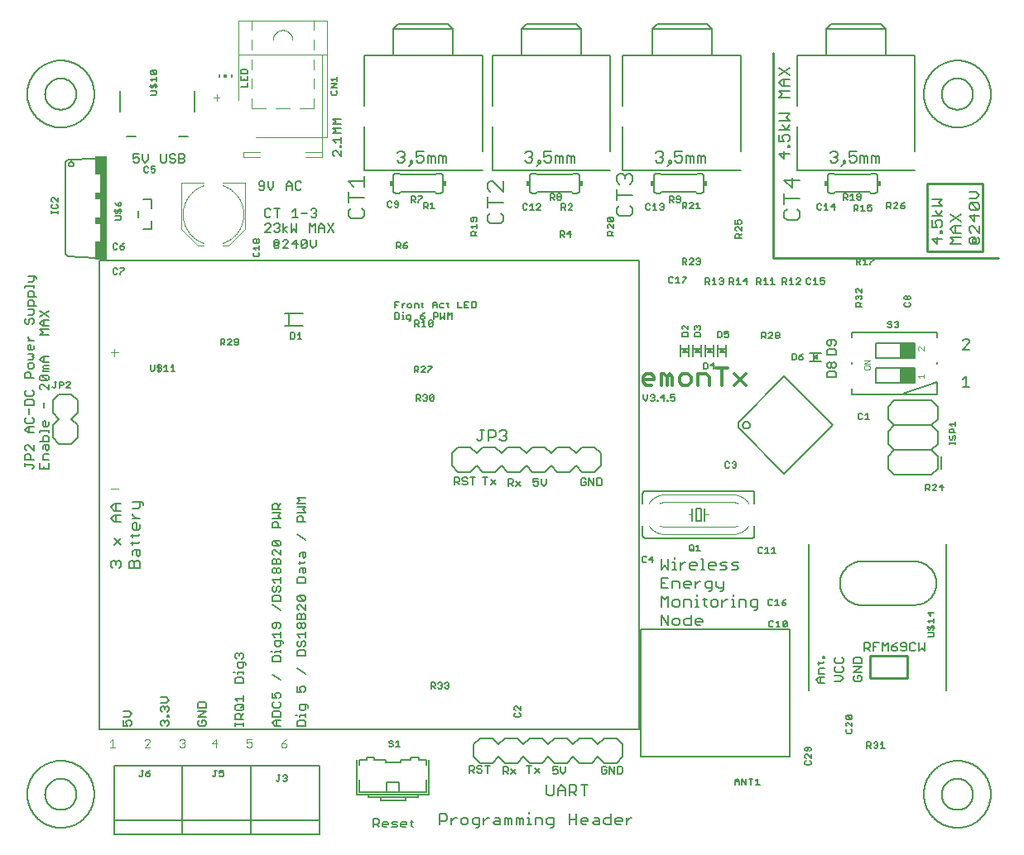
<source format=gbr>
G04 EAGLE Gerber RS-274X export*
G75*
%MOMM*%
%FSLAX34Y34*%
%LPD*%
%INSilkscreen Top*%
%IPPOS*%
%AMOC8*
5,1,8,0,0,1.08239X$1,22.5*%
G01*
%ADD10C,0.127000*%
%ADD11C,0.304800*%
%ADD12C,0.152400*%
%ADD13C,0.076200*%
%ADD14C,0.203200*%
%ADD15C,0.254000*%
%ADD16C,0.177800*%
%ADD17R,0.381000X0.508000*%
%ADD18C,0.101600*%
%ADD19R,0.762000X10.668000*%
%ADD20R,0.508000X1.905000*%
%ADD21R,0.508000X0.762000*%
%ADD22R,0.150000X0.300000*%
%ADD23R,0.300000X0.300000*%
%ADD24C,0.100000*%
%ADD25C,0.050800*%
%ADD26R,1.500000X1.500000*%
%ADD27R,0.800000X0.200000*%
%ADD28R,0.200000X0.800000*%

G36*
X720092Y493059D02*
X720092Y493059D01*
X720135Y493061D01*
X720158Y493078D01*
X720185Y493086D01*
X720214Y493118D01*
X720249Y493144D01*
X720260Y493170D01*
X720279Y493191D01*
X720286Y493234D01*
X720302Y493275D01*
X720297Y493302D01*
X720301Y493331D01*
X720284Y493371D01*
X720277Y493413D01*
X720251Y493448D01*
X720246Y493460D01*
X720239Y493465D01*
X720229Y493479D01*
X717729Y495979D01*
X717715Y495987D01*
X717706Y495999D01*
X717654Y496020D01*
X717606Y496047D01*
X717590Y496046D01*
X717575Y496052D01*
X717521Y496042D01*
X717465Y496039D01*
X717452Y496029D01*
X717437Y496027D01*
X717371Y495979D01*
X714871Y493479D01*
X714850Y493441D01*
X714821Y493409D01*
X714817Y493380D01*
X714803Y493356D01*
X714806Y493312D01*
X714799Y493269D01*
X714810Y493243D01*
X714811Y493215D01*
X714837Y493180D01*
X714854Y493140D01*
X714877Y493124D01*
X714894Y493101D01*
X714934Y493084D01*
X714970Y493060D01*
X715013Y493053D01*
X715025Y493048D01*
X715033Y493050D01*
X715050Y493047D01*
X720050Y493047D01*
X720092Y493059D01*
G37*
G36*
X707392Y493059D02*
X707392Y493059D01*
X707435Y493061D01*
X707458Y493078D01*
X707485Y493086D01*
X707514Y493118D01*
X707549Y493144D01*
X707560Y493170D01*
X707579Y493191D01*
X707586Y493234D01*
X707602Y493275D01*
X707597Y493302D01*
X707601Y493331D01*
X707584Y493371D01*
X707577Y493413D01*
X707551Y493448D01*
X707546Y493460D01*
X707539Y493465D01*
X707529Y493479D01*
X705029Y495979D01*
X705015Y495987D01*
X705006Y495999D01*
X704954Y496020D01*
X704906Y496047D01*
X704890Y496046D01*
X704875Y496052D01*
X704821Y496042D01*
X704765Y496039D01*
X704752Y496029D01*
X704737Y496027D01*
X704671Y495979D01*
X702171Y493479D01*
X702150Y493441D01*
X702121Y493409D01*
X702117Y493380D01*
X702103Y493356D01*
X702106Y493312D01*
X702099Y493269D01*
X702110Y493243D01*
X702111Y493215D01*
X702137Y493180D01*
X702154Y493140D01*
X702177Y493124D01*
X702194Y493101D01*
X702234Y493084D01*
X702270Y493060D01*
X702313Y493053D01*
X702325Y493048D01*
X702333Y493050D01*
X702350Y493047D01*
X707350Y493047D01*
X707392Y493059D01*
G37*
G36*
X694692Y493059D02*
X694692Y493059D01*
X694735Y493061D01*
X694758Y493078D01*
X694785Y493086D01*
X694814Y493118D01*
X694849Y493144D01*
X694860Y493170D01*
X694879Y493191D01*
X694886Y493234D01*
X694902Y493275D01*
X694897Y493302D01*
X694901Y493331D01*
X694884Y493371D01*
X694877Y493413D01*
X694851Y493448D01*
X694846Y493460D01*
X694839Y493465D01*
X694829Y493479D01*
X692329Y495979D01*
X692315Y495987D01*
X692306Y495999D01*
X692254Y496020D01*
X692206Y496047D01*
X692190Y496046D01*
X692175Y496052D01*
X692121Y496042D01*
X692065Y496039D01*
X692052Y496029D01*
X692037Y496027D01*
X691971Y495979D01*
X689471Y493479D01*
X689450Y493441D01*
X689421Y493409D01*
X689417Y493380D01*
X689403Y493356D01*
X689406Y493312D01*
X689399Y493269D01*
X689410Y493243D01*
X689411Y493215D01*
X689437Y493180D01*
X689454Y493140D01*
X689477Y493124D01*
X689494Y493101D01*
X689534Y493084D01*
X689570Y493060D01*
X689613Y493053D01*
X689625Y493048D01*
X689633Y493050D01*
X689650Y493047D01*
X694650Y493047D01*
X694692Y493059D01*
G37*
G36*
X681992Y493059D02*
X681992Y493059D01*
X682035Y493061D01*
X682058Y493078D01*
X682085Y493086D01*
X682114Y493118D01*
X682149Y493144D01*
X682160Y493170D01*
X682179Y493191D01*
X682186Y493234D01*
X682202Y493275D01*
X682197Y493302D01*
X682201Y493331D01*
X682184Y493371D01*
X682177Y493413D01*
X682151Y493448D01*
X682146Y493460D01*
X682139Y493465D01*
X682129Y493479D01*
X679629Y495979D01*
X679615Y495987D01*
X679606Y495999D01*
X679554Y496020D01*
X679506Y496047D01*
X679490Y496046D01*
X679475Y496052D01*
X679421Y496042D01*
X679365Y496039D01*
X679352Y496029D01*
X679337Y496027D01*
X679271Y495979D01*
X676771Y493479D01*
X676750Y493441D01*
X676721Y493409D01*
X676717Y493380D01*
X676703Y493356D01*
X676706Y493312D01*
X676699Y493269D01*
X676710Y493243D01*
X676711Y493215D01*
X676737Y493180D01*
X676754Y493140D01*
X676777Y493124D01*
X676794Y493101D01*
X676834Y493084D01*
X676870Y493060D01*
X676913Y493053D01*
X676925Y493048D01*
X676933Y493050D01*
X676950Y493047D01*
X681950Y493047D01*
X681992Y493059D01*
G37*
G36*
X814857Y486210D02*
X814857Y486210D01*
X814885Y486211D01*
X814920Y486237D01*
X814960Y486254D01*
X814976Y486277D01*
X814999Y486294D01*
X815016Y486334D01*
X815040Y486370D01*
X815047Y486413D01*
X815052Y486425D01*
X815050Y486433D01*
X815053Y486450D01*
X815053Y491450D01*
X815041Y491492D01*
X815039Y491535D01*
X815022Y491558D01*
X815014Y491585D01*
X814982Y491614D01*
X814956Y491649D01*
X814930Y491660D01*
X814909Y491679D01*
X814866Y491686D01*
X814825Y491702D01*
X814798Y491697D01*
X814769Y491701D01*
X814729Y491684D01*
X814687Y491677D01*
X814652Y491651D01*
X814640Y491646D01*
X814635Y491639D01*
X814621Y491629D01*
X812121Y489129D01*
X812113Y489115D01*
X812101Y489106D01*
X812080Y489054D01*
X812053Y489006D01*
X812054Y488990D01*
X812048Y488975D01*
X812058Y488921D01*
X812061Y488865D01*
X812071Y488852D01*
X812073Y488837D01*
X812121Y488771D01*
X814621Y486271D01*
X814659Y486250D01*
X814691Y486221D01*
X814720Y486217D01*
X814744Y486203D01*
X814788Y486206D01*
X814831Y486199D01*
X814857Y486210D01*
G37*
D10*
X636905Y450236D02*
X636905Y445999D01*
X639023Y443881D01*
X641142Y445999D01*
X641142Y450236D01*
X643921Y449177D02*
X644981Y450236D01*
X647099Y450236D01*
X648158Y449177D01*
X648158Y448118D01*
X647099Y447059D01*
X646040Y447059D01*
X647099Y447059D02*
X648158Y445999D01*
X648158Y444940D01*
X647099Y443881D01*
X644981Y443881D01*
X643921Y444940D01*
X650938Y444940D02*
X650938Y443881D01*
X650938Y444940D02*
X651997Y444940D01*
X651997Y443881D01*
X650938Y443881D01*
X657624Y443881D02*
X657624Y450236D01*
X654446Y447059D01*
X658683Y447059D01*
X661462Y444940D02*
X661462Y443881D01*
X661462Y444940D02*
X662522Y444940D01*
X662522Y443881D01*
X661462Y443881D01*
X664971Y450236D02*
X669207Y450236D01*
X664971Y450236D02*
X664971Y447059D01*
X667089Y448118D01*
X668148Y448118D01*
X669207Y447059D01*
X669207Y444940D01*
X668148Y443881D01*
X666030Y443881D01*
X664971Y444940D01*
D11*
X645167Y460010D02*
X639405Y460010D01*
X636524Y462891D01*
X636524Y468653D01*
X639405Y471535D01*
X645167Y471535D01*
X648049Y468653D01*
X648049Y465772D01*
X636524Y465772D01*
X655234Y460010D02*
X655234Y471535D01*
X658116Y471535D01*
X660997Y468653D01*
X660997Y460010D01*
X660997Y468653D02*
X663878Y471535D01*
X666759Y468653D01*
X666759Y460010D01*
X676826Y460010D02*
X682588Y460010D01*
X685469Y462891D01*
X685469Y468653D01*
X682588Y471535D01*
X676826Y471535D01*
X673945Y468653D01*
X673945Y462891D01*
X676826Y460010D01*
X692655Y460010D02*
X692655Y471535D01*
X701299Y471535D01*
X704180Y468653D01*
X704180Y460010D01*
X717128Y460010D02*
X717128Y477297D01*
X711366Y477297D02*
X722890Y477297D01*
X730076Y471535D02*
X741600Y460010D01*
X730076Y460010D02*
X741600Y471535D01*
D12*
X104895Y117030D02*
X104895Y111268D01*
X109216Y111268D01*
X107776Y114149D01*
X107776Y115590D01*
X109216Y117030D01*
X112097Y117030D01*
X113538Y115590D01*
X113538Y112709D01*
X112097Y111268D01*
X110657Y120623D02*
X104895Y120623D01*
X110657Y120623D02*
X113538Y123504D01*
X110657Y126385D01*
X104895Y126385D01*
X142995Y112709D02*
X144435Y111268D01*
X142995Y112709D02*
X142995Y115590D01*
X144435Y117030D01*
X145876Y117030D01*
X147316Y115590D01*
X147316Y114149D01*
X147316Y115590D02*
X148757Y117030D01*
X150197Y117030D01*
X151638Y115590D01*
X151638Y112709D01*
X150197Y111268D01*
X150197Y120623D02*
X151638Y120623D01*
X150197Y120623D02*
X150197Y122064D01*
X151638Y122064D01*
X151638Y120623D01*
X144435Y125301D02*
X142995Y126741D01*
X142995Y129622D01*
X144435Y131063D01*
X145876Y131063D01*
X147316Y129622D01*
X147316Y128182D01*
X147316Y129622D02*
X148757Y131063D01*
X150197Y131063D01*
X151638Y129622D01*
X151638Y126741D01*
X150197Y125301D01*
X148757Y134656D02*
X142995Y134656D01*
X148757Y134656D02*
X151638Y137537D01*
X148757Y140418D01*
X142995Y140418D01*
X227838Y114149D02*
X227838Y111268D01*
X227838Y112709D02*
X219195Y112709D01*
X219195Y114149D02*
X219195Y111268D01*
X219195Y117505D02*
X227838Y117505D01*
X219195Y117505D02*
X219195Y121826D01*
X220635Y123267D01*
X223516Y123267D01*
X224957Y121826D01*
X224957Y117505D01*
X224957Y120386D02*
X227838Y123267D01*
X226397Y126860D02*
X220635Y126860D01*
X219195Y128301D01*
X219195Y131182D01*
X220635Y132622D01*
X226397Y132622D01*
X227838Y131182D01*
X227838Y128301D01*
X226397Y126860D01*
X224957Y129741D02*
X227838Y132622D01*
X222076Y136215D02*
X219195Y139096D01*
X227838Y139096D01*
X227838Y136215D02*
X227838Y141977D01*
X227838Y154926D02*
X219195Y154926D01*
X227838Y154926D02*
X227838Y159247D01*
X226397Y160688D01*
X220635Y160688D01*
X219195Y159247D01*
X219195Y154926D01*
X222076Y164281D02*
X222076Y165721D01*
X227838Y165721D01*
X227838Y164281D02*
X227838Y167162D01*
X219195Y165721D02*
X217754Y165721D01*
X230719Y173399D02*
X230719Y174839D01*
X229279Y176280D01*
X222076Y176280D01*
X222076Y171958D01*
X223516Y170518D01*
X226397Y170518D01*
X227838Y171958D01*
X227838Y176280D01*
X220635Y179873D02*
X219195Y181313D01*
X219195Y184194D01*
X220635Y185635D01*
X222076Y185635D01*
X223516Y184194D01*
X223516Y182754D01*
X223516Y184194D02*
X224957Y185635D01*
X226397Y185635D01*
X227838Y184194D01*
X227838Y181313D01*
X226397Y179873D01*
X260176Y111268D02*
X265938Y111268D01*
X260176Y111268D02*
X257295Y114149D01*
X260176Y117030D01*
X265938Y117030D01*
X261616Y117030D02*
X261616Y111268D01*
X257295Y120623D02*
X265938Y120623D01*
X265938Y124945D01*
X264497Y126385D01*
X258735Y126385D01*
X257295Y124945D01*
X257295Y120623D01*
X257295Y134300D02*
X258735Y135741D01*
X257295Y134300D02*
X257295Y131419D01*
X258735Y129978D01*
X264497Y129978D01*
X265938Y131419D01*
X265938Y134300D01*
X264497Y135741D01*
X257295Y139334D02*
X257295Y145096D01*
X257295Y139334D02*
X261616Y139334D01*
X260176Y142215D01*
X260176Y143655D01*
X261616Y145096D01*
X264497Y145096D01*
X265938Y143655D01*
X265938Y140774D01*
X264497Y139334D01*
X265938Y158044D02*
X257295Y163806D01*
X257295Y176754D02*
X265938Y176754D01*
X265938Y181076D01*
X264497Y182517D01*
X258735Y182517D01*
X257295Y181076D01*
X257295Y176754D01*
X260176Y186110D02*
X260176Y187550D01*
X265938Y187550D01*
X265938Y186110D02*
X265938Y188991D01*
X257295Y187550D02*
X255854Y187550D01*
X268819Y195227D02*
X268819Y196668D01*
X267379Y198109D01*
X260176Y198109D01*
X260176Y193787D01*
X261616Y192346D01*
X264497Y192346D01*
X265938Y193787D01*
X265938Y198109D01*
X260176Y201701D02*
X257295Y204583D01*
X265938Y204583D01*
X265938Y207464D02*
X265938Y201701D01*
X264497Y211057D02*
X265938Y212497D01*
X265938Y215378D01*
X264497Y216819D01*
X258735Y216819D01*
X257295Y215378D01*
X257295Y212497D01*
X258735Y211057D01*
X260176Y211057D01*
X261616Y212497D01*
X261616Y216819D01*
X265938Y229767D02*
X257295Y235529D01*
X257295Y239122D02*
X265938Y239122D01*
X265938Y243444D01*
X264497Y244884D01*
X258735Y244884D01*
X257295Y243444D01*
X257295Y239122D01*
X257295Y252799D02*
X258735Y254240D01*
X257295Y252799D02*
X257295Y249918D01*
X258735Y248477D01*
X260176Y248477D01*
X261616Y249918D01*
X261616Y252799D01*
X263057Y254240D01*
X264497Y254240D01*
X265938Y252799D01*
X265938Y249918D01*
X264497Y248477D01*
X260176Y257833D02*
X257295Y260714D01*
X265938Y260714D01*
X265938Y257833D02*
X265938Y263595D01*
X258735Y267188D02*
X257295Y268628D01*
X257295Y271509D01*
X258735Y272950D01*
X260176Y272950D01*
X261616Y271509D01*
X263057Y272950D01*
X264497Y272950D01*
X265938Y271509D01*
X265938Y268628D01*
X264497Y267188D01*
X263057Y267188D01*
X261616Y268628D01*
X260176Y267188D01*
X258735Y267188D01*
X261616Y268628D02*
X261616Y271509D01*
X265938Y276543D02*
X257295Y276543D01*
X257295Y280865D01*
X258735Y282305D01*
X260176Y282305D01*
X261616Y280865D01*
X263057Y282305D01*
X264497Y282305D01*
X265938Y280865D01*
X265938Y276543D01*
X261616Y276543D02*
X261616Y280865D01*
X265938Y285898D02*
X265938Y291660D01*
X265938Y285898D02*
X260176Y291660D01*
X258735Y291660D01*
X257295Y290220D01*
X257295Y287339D01*
X258735Y285898D01*
X258735Y295253D02*
X264497Y295253D01*
X258735Y295253D02*
X257295Y296694D01*
X257295Y299575D01*
X258735Y301016D01*
X264497Y301016D01*
X265938Y299575D01*
X265938Y296694D01*
X264497Y295253D01*
X258735Y301016D01*
X257295Y313964D02*
X265938Y313964D01*
X257295Y313964D02*
X257295Y318285D01*
X258735Y319726D01*
X261616Y319726D01*
X263057Y318285D01*
X263057Y313964D01*
X265938Y323319D02*
X257295Y323319D01*
X263057Y326200D02*
X265938Y323319D01*
X263057Y326200D02*
X265938Y329081D01*
X257295Y329081D01*
X257295Y332674D02*
X265938Y332674D01*
X257295Y332674D02*
X257295Y336996D01*
X258735Y338436D01*
X261616Y338436D01*
X263057Y336996D01*
X263057Y332674D01*
X263057Y335555D02*
X265938Y338436D01*
X182535Y117030D02*
X181095Y115590D01*
X181095Y112709D01*
X182535Y111268D01*
X188297Y111268D01*
X189738Y112709D01*
X189738Y115590D01*
X188297Y117030D01*
X185416Y117030D01*
X185416Y114149D01*
X181095Y120623D02*
X189738Y120623D01*
X189738Y126385D02*
X181095Y120623D01*
X181095Y126385D02*
X189738Y126385D01*
X189738Y129978D02*
X181095Y129978D01*
X189738Y129978D02*
X189738Y134300D01*
X188297Y135741D01*
X182535Y135741D01*
X181095Y134300D01*
X181095Y129978D01*
X282695Y111268D02*
X291338Y111268D01*
X291338Y115590D01*
X289897Y117030D01*
X284135Y117030D01*
X282695Y115590D01*
X282695Y111268D01*
X285576Y120623D02*
X285576Y122064D01*
X291338Y122064D01*
X291338Y123504D02*
X291338Y120623D01*
X282695Y122064D02*
X281254Y122064D01*
X294219Y129741D02*
X294219Y131182D01*
X292779Y132622D01*
X285576Y132622D01*
X285576Y128301D01*
X287016Y126860D01*
X289897Y126860D01*
X291338Y128301D01*
X291338Y132622D01*
X282695Y145570D02*
X282695Y151333D01*
X282695Y145570D02*
X287016Y145570D01*
X285576Y148451D01*
X285576Y149892D01*
X287016Y151333D01*
X289897Y151333D01*
X291338Y149892D01*
X291338Y147011D01*
X289897Y145570D01*
X291338Y164281D02*
X282695Y170043D01*
X282695Y182991D02*
X291338Y182991D01*
X291338Y187313D01*
X289897Y188753D01*
X284135Y188753D01*
X282695Y187313D01*
X282695Y182991D01*
X282695Y196668D02*
X284135Y198109D01*
X282695Y196668D02*
X282695Y193787D01*
X284135Y192346D01*
X285576Y192346D01*
X287016Y193787D01*
X287016Y196668D01*
X288457Y198109D01*
X289897Y198109D01*
X291338Y196668D01*
X291338Y193787D01*
X289897Y192346D01*
X285576Y201701D02*
X282695Y204583D01*
X291338Y204583D01*
X291338Y207464D02*
X291338Y201701D01*
X284135Y211057D02*
X282695Y212497D01*
X282695Y215378D01*
X284135Y216819D01*
X285576Y216819D01*
X287016Y215378D01*
X288457Y216819D01*
X289897Y216819D01*
X291338Y215378D01*
X291338Y212497D01*
X289897Y211057D01*
X288457Y211057D01*
X287016Y212497D01*
X285576Y211057D01*
X284135Y211057D01*
X287016Y212497D02*
X287016Y215378D01*
X291338Y220412D02*
X282695Y220412D01*
X282695Y224734D01*
X284135Y226174D01*
X285576Y226174D01*
X287016Y224734D01*
X288457Y226174D01*
X289897Y226174D01*
X291338Y224734D01*
X291338Y220412D01*
X287016Y220412D02*
X287016Y224734D01*
X291338Y229767D02*
X291338Y235529D01*
X291338Y229767D02*
X285576Y235529D01*
X284135Y235529D01*
X282695Y234089D01*
X282695Y231208D01*
X284135Y229767D01*
X284135Y239122D02*
X289897Y239122D01*
X284135Y239122D02*
X282695Y240563D01*
X282695Y243444D01*
X284135Y244884D01*
X289897Y244884D01*
X291338Y243444D01*
X291338Y240563D01*
X289897Y239122D01*
X284135Y244884D01*
X282695Y257833D02*
X291338Y257833D01*
X291338Y262154D01*
X289897Y263595D01*
X284135Y263595D01*
X282695Y262154D01*
X282695Y257833D01*
X285576Y268628D02*
X285576Y271509D01*
X287016Y272950D01*
X291338Y272950D01*
X291338Y268628D01*
X289897Y267188D01*
X288457Y268628D01*
X288457Y272950D01*
X289897Y277984D02*
X284135Y277984D01*
X289897Y277984D02*
X291338Y279424D01*
X285576Y279424D02*
X285576Y276543D01*
X285576Y284220D02*
X285576Y287101D01*
X287016Y288542D01*
X291338Y288542D01*
X291338Y284220D01*
X289897Y282780D01*
X288457Y284220D01*
X288457Y288542D01*
X291338Y301490D02*
X282695Y307252D01*
X282695Y320201D02*
X291338Y320201D01*
X282695Y320201D02*
X282695Y324522D01*
X284135Y325963D01*
X287016Y325963D01*
X288457Y324522D01*
X288457Y320201D01*
X291338Y329556D02*
X282695Y329556D01*
X288457Y332437D02*
X291338Y329556D01*
X288457Y332437D02*
X291338Y335318D01*
X282695Y335318D01*
X282695Y338911D02*
X291338Y338911D01*
X285576Y341792D02*
X282695Y338911D01*
X285576Y341792D02*
X282695Y344673D01*
X291338Y344673D01*
D13*
X93967Y97432D02*
X91255Y94720D01*
X93967Y97432D02*
X93967Y89297D01*
X91255Y89297D02*
X96679Y89297D01*
X126815Y89297D02*
X132239Y89297D01*
X132239Y94720D02*
X126815Y89297D01*
X132239Y94720D02*
X132239Y96076D01*
X130883Y97432D01*
X128171Y97432D01*
X126815Y96076D01*
X162375Y96076D02*
X163731Y97432D01*
X166443Y97432D01*
X167799Y96076D01*
X167799Y94720D01*
X166443Y93364D01*
X165087Y93364D01*
X166443Y93364D02*
X167799Y92009D01*
X167799Y90653D01*
X166443Y89297D01*
X163731Y89297D01*
X162375Y90653D01*
X199463Y89297D02*
X199463Y97432D01*
X195395Y93364D01*
X200819Y93364D01*
X230955Y97432D02*
X236379Y97432D01*
X230955Y97432D02*
X230955Y93364D01*
X233667Y94720D01*
X235023Y94720D01*
X236379Y93364D01*
X236379Y90653D01*
X235023Y89297D01*
X232311Y89297D01*
X230955Y90653D01*
X269227Y96076D02*
X271939Y97432D01*
X269227Y96076D02*
X266515Y93364D01*
X266515Y90653D01*
X267871Y89297D01*
X270583Y89297D01*
X271939Y90653D01*
X271939Y92009D01*
X270583Y93364D01*
X266515Y93364D01*
D14*
X655066Y271288D02*
X655066Y281965D01*
X658625Y274847D02*
X655066Y271288D01*
X658625Y274847D02*
X662184Y271288D01*
X662184Y281965D01*
X666760Y278406D02*
X668539Y278406D01*
X668539Y271288D01*
X666760Y271288D02*
X670319Y271288D01*
X668539Y281965D02*
X668539Y283745D01*
X674556Y278406D02*
X674556Y271288D01*
X674556Y274847D02*
X678115Y278406D01*
X679895Y278406D01*
X686080Y271288D02*
X689639Y271288D01*
X686080Y271288D02*
X684301Y273068D01*
X684301Y276627D01*
X686080Y278406D01*
X689639Y278406D01*
X691419Y276627D01*
X691419Y274847D01*
X684301Y274847D01*
X695995Y281965D02*
X697774Y281965D01*
X697774Y271288D01*
X695995Y271288D02*
X699554Y271288D01*
X705570Y271288D02*
X709129Y271288D01*
X705570Y271288D02*
X703791Y273068D01*
X703791Y276627D01*
X705570Y278406D01*
X709129Y278406D01*
X710909Y276627D01*
X710909Y274847D01*
X703791Y274847D01*
X715485Y271288D02*
X720823Y271288D01*
X722603Y273068D01*
X720823Y274847D01*
X717264Y274847D01*
X715485Y276627D01*
X717264Y278406D01*
X722603Y278406D01*
X727179Y271288D02*
X732517Y271288D01*
X734297Y273068D01*
X732517Y274847D01*
X728958Y274847D01*
X727179Y276627D01*
X728958Y278406D01*
X734297Y278406D01*
X662184Y262915D02*
X655066Y262915D01*
X655066Y252238D01*
X662184Y252238D01*
X658625Y257577D02*
X655066Y257577D01*
X666760Y259356D02*
X666760Y252238D01*
X666760Y259356D02*
X672099Y259356D01*
X673878Y257577D01*
X673878Y252238D01*
X680233Y252238D02*
X683793Y252238D01*
X680233Y252238D02*
X678454Y254018D01*
X678454Y257577D01*
X680233Y259356D01*
X683793Y259356D01*
X685572Y257577D01*
X685572Y255797D01*
X678454Y255797D01*
X690148Y252238D02*
X690148Y259356D01*
X690148Y255797D02*
X693707Y259356D01*
X695486Y259356D01*
X703452Y248679D02*
X705231Y248679D01*
X707011Y250459D01*
X707011Y259356D01*
X701672Y259356D01*
X699893Y257577D01*
X699893Y254018D01*
X701672Y252238D01*
X707011Y252238D01*
X711587Y254018D02*
X711587Y259356D01*
X711587Y254018D02*
X713366Y252238D01*
X718705Y252238D01*
X718705Y250459D02*
X718705Y259356D01*
X718705Y250459D02*
X716925Y248679D01*
X715146Y248679D01*
X655066Y243865D02*
X655066Y233188D01*
X658625Y240306D02*
X655066Y243865D01*
X658625Y240306D02*
X662184Y243865D01*
X662184Y233188D01*
X668539Y233188D02*
X672099Y233188D01*
X673878Y234968D01*
X673878Y238527D01*
X672099Y240306D01*
X668539Y240306D01*
X666760Y238527D01*
X666760Y234968D01*
X668539Y233188D01*
X678454Y233188D02*
X678454Y240306D01*
X683793Y240306D01*
X685572Y238527D01*
X685572Y233188D01*
X690148Y240306D02*
X691927Y240306D01*
X691927Y233188D01*
X690148Y233188D02*
X693707Y233188D01*
X691927Y243865D02*
X691927Y245645D01*
X699723Y242086D02*
X699723Y234968D01*
X701503Y233188D01*
X701503Y240306D02*
X697944Y240306D01*
X707519Y233188D02*
X711078Y233188D01*
X712858Y234968D01*
X712858Y238527D01*
X711078Y240306D01*
X707519Y240306D01*
X705740Y238527D01*
X705740Y234968D01*
X707519Y233188D01*
X717434Y233188D02*
X717434Y240306D01*
X717434Y236747D02*
X720993Y240306D01*
X722772Y240306D01*
X727179Y240306D02*
X728958Y240306D01*
X728958Y233188D01*
X727179Y233188D02*
X730738Y233188D01*
X728958Y243865D02*
X728958Y245645D01*
X734975Y240306D02*
X734975Y233188D01*
X734975Y240306D02*
X740313Y240306D01*
X742093Y238527D01*
X742093Y233188D01*
X750228Y229629D02*
X752007Y229629D01*
X753787Y231409D01*
X753787Y240306D01*
X748448Y240306D01*
X746669Y238527D01*
X746669Y234968D01*
X748448Y233188D01*
X753787Y233188D01*
X655066Y224815D02*
X655066Y214138D01*
X662184Y214138D02*
X655066Y224815D01*
X662184Y224815D02*
X662184Y214138D01*
X668539Y214138D02*
X672099Y214138D01*
X673878Y215918D01*
X673878Y219477D01*
X672099Y221256D01*
X668539Y221256D01*
X666760Y219477D01*
X666760Y215918D01*
X668539Y214138D01*
X685572Y214138D02*
X685572Y224815D01*
X685572Y214138D02*
X680233Y214138D01*
X678454Y215918D01*
X678454Y219477D01*
X680233Y221256D01*
X685572Y221256D01*
X691927Y214138D02*
X695486Y214138D01*
X691927Y214138D02*
X690148Y215918D01*
X690148Y219477D01*
X691927Y221256D01*
X695486Y221256D01*
X697266Y219477D01*
X697266Y217697D01*
X690148Y217697D01*
X538036Y50509D02*
X538036Y41612D01*
X539816Y39832D01*
X543375Y39832D01*
X545154Y41612D01*
X545154Y50509D01*
X549730Y46950D02*
X549730Y39832D01*
X549730Y46950D02*
X553289Y50509D01*
X556848Y46950D01*
X556848Y39832D01*
X556848Y45171D02*
X549730Y45171D01*
X561424Y50509D02*
X561424Y39832D01*
X561424Y50509D02*
X566763Y50509D01*
X568542Y48730D01*
X568542Y45171D01*
X566763Y43391D01*
X561424Y43391D01*
X564983Y43391D02*
X568542Y39832D01*
X576677Y39832D02*
X576677Y50509D01*
X573118Y50509D02*
X580236Y50509D01*
D12*
X360972Y16001D02*
X360972Y7358D01*
X360972Y16001D02*
X365294Y16001D01*
X366734Y14561D01*
X366734Y11680D01*
X365294Y10239D01*
X360972Y10239D01*
X363853Y10239D02*
X366734Y7358D01*
X371768Y7358D02*
X374649Y7358D01*
X371768Y7358D02*
X370327Y8799D01*
X370327Y11680D01*
X371768Y13120D01*
X374649Y13120D01*
X376089Y11680D01*
X376089Y10239D01*
X370327Y10239D01*
X379682Y7358D02*
X384004Y7358D01*
X385445Y8799D01*
X384004Y10239D01*
X381123Y10239D01*
X379682Y11680D01*
X381123Y13120D01*
X385445Y13120D01*
X390478Y7358D02*
X393359Y7358D01*
X390478Y7358D02*
X389038Y8799D01*
X389038Y11680D01*
X390478Y13120D01*
X393359Y13120D01*
X394800Y11680D01*
X394800Y10239D01*
X389038Y10239D01*
X399833Y8799D02*
X399833Y14561D01*
X399833Y8799D02*
X401274Y7358D01*
X401274Y13120D02*
X398393Y13120D01*
X255806Y639155D02*
X254365Y640595D01*
X251484Y640595D01*
X250044Y639155D01*
X250044Y633393D01*
X251484Y631952D01*
X254365Y631952D01*
X255806Y633393D01*
X262280Y631952D02*
X262280Y640595D01*
X259399Y640595D02*
X265161Y640595D01*
X278109Y637714D02*
X280990Y640595D01*
X280990Y631952D01*
X278109Y631952D02*
X283871Y631952D01*
X287464Y636274D02*
X293227Y636274D01*
X296820Y639155D02*
X298260Y640595D01*
X301141Y640595D01*
X302582Y639155D01*
X302582Y637714D01*
X301141Y636274D01*
X299701Y636274D01*
X301141Y636274D02*
X302582Y634833D01*
X302582Y633393D01*
X301141Y631952D01*
X298260Y631952D01*
X296820Y633393D01*
X255806Y616712D02*
X250044Y616712D01*
X255806Y622474D01*
X255806Y623915D01*
X254365Y625355D01*
X251484Y625355D01*
X250044Y623915D01*
X259399Y623915D02*
X260839Y625355D01*
X263721Y625355D01*
X265161Y623915D01*
X265161Y622474D01*
X263721Y621034D01*
X262280Y621034D01*
X263721Y621034D02*
X265161Y619593D01*
X265161Y618153D01*
X263721Y616712D01*
X260839Y616712D01*
X259399Y618153D01*
X268754Y616712D02*
X268754Y625355D01*
X268754Y619593D02*
X273076Y616712D01*
X268754Y619593D02*
X273076Y622474D01*
X276550Y625355D02*
X276550Y616712D01*
X279431Y619593D01*
X282312Y616712D01*
X282312Y625355D01*
X295260Y625355D02*
X295260Y616712D01*
X298142Y622474D02*
X295260Y625355D01*
X298142Y622474D02*
X301023Y625355D01*
X301023Y616712D01*
X304616Y616712D02*
X304616Y622474D01*
X307497Y625355D01*
X310378Y622474D01*
X310378Y616712D01*
X310378Y621034D02*
X304616Y621034D01*
X313971Y625355D02*
X319733Y616712D01*
X313971Y616712D02*
X319733Y625355D01*
X264532Y601643D02*
X263092Y600202D01*
X260211Y600202D01*
X258770Y601643D01*
X258770Y607405D01*
X260211Y608845D01*
X263092Y608845D01*
X264532Y607405D01*
X264532Y604524D01*
X263092Y603083D01*
X260211Y603083D01*
X260211Y605964D01*
X263092Y605964D01*
X263092Y603083D01*
X268125Y600202D02*
X273887Y600202D01*
X268125Y600202D02*
X273887Y605964D01*
X273887Y607405D01*
X272447Y608845D01*
X269566Y608845D01*
X268125Y607405D01*
X281802Y608845D02*
X281802Y600202D01*
X277480Y604524D02*
X281802Y608845D01*
X283243Y604524D02*
X277480Y604524D01*
X286836Y601643D02*
X286836Y607405D01*
X288276Y608845D01*
X291157Y608845D01*
X292598Y607405D01*
X292598Y601643D01*
X291157Y600202D01*
X288276Y600202D01*
X286836Y601643D01*
X292598Y607405D01*
X296191Y608845D02*
X296191Y603083D01*
X299072Y600202D01*
X301953Y603083D01*
X301953Y608845D01*
D14*
X931901Y609605D02*
X942578Y609605D01*
X937239Y604266D02*
X931901Y609605D01*
X937239Y611384D02*
X937239Y604266D01*
X940799Y615960D02*
X942578Y615960D01*
X940799Y615960D02*
X940799Y617739D01*
X942578Y617739D01*
X942578Y615960D01*
X931901Y621807D02*
X931901Y628925D01*
X931901Y621807D02*
X937239Y621807D01*
X935460Y625366D01*
X935460Y627146D01*
X937239Y628925D01*
X940799Y628925D01*
X942578Y627146D01*
X942578Y623586D01*
X940799Y621807D01*
X942578Y633501D02*
X931901Y633501D01*
X939019Y633501D02*
X942578Y638839D01*
X939019Y633501D02*
X935460Y638839D01*
X931901Y643246D02*
X942578Y643246D01*
X939019Y646805D01*
X942578Y650364D01*
X931901Y650364D01*
X950951Y604266D02*
X961628Y604266D01*
X954510Y607825D02*
X950951Y604266D01*
X954510Y607825D02*
X950951Y611384D01*
X961628Y611384D01*
X961628Y615960D02*
X954510Y615960D01*
X950951Y619519D01*
X954510Y623078D01*
X961628Y623078D01*
X956289Y623078D02*
X956289Y615960D01*
X950951Y627654D02*
X961628Y634772D01*
X961628Y627654D02*
X950951Y634772D01*
X978899Y611384D02*
X980678Y609605D01*
X980678Y606046D01*
X978899Y604266D01*
X971780Y604266D01*
X970001Y606046D01*
X970001Y609605D01*
X971780Y611384D01*
X975339Y611384D01*
X977119Y609605D01*
X977119Y606046D01*
X973560Y606046D01*
X973560Y609605D01*
X977119Y609605D01*
X980678Y615960D02*
X980678Y623078D01*
X980678Y615960D02*
X973560Y623078D01*
X971780Y623078D01*
X970001Y621299D01*
X970001Y617739D01*
X971780Y615960D01*
X970001Y632993D02*
X980678Y632993D01*
X975339Y627654D02*
X970001Y632993D01*
X975339Y634772D02*
X975339Y627654D01*
X978899Y639348D02*
X971780Y639348D01*
X970001Y641127D01*
X970001Y644686D01*
X971780Y646466D01*
X978899Y646466D01*
X980678Y644686D01*
X980678Y641127D01*
X978899Y639348D01*
X971780Y646466D01*
X970001Y651042D02*
X977119Y651042D01*
X980678Y654601D01*
X977119Y658160D01*
X970001Y658160D01*
X786368Y697235D02*
X775691Y697235D01*
X781029Y691896D01*
X781029Y699014D01*
X784589Y703590D02*
X786368Y703590D01*
X784589Y703590D02*
X784589Y705369D01*
X786368Y705369D01*
X786368Y703590D01*
X775691Y709437D02*
X775691Y716555D01*
X775691Y709437D02*
X781029Y709437D01*
X779250Y712996D01*
X779250Y714776D01*
X781029Y716555D01*
X784589Y716555D01*
X786368Y714776D01*
X786368Y711216D01*
X784589Y709437D01*
X786368Y721131D02*
X775691Y721131D01*
X782809Y721131D02*
X786368Y726469D01*
X782809Y721131D02*
X779250Y726469D01*
X775691Y730876D02*
X786368Y730876D01*
X782809Y734435D01*
X786368Y737994D01*
X775691Y737994D01*
X775691Y754264D02*
X786368Y754264D01*
X779250Y757823D02*
X775691Y754264D01*
X779250Y757823D02*
X775691Y761382D01*
X786368Y761382D01*
X786368Y765958D02*
X779250Y765958D01*
X775691Y769517D01*
X779250Y773076D01*
X786368Y773076D01*
X781029Y773076D02*
X781029Y765958D01*
X775691Y777652D02*
X786368Y784770D01*
X786368Y777652D02*
X775691Y784770D01*
D12*
X244971Y659892D02*
X243530Y661333D01*
X244971Y659892D02*
X247852Y659892D01*
X249292Y661333D01*
X249292Y667095D01*
X247852Y668535D01*
X244971Y668535D01*
X243530Y667095D01*
X243530Y665654D01*
X244971Y664214D01*
X249292Y664214D01*
X252885Y662773D02*
X252885Y668535D01*
X252885Y662773D02*
X255766Y659892D01*
X258647Y662773D01*
X258647Y668535D01*
X271596Y665654D02*
X271596Y659892D01*
X271596Y665654D02*
X274477Y668535D01*
X277358Y665654D01*
X277358Y659892D01*
X277358Y664214D02*
X271596Y664214D01*
X285272Y668535D02*
X286713Y667095D01*
X285272Y668535D02*
X282391Y668535D01*
X280951Y667095D01*
X280951Y661333D01*
X282391Y659892D01*
X285272Y659892D01*
X286713Y661333D01*
X120840Y696475D02*
X115078Y696475D01*
X115078Y692154D01*
X117959Y693594D01*
X119400Y693594D01*
X120840Y692154D01*
X120840Y689273D01*
X119400Y687832D01*
X116519Y687832D01*
X115078Y689273D01*
X124433Y690713D02*
X124433Y696475D01*
X124433Y690713D02*
X127314Y687832D01*
X130195Y690713D01*
X130195Y696475D01*
X143144Y696475D02*
X143144Y689273D01*
X144584Y687832D01*
X147465Y687832D01*
X148906Y689273D01*
X148906Y696475D01*
X156820Y696475D02*
X158261Y695035D01*
X156820Y696475D02*
X153939Y696475D01*
X152499Y695035D01*
X152499Y693594D01*
X153939Y692154D01*
X156820Y692154D01*
X158261Y690713D01*
X158261Y689273D01*
X156820Y687832D01*
X153939Y687832D01*
X152499Y689273D01*
X161854Y687832D02*
X161854Y696475D01*
X166176Y696475D01*
X167616Y695035D01*
X167616Y693594D01*
X166176Y692154D01*
X167616Y690713D01*
X167616Y689273D01*
X166176Y687832D01*
X161854Y687832D01*
X161854Y692154D02*
X166176Y692154D01*
X13208Y375599D02*
X11767Y374158D01*
X13208Y375599D02*
X13208Y377039D01*
X11767Y378480D01*
X4565Y378480D01*
X4565Y379920D02*
X4565Y377039D01*
X4565Y383513D02*
X13208Y383513D01*
X4565Y383513D02*
X4565Y387835D01*
X6005Y389275D01*
X8886Y389275D01*
X10327Y387835D01*
X10327Y383513D01*
X13208Y392868D02*
X13208Y398631D01*
X7446Y398631D02*
X13208Y392868D01*
X7446Y398631D02*
X6005Y398631D01*
X4565Y397190D01*
X4565Y394309D01*
X6005Y392868D01*
X7446Y411579D02*
X13208Y411579D01*
X7446Y411579D02*
X4565Y414460D01*
X7446Y417341D01*
X13208Y417341D01*
X8886Y417341D02*
X8886Y411579D01*
X4565Y425256D02*
X6005Y426696D01*
X4565Y425256D02*
X4565Y422375D01*
X6005Y420934D01*
X11767Y420934D01*
X13208Y422375D01*
X13208Y425256D01*
X11767Y426696D01*
X8886Y430289D02*
X8886Y436051D01*
X4565Y439644D02*
X13208Y439644D01*
X13208Y443966D01*
X11767Y445407D01*
X6005Y445407D01*
X4565Y443966D01*
X4565Y439644D01*
X4565Y453321D02*
X6005Y454762D01*
X4565Y453321D02*
X4565Y450440D01*
X6005Y449000D01*
X11767Y449000D01*
X13208Y450440D01*
X13208Y453321D01*
X11767Y454762D01*
X13208Y467710D02*
X4565Y467710D01*
X4565Y472032D01*
X6005Y473472D01*
X8886Y473472D01*
X10327Y472032D01*
X10327Y467710D01*
X13208Y478506D02*
X13208Y481387D01*
X11767Y482827D01*
X8886Y482827D01*
X7446Y481387D01*
X7446Y478506D01*
X8886Y477065D01*
X11767Y477065D01*
X13208Y478506D01*
X11767Y486420D02*
X7446Y486420D01*
X11767Y486420D02*
X13208Y487861D01*
X11767Y489301D01*
X13208Y490742D01*
X11767Y492183D01*
X7446Y492183D01*
X13208Y497216D02*
X13208Y500097D01*
X13208Y497216D02*
X11767Y495775D01*
X8886Y495775D01*
X7446Y497216D01*
X7446Y500097D01*
X8886Y501538D01*
X10327Y501538D01*
X10327Y495775D01*
X13208Y505131D02*
X7446Y505131D01*
X10327Y505131D02*
X7446Y508012D01*
X7446Y509452D01*
X4565Y526603D02*
X6005Y528044D01*
X4565Y526603D02*
X4565Y523722D01*
X6005Y522282D01*
X7446Y522282D01*
X8886Y523722D01*
X8886Y526603D01*
X10327Y528044D01*
X11767Y528044D01*
X13208Y526603D01*
X13208Y523722D01*
X11767Y522282D01*
X11767Y531637D02*
X7446Y531637D01*
X11767Y531637D02*
X13208Y533078D01*
X13208Y537399D01*
X7446Y537399D01*
X7446Y540992D02*
X16089Y540992D01*
X7446Y540992D02*
X7446Y545314D01*
X8886Y546754D01*
X11767Y546754D01*
X13208Y545314D01*
X13208Y540992D01*
X16089Y550347D02*
X7446Y550347D01*
X7446Y554669D01*
X8886Y556110D01*
X11767Y556110D01*
X13208Y554669D01*
X13208Y550347D01*
X4565Y559703D02*
X4565Y561143D01*
X13208Y561143D01*
X13208Y559703D02*
X13208Y562584D01*
X11767Y565939D02*
X7446Y565939D01*
X11767Y565939D02*
X13208Y567380D01*
X13208Y571702D01*
X14649Y571702D02*
X7446Y571702D01*
X14649Y571702D02*
X16089Y570261D01*
X16089Y568820D01*
X19805Y379920D02*
X19805Y374158D01*
X28448Y374158D01*
X28448Y379920D01*
X24126Y377039D02*
X24126Y374158D01*
X22686Y383513D02*
X28448Y383513D01*
X22686Y383513D02*
X22686Y387835D01*
X24126Y389275D01*
X28448Y389275D01*
X22686Y394309D02*
X22686Y397190D01*
X24126Y398631D01*
X28448Y398631D01*
X28448Y394309D01*
X27007Y392868D01*
X25567Y394309D01*
X25567Y398631D01*
X28448Y402224D02*
X19805Y402224D01*
X28448Y402224D02*
X28448Y406545D01*
X27007Y407986D01*
X24126Y407986D01*
X22686Y406545D01*
X22686Y402224D01*
X19805Y411579D02*
X19805Y413019D01*
X28448Y413019D01*
X28448Y411579D02*
X28448Y414460D01*
X28448Y419256D02*
X28448Y422137D01*
X28448Y419256D02*
X27007Y417816D01*
X24126Y417816D01*
X22686Y419256D01*
X22686Y422137D01*
X24126Y423578D01*
X25567Y423578D01*
X25567Y417816D01*
X24126Y436526D02*
X24126Y442288D01*
X28448Y455236D02*
X28448Y460999D01*
X22686Y460999D02*
X28448Y455236D01*
X22686Y460999D02*
X21245Y460999D01*
X19805Y459558D01*
X19805Y456677D01*
X21245Y455236D01*
X21245Y464591D02*
X27007Y464591D01*
X21245Y464591D02*
X19805Y466032D01*
X19805Y468913D01*
X21245Y470354D01*
X27007Y470354D01*
X28448Y468913D01*
X28448Y466032D01*
X27007Y464591D01*
X21245Y470354D01*
X22686Y473947D02*
X28448Y473947D01*
X22686Y473947D02*
X22686Y475387D01*
X24126Y476828D01*
X28448Y476828D01*
X24126Y476828D02*
X22686Y478268D01*
X24126Y479709D01*
X28448Y479709D01*
X28448Y483302D02*
X22686Y483302D01*
X19805Y486183D01*
X22686Y489064D01*
X28448Y489064D01*
X24126Y489064D02*
X24126Y483302D01*
X28448Y511367D02*
X19805Y511367D01*
X22686Y514249D01*
X19805Y517130D01*
X28448Y517130D01*
X28448Y520723D02*
X22686Y520723D01*
X19805Y523604D01*
X22686Y526485D01*
X28448Y526485D01*
X24126Y526485D02*
X24126Y520723D01*
X19805Y530078D02*
X28448Y535840D01*
X28448Y530078D02*
X19805Y535840D01*
D10*
X382905Y539131D02*
X382905Y545486D01*
X387142Y545486D01*
X385023Y542309D02*
X382905Y542309D01*
X389921Y543368D02*
X389921Y539131D01*
X389921Y541249D02*
X392040Y543368D01*
X393099Y543368D01*
X396828Y539131D02*
X398946Y539131D01*
X400005Y540190D01*
X400005Y542309D01*
X398946Y543368D01*
X396828Y543368D01*
X395768Y542309D01*
X395768Y540190D01*
X396828Y539131D01*
X402785Y539131D02*
X402785Y543368D01*
X405962Y543368D01*
X407022Y542309D01*
X407022Y539131D01*
X410860Y540190D02*
X410860Y544427D01*
X410860Y540190D02*
X411920Y539131D01*
X411920Y543368D02*
X409801Y543368D01*
X421495Y543368D02*
X421495Y539131D01*
X421495Y543368D02*
X423614Y545486D01*
X425732Y543368D01*
X425732Y539131D01*
X425732Y542309D02*
X421495Y542309D01*
X429571Y543368D02*
X432748Y543368D01*
X429571Y543368D02*
X428511Y542309D01*
X428511Y540190D01*
X429571Y539131D01*
X432748Y539131D01*
X436587Y540190D02*
X436587Y544427D01*
X436587Y540190D02*
X437646Y539131D01*
X437646Y543368D02*
X435528Y543368D01*
X447222Y545486D02*
X447222Y539131D01*
X451459Y539131D01*
X454238Y545486D02*
X458475Y545486D01*
X454238Y545486D02*
X454238Y539131D01*
X458475Y539131D01*
X456357Y542309D02*
X454238Y542309D01*
X461255Y545486D02*
X461255Y539131D01*
X464432Y539131D01*
X465491Y540190D01*
X465491Y544427D01*
X464432Y545486D01*
X461255Y545486D01*
X382905Y534056D02*
X382905Y527701D01*
X386083Y527701D01*
X387142Y528760D01*
X387142Y532997D01*
X386083Y534056D01*
X382905Y534056D01*
X389921Y531938D02*
X390981Y531938D01*
X390981Y527701D01*
X392040Y527701D02*
X389921Y527701D01*
X390981Y534056D02*
X390981Y535116D01*
X396717Y525583D02*
X397777Y525583D01*
X398836Y526642D01*
X398836Y531938D01*
X395658Y531938D01*
X394599Y530879D01*
X394599Y528760D01*
X395658Y527701D01*
X398836Y527701D01*
X410750Y532997D02*
X412869Y534056D01*
X410750Y532997D02*
X408632Y530879D01*
X408632Y528760D01*
X409691Y527701D01*
X411809Y527701D01*
X412869Y528760D01*
X412869Y529819D01*
X411809Y530879D01*
X408632Y530879D01*
X422664Y527701D02*
X422664Y534056D01*
X425842Y534056D01*
X426901Y532997D01*
X426901Y530879D01*
X425842Y529819D01*
X422664Y529819D01*
X429681Y527701D02*
X429681Y534056D01*
X431799Y529819D02*
X429681Y527701D01*
X431799Y529819D02*
X433918Y527701D01*
X433918Y534056D01*
X436697Y534056D02*
X436697Y527701D01*
X438816Y531938D02*
X436697Y534056D01*
X438816Y531938D02*
X440934Y534056D01*
X440934Y527701D01*
X597828Y69798D02*
X599099Y68526D01*
X597828Y69798D02*
X595286Y69798D01*
X594015Y68526D01*
X594015Y63442D01*
X595286Y62171D01*
X597828Y62171D01*
X599099Y63442D01*
X599099Y65984D01*
X596557Y65984D01*
X602201Y62171D02*
X602201Y69798D01*
X607285Y62171D01*
X607285Y69798D01*
X610387Y69798D02*
X610387Y62171D01*
X614200Y62171D01*
X615471Y63442D01*
X615471Y68526D01*
X614200Y69798D01*
X610387Y69798D01*
D15*
X770000Y590000D02*
X770000Y800000D01*
X770000Y590000D02*
X1000000Y590000D01*
D14*
X93770Y272896D02*
X91991Y274676D01*
X91991Y278235D01*
X93770Y280014D01*
X95550Y280014D01*
X97329Y278235D01*
X97329Y276455D01*
X97329Y278235D02*
X99109Y280014D01*
X100889Y280014D01*
X102668Y278235D01*
X102668Y274676D01*
X100889Y272896D01*
X95550Y296284D02*
X102668Y303402D01*
X102668Y296284D02*
X95550Y303402D01*
X95550Y319672D02*
X102668Y319672D01*
X95550Y319672D02*
X91991Y323231D01*
X95550Y326790D01*
X102668Y326790D01*
X97329Y326790D02*
X97329Y319672D01*
X95550Y331366D02*
X102668Y331366D01*
X95550Y331366D02*
X91991Y334925D01*
X95550Y338484D01*
X102668Y338484D01*
X97329Y338484D02*
X97329Y331366D01*
X111041Y272896D02*
X121718Y272896D01*
X111041Y272896D02*
X111041Y278235D01*
X112820Y280014D01*
X114600Y280014D01*
X116379Y278235D01*
X118159Y280014D01*
X119939Y280014D01*
X121718Y278235D01*
X121718Y272896D01*
X116379Y272896D02*
X116379Y278235D01*
X114600Y286369D02*
X114600Y289929D01*
X116379Y291708D01*
X121718Y291708D01*
X121718Y286369D01*
X119939Y284590D01*
X118159Y286369D01*
X118159Y291708D01*
X119939Y298063D02*
X112820Y298063D01*
X119939Y298063D02*
X121718Y299843D01*
X114600Y299843D02*
X114600Y296284D01*
X112820Y305859D02*
X119939Y305859D01*
X121718Y307639D01*
X114600Y307639D02*
X114600Y304080D01*
X121718Y313655D02*
X121718Y317214D01*
X121718Y313655D02*
X119939Y311876D01*
X116379Y311876D01*
X114600Y313655D01*
X114600Y317214D01*
X116379Y318994D01*
X118159Y318994D01*
X118159Y311876D01*
X121718Y323570D02*
X114600Y323570D01*
X118159Y323570D02*
X114600Y327129D01*
X114600Y328908D01*
X114600Y333315D02*
X119939Y333315D01*
X121718Y335094D01*
X121718Y340433D01*
X123498Y340433D02*
X114600Y340433D01*
X123498Y340433D02*
X125277Y338653D01*
X125277Y336874D01*
X428816Y20809D02*
X428816Y10132D01*
X428816Y20809D02*
X434155Y20809D01*
X435934Y19030D01*
X435934Y15471D01*
X434155Y13691D01*
X428816Y13691D01*
X440510Y10132D02*
X440510Y17250D01*
X440510Y13691D02*
X444069Y17250D01*
X445849Y17250D01*
X452034Y10132D02*
X455594Y10132D01*
X457373Y11912D01*
X457373Y15471D01*
X455594Y17250D01*
X452034Y17250D01*
X450255Y15471D01*
X450255Y11912D01*
X452034Y10132D01*
X465508Y6573D02*
X467287Y6573D01*
X469067Y8353D01*
X469067Y17250D01*
X463728Y17250D01*
X461949Y15471D01*
X461949Y11912D01*
X463728Y10132D01*
X469067Y10132D01*
X473643Y10132D02*
X473643Y17250D01*
X473643Y13691D02*
X477202Y17250D01*
X478981Y17250D01*
X485167Y17250D02*
X488726Y17250D01*
X490506Y15471D01*
X490506Y10132D01*
X485167Y10132D01*
X483388Y11912D01*
X485167Y13691D01*
X490506Y13691D01*
X495082Y10132D02*
X495082Y17250D01*
X496861Y17250D01*
X498641Y15471D01*
X498641Y10132D01*
X498641Y15471D02*
X500420Y17250D01*
X502200Y15471D01*
X502200Y10132D01*
X506776Y10132D02*
X506776Y17250D01*
X508555Y17250D01*
X510335Y15471D01*
X510335Y10132D01*
X510335Y15471D02*
X512114Y17250D01*
X513894Y15471D01*
X513894Y10132D01*
X518470Y17250D02*
X520249Y17250D01*
X520249Y10132D01*
X518470Y10132D02*
X522029Y10132D01*
X520249Y20809D02*
X520249Y22589D01*
X526266Y17250D02*
X526266Y10132D01*
X526266Y17250D02*
X531604Y17250D01*
X533384Y15471D01*
X533384Y10132D01*
X541519Y6573D02*
X543298Y6573D01*
X545078Y8353D01*
X545078Y17250D01*
X539739Y17250D01*
X537960Y15471D01*
X537960Y11912D01*
X539739Y10132D01*
X545078Y10132D01*
X561348Y10132D02*
X561348Y20809D01*
X561348Y15471D02*
X568466Y15471D01*
X568466Y20809D02*
X568466Y10132D01*
X574821Y10132D02*
X578380Y10132D01*
X574821Y10132D02*
X573042Y11912D01*
X573042Y15471D01*
X574821Y17250D01*
X578380Y17250D01*
X580160Y15471D01*
X580160Y13691D01*
X573042Y13691D01*
X586515Y17250D02*
X590074Y17250D01*
X591854Y15471D01*
X591854Y10132D01*
X586515Y10132D01*
X584736Y11912D01*
X586515Y13691D01*
X591854Y13691D01*
X603548Y10132D02*
X603548Y20809D01*
X603548Y10132D02*
X598209Y10132D01*
X596430Y11912D01*
X596430Y15471D01*
X598209Y17250D01*
X603548Y17250D01*
X609903Y10132D02*
X613462Y10132D01*
X609903Y10132D02*
X608124Y11912D01*
X608124Y15471D01*
X609903Y17250D01*
X613462Y17250D01*
X615242Y15471D01*
X615242Y13691D01*
X608124Y13691D01*
X619817Y10132D02*
X619817Y17250D01*
X619817Y13691D02*
X623377Y17250D01*
X625156Y17250D01*
D10*
X493313Y61489D02*
X493313Y69116D01*
X497127Y69116D01*
X498398Y67844D01*
X498398Y65302D01*
X497127Y64031D01*
X493313Y64031D01*
X495856Y64031D02*
X498398Y61489D01*
X501499Y66573D02*
X506584Y61489D01*
X506584Y66573D02*
X501499Y61489D01*
X519986Y62759D02*
X519986Y70386D01*
X522528Y70386D02*
X517443Y70386D01*
X525629Y67843D02*
X530714Y62759D01*
X530714Y67843D02*
X525629Y62759D01*
X544193Y69116D02*
X549278Y69116D01*
X544193Y69116D02*
X544193Y65302D01*
X546736Y66573D01*
X548007Y66573D01*
X549278Y65302D01*
X549278Y62760D01*
X548007Y61489D01*
X545465Y61489D01*
X544193Y62760D01*
X552379Y64031D02*
X552379Y69116D01*
X552379Y64031D02*
X554921Y61489D01*
X557464Y64031D01*
X557464Y69116D01*
X458538Y70386D02*
X458538Y62759D01*
X458538Y70386D02*
X462351Y70386D01*
X463622Y69114D01*
X463622Y66572D01*
X462351Y65301D01*
X458538Y65301D01*
X461080Y65301D02*
X463622Y62759D01*
X470537Y70386D02*
X471808Y69114D01*
X470537Y70386D02*
X467994Y70386D01*
X466723Y69114D01*
X466723Y67843D01*
X467994Y66572D01*
X470537Y66572D01*
X471808Y65301D01*
X471808Y64030D01*
X470537Y62759D01*
X467994Y62759D01*
X466723Y64030D01*
X477451Y62759D02*
X477451Y70386D01*
X474909Y70386D02*
X479994Y70386D01*
X231759Y765175D02*
X225404Y765175D01*
X231759Y765175D02*
X231759Y769412D01*
X225404Y772191D02*
X225404Y776428D01*
X225404Y772191D02*
X231759Y772191D01*
X231759Y776428D01*
X228581Y774310D02*
X228581Y772191D01*
X225404Y779208D02*
X231759Y779208D01*
X231759Y782385D01*
X230700Y783445D01*
X226463Y783445D01*
X225404Y782385D01*
X225404Y779208D01*
D12*
X328108Y699970D02*
X328108Y694208D01*
X322346Y699970D01*
X320905Y699970D01*
X319465Y698529D01*
X319465Y695648D01*
X320905Y694208D01*
X326667Y703563D02*
X328108Y703563D01*
X326667Y703563D02*
X326667Y705003D01*
X328108Y705003D01*
X328108Y703563D01*
X322346Y708240D02*
X319465Y711122D01*
X328108Y711122D01*
X328108Y714003D02*
X328108Y708240D01*
X328108Y717596D02*
X319465Y717596D01*
X322346Y720477D01*
X319465Y723358D01*
X328108Y723358D01*
X328108Y726951D02*
X319465Y726951D01*
X322346Y729832D01*
X319465Y732713D01*
X328108Y732713D01*
D15*
X927100Y666750D02*
X984250Y666750D01*
X984250Y596900D01*
X927100Y596900D01*
X927100Y666750D01*
D14*
X963246Y496602D02*
X970364Y496602D01*
X963246Y496602D02*
X970364Y503720D01*
X970364Y505500D01*
X968585Y507279D01*
X965026Y507279D01*
X963246Y505500D01*
X966805Y469179D02*
X963246Y465620D01*
X966805Y469179D02*
X966805Y458502D01*
X963246Y458502D02*
X970364Y458502D01*
D12*
X833612Y490982D02*
X824969Y490982D01*
X833612Y490982D02*
X833612Y495304D01*
X832171Y496744D01*
X826409Y496744D01*
X824969Y495304D01*
X824969Y490982D01*
X832171Y500337D02*
X833612Y501778D01*
X833612Y504659D01*
X832171Y506099D01*
X826409Y506099D01*
X824969Y504659D01*
X824969Y501778D01*
X826409Y500337D01*
X827850Y500337D01*
X829290Y501778D01*
X829290Y506099D01*
X824969Y468122D02*
X833612Y468122D01*
X833612Y472444D01*
X832171Y473884D01*
X826409Y473884D01*
X824969Y472444D01*
X824969Y468122D01*
X826409Y477477D02*
X824969Y478918D01*
X824969Y481799D01*
X826409Y483239D01*
X827850Y483239D01*
X829290Y481799D01*
X830731Y483239D01*
X832171Y483239D01*
X833612Y481799D01*
X833612Y478918D01*
X832171Y477477D01*
X830731Y477477D01*
X829290Y478918D01*
X827850Y477477D01*
X826409Y477477D01*
X829290Y478918D02*
X829290Y481799D01*
X862622Y196341D02*
X862622Y187698D01*
X862622Y196341D02*
X866944Y196341D01*
X868384Y194901D01*
X868384Y192020D01*
X866944Y190579D01*
X862622Y190579D01*
X865503Y190579D02*
X868384Y187698D01*
X871977Y187698D02*
X871977Y196341D01*
X877739Y196341D01*
X874858Y192020D02*
X871977Y192020D01*
X881332Y196341D02*
X881332Y187698D01*
X884214Y193460D02*
X881332Y196341D01*
X884214Y193460D02*
X887095Y196341D01*
X887095Y187698D01*
X893569Y194901D02*
X896450Y196341D01*
X893569Y194901D02*
X890688Y192020D01*
X890688Y189139D01*
X892128Y187698D01*
X895009Y187698D01*
X896450Y189139D01*
X896450Y190579D01*
X895009Y192020D01*
X890688Y192020D01*
X900043Y189139D02*
X901483Y187698D01*
X904364Y187698D01*
X905805Y189139D01*
X905805Y194901D01*
X904364Y196341D01*
X901483Y196341D01*
X900043Y194901D01*
X900043Y193460D01*
X901483Y192020D01*
X905805Y192020D01*
X913720Y196341D02*
X915160Y194901D01*
X913720Y196341D02*
X910839Y196341D01*
X909398Y194901D01*
X909398Y189139D01*
X910839Y187698D01*
X913720Y187698D01*
X915160Y189139D01*
X918753Y187698D02*
X918753Y196341D01*
X921634Y190579D02*
X918753Y187698D01*
X921634Y190579D02*
X924515Y187698D01*
X924515Y196341D01*
D15*
X906780Y182880D02*
X868680Y182880D01*
X906780Y182880D02*
X906780Y160020D01*
X868680Y160020D01*
X868680Y182880D01*
D10*
X578099Y363526D02*
X576828Y364798D01*
X574286Y364798D01*
X573015Y363526D01*
X573015Y358442D01*
X574286Y357171D01*
X576828Y357171D01*
X578099Y358442D01*
X578099Y360984D01*
X575557Y360984D01*
X581201Y357171D02*
X581201Y364798D01*
X586285Y357171D01*
X586285Y364798D01*
X589387Y364798D02*
X589387Y357171D01*
X593200Y357171D01*
X594471Y358442D01*
X594471Y363526D01*
X593200Y364798D01*
X589387Y364798D01*
X529278Y364116D02*
X524193Y364116D01*
X524193Y360302D01*
X526736Y361573D01*
X528007Y361573D01*
X529278Y360302D01*
X529278Y357760D01*
X528007Y356489D01*
X525465Y356489D01*
X524193Y357760D01*
X532379Y359031D02*
X532379Y364116D01*
X532379Y359031D02*
X534921Y356489D01*
X537464Y359031D01*
X537464Y364116D01*
X498313Y364116D02*
X498313Y356489D01*
X498313Y364116D02*
X502127Y364116D01*
X503398Y362844D01*
X503398Y360302D01*
X502127Y359031D01*
X498313Y359031D01*
X500856Y359031D02*
X503398Y356489D01*
X506499Y361573D02*
X511584Y356489D01*
X511584Y361573D02*
X506499Y356489D01*
X474986Y357759D02*
X474986Y365386D01*
X477528Y365386D02*
X472443Y365386D01*
X480629Y362843D02*
X485714Y357759D01*
X485714Y362843D02*
X480629Y357759D01*
X443538Y357759D02*
X443538Y365386D01*
X447351Y365386D01*
X448622Y364114D01*
X448622Y361572D01*
X447351Y360301D01*
X443538Y360301D01*
X446080Y360301D02*
X448622Y357759D01*
X455537Y365386D02*
X456808Y364114D01*
X455537Y365386D02*
X452994Y365386D01*
X451723Y364114D01*
X451723Y362843D01*
X452994Y361572D01*
X455537Y361572D01*
X456808Y360301D01*
X456808Y359030D01*
X455537Y357759D01*
X452994Y357759D01*
X451723Y359030D01*
X462451Y357759D02*
X462451Y365386D01*
X459909Y365386D02*
X464994Y365386D01*
D12*
X793980Y797286D02*
X823920Y797286D01*
X793980Y680046D02*
X914820Y680046D01*
X884880Y797286D02*
X884880Y824766D01*
X823920Y824766D02*
X823920Y797286D01*
X884880Y797286D01*
X914820Y797286D01*
X884880Y824766D02*
X879800Y829846D01*
X829000Y829846D02*
X823920Y824766D01*
X829000Y829846D02*
X879800Y829846D01*
X884880Y824766D02*
X823920Y824766D01*
X793980Y797286D02*
X793980Y746106D01*
X793980Y724516D02*
X793980Y680046D01*
X914820Y680046D02*
X914820Y680066D01*
X914820Y699116D02*
X914820Y797286D01*
D10*
X829632Y699341D02*
X827725Y697434D01*
X829632Y699341D02*
X833445Y699341D01*
X835352Y697434D01*
X835352Y695528D01*
X833445Y693621D01*
X831538Y693621D01*
X833445Y693621D02*
X835352Y691714D01*
X835352Y689808D01*
X833445Y687901D01*
X829632Y687901D01*
X827725Y689808D01*
X839419Y684088D02*
X843232Y687901D01*
X843232Y689808D01*
X841326Y689808D01*
X841326Y687901D01*
X843232Y687901D01*
X847215Y699341D02*
X854841Y699341D01*
X847215Y699341D02*
X847215Y693621D01*
X851028Y695528D01*
X852935Y695528D01*
X854841Y693621D01*
X854841Y689808D01*
X852935Y687901D01*
X849122Y687901D01*
X847215Y689808D01*
X858909Y687901D02*
X858909Y695528D01*
X860816Y695528D01*
X862722Y693621D01*
X862722Y687901D01*
X862722Y693621D02*
X864629Y695528D01*
X866535Y693621D01*
X866535Y687901D01*
X870603Y687901D02*
X870603Y695528D01*
X872510Y695528D01*
X874416Y693621D01*
X874416Y687901D01*
X874416Y693621D02*
X876323Y695528D01*
X878229Y693621D01*
X878229Y687901D01*
D16*
X783745Y639892D02*
X781075Y637223D01*
X781075Y631884D01*
X783745Y629215D01*
X794422Y629215D01*
X797091Y631884D01*
X797091Y637223D01*
X794422Y639892D01*
X797091Y650925D02*
X781075Y650925D01*
X781075Y645587D02*
X781075Y656264D01*
X781075Y669966D02*
X797091Y669966D01*
X789083Y661958D02*
X781075Y669966D01*
X789083Y672635D02*
X789083Y661958D01*
D12*
X645820Y797286D02*
X615880Y797286D01*
X615880Y680046D02*
X736720Y680046D01*
X706780Y797286D02*
X706780Y824766D01*
X645820Y824766D02*
X645820Y797286D01*
X706780Y797286D01*
X736720Y797286D01*
X706780Y824766D02*
X701700Y829846D01*
X650900Y829846D02*
X645820Y824766D01*
X650900Y829846D02*
X701700Y829846D01*
X706780Y824766D02*
X645820Y824766D01*
X615880Y797286D02*
X615880Y746106D01*
X615880Y724516D02*
X615880Y680046D01*
X736720Y680046D02*
X736720Y680066D01*
X736720Y699116D02*
X736720Y797286D01*
D10*
X651532Y699341D02*
X649625Y697434D01*
X651532Y699341D02*
X655345Y699341D01*
X657252Y697434D01*
X657252Y695528D01*
X655345Y693621D01*
X653438Y693621D01*
X655345Y693621D02*
X657252Y691714D01*
X657252Y689808D01*
X655345Y687901D01*
X651532Y687901D01*
X649625Y689808D01*
X661319Y684088D02*
X665132Y687901D01*
X665132Y689808D01*
X663226Y689808D01*
X663226Y687901D01*
X665132Y687901D01*
X669115Y699341D02*
X676741Y699341D01*
X669115Y699341D02*
X669115Y693621D01*
X672928Y695528D01*
X674835Y695528D01*
X676741Y693621D01*
X676741Y689808D01*
X674835Y687901D01*
X671022Y687901D01*
X669115Y689808D01*
X680809Y687901D02*
X680809Y695528D01*
X682716Y695528D01*
X684622Y693621D01*
X684622Y687901D01*
X684622Y693621D02*
X686529Y695528D01*
X688435Y693621D01*
X688435Y687901D01*
X692503Y687901D02*
X692503Y695528D01*
X694410Y695528D01*
X696316Y693621D01*
X696316Y687901D01*
X696316Y693621D02*
X698223Y695528D01*
X700129Y693621D01*
X700129Y687901D01*
D16*
X612535Y643787D02*
X609865Y641118D01*
X609865Y635780D01*
X612535Y633110D01*
X623212Y633110D01*
X625881Y635780D01*
X625881Y641118D01*
X623212Y643787D01*
X625881Y654820D02*
X609865Y654820D01*
X609865Y649482D02*
X609865Y660159D01*
X612535Y665853D02*
X609865Y668523D01*
X609865Y673861D01*
X612535Y676531D01*
X615204Y676531D01*
X617873Y673861D01*
X617873Y671192D01*
X617873Y673861D02*
X620542Y676531D01*
X623212Y676531D01*
X625881Y673861D01*
X625881Y668523D01*
X623212Y665853D01*
D12*
X512170Y797286D02*
X482230Y797286D01*
X482230Y680046D02*
X603070Y680046D01*
X573130Y797286D02*
X573130Y824766D01*
X512170Y824766D02*
X512170Y797286D01*
X573130Y797286D01*
X603070Y797286D01*
X573130Y824766D02*
X568050Y829846D01*
X517250Y829846D02*
X512170Y824766D01*
X517250Y829846D02*
X568050Y829846D01*
X573130Y824766D02*
X512170Y824766D01*
X482230Y797286D02*
X482230Y746106D01*
X482230Y724516D02*
X482230Y680046D01*
X603070Y680046D02*
X603070Y680066D01*
X603070Y699116D02*
X603070Y797286D01*
D10*
X517882Y699341D02*
X515975Y697434D01*
X517882Y699341D02*
X521695Y699341D01*
X523602Y697434D01*
X523602Y695528D01*
X521695Y693621D01*
X519788Y693621D01*
X521695Y693621D02*
X523602Y691714D01*
X523602Y689808D01*
X521695Y687901D01*
X517882Y687901D01*
X515975Y689808D01*
X527669Y684088D02*
X531482Y687901D01*
X531482Y689808D01*
X529576Y689808D01*
X529576Y687901D01*
X531482Y687901D01*
X535465Y699341D02*
X543091Y699341D01*
X535465Y699341D02*
X535465Y693621D01*
X539278Y695528D01*
X541185Y695528D01*
X543091Y693621D01*
X543091Y689808D01*
X541185Y687901D01*
X537372Y687901D01*
X535465Y689808D01*
X547159Y687901D02*
X547159Y695528D01*
X549066Y695528D01*
X550972Y693621D01*
X550972Y687901D01*
X550972Y693621D02*
X552879Y695528D01*
X554785Y693621D01*
X554785Y687901D01*
X558853Y687901D02*
X558853Y695528D01*
X560760Y695528D01*
X562666Y693621D01*
X562666Y687901D01*
X562666Y693621D02*
X564573Y695528D01*
X566479Y693621D01*
X566479Y687901D01*
D16*
X480155Y636167D02*
X477485Y633498D01*
X477485Y628160D01*
X480155Y625490D01*
X490832Y625490D01*
X493501Y628160D01*
X493501Y633498D01*
X490832Y636167D01*
X493501Y647200D02*
X477485Y647200D01*
X477485Y641862D02*
X477485Y652539D01*
X493501Y658233D02*
X493501Y668911D01*
X482824Y668911D02*
X493501Y658233D01*
X482824Y668911D02*
X480155Y668911D01*
X477485Y666241D01*
X477485Y660903D01*
X480155Y658233D01*
D12*
X553149Y645689D02*
X553149Y639588D01*
X553149Y645689D02*
X556200Y645689D01*
X557217Y644672D01*
X557217Y642639D01*
X556200Y641622D01*
X553149Y641622D01*
X555183Y641622D02*
X557217Y639588D01*
X560166Y639588D02*
X564233Y639588D01*
X560166Y639588D02*
X564233Y643655D01*
X564233Y644672D01*
X563216Y645689D01*
X561182Y645689D01*
X560166Y644672D01*
X523240Y676926D02*
X523140Y676924D01*
X523041Y676918D01*
X522941Y676908D01*
X522843Y676895D01*
X522744Y676877D01*
X522647Y676856D01*
X522551Y676831D01*
X522455Y676802D01*
X522361Y676769D01*
X522268Y676733D01*
X522177Y676693D01*
X522087Y676649D01*
X521999Y676602D01*
X521913Y676552D01*
X521829Y676498D01*
X521747Y676441D01*
X521668Y676381D01*
X521590Y676317D01*
X521516Y676251D01*
X521444Y676182D01*
X521375Y676110D01*
X521309Y676036D01*
X521245Y675958D01*
X521185Y675879D01*
X521128Y675797D01*
X521074Y675713D01*
X521024Y675627D01*
X520977Y675539D01*
X520933Y675449D01*
X520893Y675358D01*
X520857Y675265D01*
X520824Y675171D01*
X520795Y675075D01*
X520770Y674979D01*
X520749Y674882D01*
X520731Y674783D01*
X520718Y674685D01*
X520708Y674585D01*
X520702Y674486D01*
X520700Y674386D01*
X520700Y659146D02*
X520702Y659046D01*
X520708Y658947D01*
X520718Y658847D01*
X520731Y658749D01*
X520749Y658650D01*
X520770Y658553D01*
X520795Y658457D01*
X520824Y658361D01*
X520857Y658267D01*
X520893Y658174D01*
X520933Y658083D01*
X520977Y657993D01*
X521024Y657905D01*
X521074Y657819D01*
X521128Y657735D01*
X521185Y657653D01*
X521245Y657574D01*
X521309Y657496D01*
X521375Y657422D01*
X521444Y657350D01*
X521516Y657281D01*
X521590Y657215D01*
X521668Y657151D01*
X521747Y657091D01*
X521829Y657034D01*
X521913Y656980D01*
X521999Y656930D01*
X522087Y656883D01*
X522177Y656839D01*
X522268Y656799D01*
X522361Y656763D01*
X522455Y656730D01*
X522551Y656701D01*
X522647Y656676D01*
X522744Y656655D01*
X522843Y656637D01*
X522941Y656624D01*
X523041Y656614D01*
X523140Y656608D01*
X523240Y656606D01*
X568960Y656606D02*
X569060Y656608D01*
X569159Y656614D01*
X569259Y656624D01*
X569357Y656637D01*
X569456Y656655D01*
X569553Y656676D01*
X569649Y656701D01*
X569745Y656730D01*
X569839Y656763D01*
X569932Y656799D01*
X570023Y656839D01*
X570113Y656883D01*
X570201Y656930D01*
X570287Y656980D01*
X570371Y657034D01*
X570453Y657091D01*
X570532Y657151D01*
X570610Y657215D01*
X570684Y657281D01*
X570756Y657350D01*
X570825Y657422D01*
X570891Y657496D01*
X570955Y657574D01*
X571015Y657653D01*
X571072Y657735D01*
X571126Y657819D01*
X571176Y657905D01*
X571223Y657993D01*
X571267Y658083D01*
X571307Y658174D01*
X571343Y658267D01*
X571376Y658361D01*
X571405Y658457D01*
X571430Y658553D01*
X571451Y658650D01*
X571469Y658749D01*
X571482Y658847D01*
X571492Y658947D01*
X571498Y659046D01*
X571500Y659146D01*
X571500Y674386D02*
X571498Y674486D01*
X571492Y674585D01*
X571482Y674685D01*
X571469Y674783D01*
X571451Y674882D01*
X571430Y674979D01*
X571405Y675075D01*
X571376Y675171D01*
X571343Y675265D01*
X571307Y675358D01*
X571267Y675449D01*
X571223Y675539D01*
X571176Y675627D01*
X571126Y675713D01*
X571072Y675797D01*
X571015Y675879D01*
X570955Y675958D01*
X570891Y676036D01*
X570825Y676110D01*
X570756Y676182D01*
X570684Y676251D01*
X570610Y676317D01*
X570532Y676381D01*
X570453Y676441D01*
X570371Y676498D01*
X570287Y676552D01*
X570201Y676602D01*
X570113Y676649D01*
X570023Y676693D01*
X569932Y676733D01*
X569839Y676769D01*
X569745Y676802D01*
X569649Y676831D01*
X569553Y676856D01*
X569456Y676877D01*
X569357Y676895D01*
X569259Y676908D01*
X569159Y676918D01*
X569060Y676924D01*
X568960Y676926D01*
X520700Y674386D02*
X520700Y659146D01*
X523240Y676926D02*
X527050Y676926D01*
X528320Y675656D01*
X527050Y656606D02*
X523240Y656606D01*
X527050Y656606D02*
X528320Y657876D01*
X563880Y675656D02*
X565150Y676926D01*
X563880Y675656D02*
X528320Y675656D01*
X563880Y657876D02*
X565150Y656606D01*
X563880Y657876D02*
X528320Y657876D01*
X565150Y676926D02*
X568960Y676926D01*
X568960Y656606D02*
X565150Y656606D01*
X571500Y659146D02*
X571500Y674386D01*
D17*
X573405Y666766D03*
X518795Y666766D03*
D12*
X551879Y617749D02*
X551879Y611648D01*
X551879Y617749D02*
X554930Y617749D01*
X555947Y616732D01*
X555947Y614699D01*
X554930Y613682D01*
X551879Y613682D01*
X553913Y613682D02*
X555947Y611648D01*
X561946Y611648D02*
X561946Y617749D01*
X558896Y614699D01*
X562963Y614699D01*
X753127Y569473D02*
X753127Y563372D01*
X753127Y569473D02*
X756177Y569473D01*
X757194Y568456D01*
X757194Y566423D01*
X756177Y565406D01*
X753127Y565406D01*
X755161Y565406D02*
X757194Y563372D01*
X760143Y567439D02*
X762177Y569473D01*
X762177Y563372D01*
X760143Y563372D02*
X764211Y563372D01*
X767160Y567439D02*
X769193Y569473D01*
X769193Y563372D01*
X767160Y563372D02*
X771227Y563372D01*
X779256Y563372D02*
X779256Y569473D01*
X782307Y569473D01*
X783323Y568456D01*
X783323Y566423D01*
X782307Y565406D01*
X779256Y565406D01*
X781290Y565406D02*
X783323Y563372D01*
X786272Y567439D02*
X788306Y569473D01*
X788306Y563372D01*
X786272Y563372D02*
X790340Y563372D01*
X793289Y563372D02*
X797356Y563372D01*
X793289Y563372D02*
X797356Y567439D01*
X797356Y568456D01*
X796339Y569473D01*
X794306Y569473D01*
X793289Y568456D01*
X700516Y569473D02*
X700516Y563372D01*
X700516Y569473D02*
X703567Y569473D01*
X704583Y568456D01*
X704583Y566423D01*
X703567Y565406D01*
X700516Y565406D01*
X702550Y565406D02*
X704583Y563372D01*
X707532Y567439D02*
X709566Y569473D01*
X709566Y563372D01*
X707532Y563372D02*
X711600Y563372D01*
X714549Y568456D02*
X715566Y569473D01*
X717599Y569473D01*
X718616Y568456D01*
X718616Y567439D01*
X717599Y566423D01*
X716582Y566423D01*
X717599Y566423D02*
X718616Y565406D01*
X718616Y564389D01*
X717599Y563372D01*
X715566Y563372D01*
X714549Y564389D01*
X725187Y563372D02*
X725187Y569473D01*
X728237Y569473D01*
X729254Y568456D01*
X729254Y566423D01*
X728237Y565406D01*
X725187Y565406D01*
X727221Y565406D02*
X729254Y563372D01*
X732203Y567439D02*
X734237Y569473D01*
X734237Y563372D01*
X732203Y563372D02*
X736271Y563372D01*
X742270Y563372D02*
X742270Y569473D01*
X739220Y566423D01*
X743287Y566423D01*
X852203Y638318D02*
X852203Y644419D01*
X855253Y644419D01*
X856270Y643402D01*
X856270Y641369D01*
X855253Y640352D01*
X852203Y640352D01*
X854237Y640352D02*
X856270Y638318D01*
X859219Y642385D02*
X861253Y644419D01*
X861253Y638318D01*
X859219Y638318D02*
X863287Y638318D01*
X866236Y644419D02*
X870303Y644419D01*
X866236Y644419D02*
X866236Y641369D01*
X868269Y642385D01*
X869286Y642385D01*
X870303Y641369D01*
X870303Y639335D01*
X869286Y638318D01*
X867252Y638318D01*
X866236Y639335D01*
X828040Y676926D02*
X827940Y676924D01*
X827841Y676918D01*
X827741Y676908D01*
X827643Y676895D01*
X827544Y676877D01*
X827447Y676856D01*
X827351Y676831D01*
X827255Y676802D01*
X827161Y676769D01*
X827068Y676733D01*
X826977Y676693D01*
X826887Y676649D01*
X826799Y676602D01*
X826713Y676552D01*
X826629Y676498D01*
X826547Y676441D01*
X826468Y676381D01*
X826390Y676317D01*
X826316Y676251D01*
X826244Y676182D01*
X826175Y676110D01*
X826109Y676036D01*
X826045Y675958D01*
X825985Y675879D01*
X825928Y675797D01*
X825874Y675713D01*
X825824Y675627D01*
X825777Y675539D01*
X825733Y675449D01*
X825693Y675358D01*
X825657Y675265D01*
X825624Y675171D01*
X825595Y675075D01*
X825570Y674979D01*
X825549Y674882D01*
X825531Y674783D01*
X825518Y674685D01*
X825508Y674585D01*
X825502Y674486D01*
X825500Y674386D01*
X825500Y659146D02*
X825502Y659046D01*
X825508Y658947D01*
X825518Y658847D01*
X825531Y658749D01*
X825549Y658650D01*
X825570Y658553D01*
X825595Y658457D01*
X825624Y658361D01*
X825657Y658267D01*
X825693Y658174D01*
X825733Y658083D01*
X825777Y657993D01*
X825824Y657905D01*
X825874Y657819D01*
X825928Y657735D01*
X825985Y657653D01*
X826045Y657574D01*
X826109Y657496D01*
X826175Y657422D01*
X826244Y657350D01*
X826316Y657281D01*
X826390Y657215D01*
X826468Y657151D01*
X826547Y657091D01*
X826629Y657034D01*
X826713Y656980D01*
X826799Y656930D01*
X826887Y656883D01*
X826977Y656839D01*
X827068Y656799D01*
X827161Y656763D01*
X827255Y656730D01*
X827351Y656701D01*
X827447Y656676D01*
X827544Y656655D01*
X827643Y656637D01*
X827741Y656624D01*
X827841Y656614D01*
X827940Y656608D01*
X828040Y656606D01*
X873760Y656606D02*
X873860Y656608D01*
X873959Y656614D01*
X874059Y656624D01*
X874157Y656637D01*
X874256Y656655D01*
X874353Y656676D01*
X874449Y656701D01*
X874545Y656730D01*
X874639Y656763D01*
X874732Y656799D01*
X874823Y656839D01*
X874913Y656883D01*
X875001Y656930D01*
X875087Y656980D01*
X875171Y657034D01*
X875253Y657091D01*
X875332Y657151D01*
X875410Y657215D01*
X875484Y657281D01*
X875556Y657350D01*
X875625Y657422D01*
X875691Y657496D01*
X875755Y657574D01*
X875815Y657653D01*
X875872Y657735D01*
X875926Y657819D01*
X875976Y657905D01*
X876023Y657993D01*
X876067Y658083D01*
X876107Y658174D01*
X876143Y658267D01*
X876176Y658361D01*
X876205Y658457D01*
X876230Y658553D01*
X876251Y658650D01*
X876269Y658749D01*
X876282Y658847D01*
X876292Y658947D01*
X876298Y659046D01*
X876300Y659146D01*
X876300Y674386D02*
X876298Y674486D01*
X876292Y674585D01*
X876282Y674685D01*
X876269Y674783D01*
X876251Y674882D01*
X876230Y674979D01*
X876205Y675075D01*
X876176Y675171D01*
X876143Y675265D01*
X876107Y675358D01*
X876067Y675449D01*
X876023Y675539D01*
X875976Y675627D01*
X875926Y675713D01*
X875872Y675797D01*
X875815Y675879D01*
X875755Y675958D01*
X875691Y676036D01*
X875625Y676110D01*
X875556Y676182D01*
X875484Y676251D01*
X875410Y676317D01*
X875332Y676381D01*
X875253Y676441D01*
X875171Y676498D01*
X875087Y676552D01*
X875001Y676602D01*
X874913Y676649D01*
X874823Y676693D01*
X874732Y676733D01*
X874639Y676769D01*
X874545Y676802D01*
X874449Y676831D01*
X874353Y676856D01*
X874256Y676877D01*
X874157Y676895D01*
X874059Y676908D01*
X873959Y676918D01*
X873860Y676924D01*
X873760Y676926D01*
X825500Y674386D02*
X825500Y659146D01*
X828040Y676926D02*
X831850Y676926D01*
X833120Y675656D01*
X831850Y656606D02*
X828040Y656606D01*
X831850Y656606D02*
X833120Y657876D01*
X868680Y675656D02*
X869950Y676926D01*
X868680Y675656D02*
X833120Y675656D01*
X868680Y657876D02*
X869950Y656606D01*
X868680Y657876D02*
X833120Y657876D01*
X869950Y676926D02*
X873760Y676926D01*
X873760Y656606D02*
X869950Y656606D01*
X876300Y659146D02*
X876300Y674386D01*
D17*
X878205Y666766D03*
X823595Y666766D03*
D12*
X854743Y589809D02*
X854743Y583708D01*
X854743Y589809D02*
X857793Y589809D01*
X858810Y588792D01*
X858810Y586759D01*
X857793Y585742D01*
X854743Y585742D01*
X856777Y585742D02*
X858810Y583708D01*
X861759Y587775D02*
X863793Y589809D01*
X863793Y583708D01*
X861759Y583708D02*
X865827Y583708D01*
X868776Y589809D02*
X872843Y589809D01*
X872843Y588792D01*
X868776Y584725D01*
X868776Y583708D01*
X412179Y640858D02*
X412179Y646959D01*
X415230Y646959D01*
X416247Y645942D01*
X416247Y643909D01*
X415230Y642892D01*
X412179Y642892D01*
X414213Y642892D02*
X416247Y640858D01*
X419196Y644925D02*
X421229Y646959D01*
X421229Y640858D01*
X419196Y640858D02*
X423263Y640858D01*
X383540Y676926D02*
X383440Y676924D01*
X383341Y676918D01*
X383241Y676908D01*
X383143Y676895D01*
X383044Y676877D01*
X382947Y676856D01*
X382851Y676831D01*
X382755Y676802D01*
X382661Y676769D01*
X382568Y676733D01*
X382477Y676693D01*
X382387Y676649D01*
X382299Y676602D01*
X382213Y676552D01*
X382129Y676498D01*
X382047Y676441D01*
X381968Y676381D01*
X381890Y676317D01*
X381816Y676251D01*
X381744Y676182D01*
X381675Y676110D01*
X381609Y676036D01*
X381545Y675958D01*
X381485Y675879D01*
X381428Y675797D01*
X381374Y675713D01*
X381324Y675627D01*
X381277Y675539D01*
X381233Y675449D01*
X381193Y675358D01*
X381157Y675265D01*
X381124Y675171D01*
X381095Y675075D01*
X381070Y674979D01*
X381049Y674882D01*
X381031Y674783D01*
X381018Y674685D01*
X381008Y674585D01*
X381002Y674486D01*
X381000Y674386D01*
X381000Y659146D02*
X381002Y659046D01*
X381008Y658947D01*
X381018Y658847D01*
X381031Y658749D01*
X381049Y658650D01*
X381070Y658553D01*
X381095Y658457D01*
X381124Y658361D01*
X381157Y658267D01*
X381193Y658174D01*
X381233Y658083D01*
X381277Y657993D01*
X381324Y657905D01*
X381374Y657819D01*
X381428Y657735D01*
X381485Y657653D01*
X381545Y657574D01*
X381609Y657496D01*
X381675Y657422D01*
X381744Y657350D01*
X381816Y657281D01*
X381890Y657215D01*
X381968Y657151D01*
X382047Y657091D01*
X382129Y657034D01*
X382213Y656980D01*
X382299Y656930D01*
X382387Y656883D01*
X382477Y656839D01*
X382568Y656799D01*
X382661Y656763D01*
X382755Y656730D01*
X382851Y656701D01*
X382947Y656676D01*
X383044Y656655D01*
X383143Y656637D01*
X383241Y656624D01*
X383341Y656614D01*
X383440Y656608D01*
X383540Y656606D01*
X429260Y656606D02*
X429360Y656608D01*
X429459Y656614D01*
X429559Y656624D01*
X429657Y656637D01*
X429756Y656655D01*
X429853Y656676D01*
X429949Y656701D01*
X430045Y656730D01*
X430139Y656763D01*
X430232Y656799D01*
X430323Y656839D01*
X430413Y656883D01*
X430501Y656930D01*
X430587Y656980D01*
X430671Y657034D01*
X430753Y657091D01*
X430832Y657151D01*
X430910Y657215D01*
X430984Y657281D01*
X431056Y657350D01*
X431125Y657422D01*
X431191Y657496D01*
X431255Y657574D01*
X431315Y657653D01*
X431372Y657735D01*
X431426Y657819D01*
X431476Y657905D01*
X431523Y657993D01*
X431567Y658083D01*
X431607Y658174D01*
X431643Y658267D01*
X431676Y658361D01*
X431705Y658457D01*
X431730Y658553D01*
X431751Y658650D01*
X431769Y658749D01*
X431782Y658847D01*
X431792Y658947D01*
X431798Y659046D01*
X431800Y659146D01*
X431800Y674386D02*
X431798Y674486D01*
X431792Y674585D01*
X431782Y674685D01*
X431769Y674783D01*
X431751Y674882D01*
X431730Y674979D01*
X431705Y675075D01*
X431676Y675171D01*
X431643Y675265D01*
X431607Y675358D01*
X431567Y675449D01*
X431523Y675539D01*
X431476Y675627D01*
X431426Y675713D01*
X431372Y675797D01*
X431315Y675879D01*
X431255Y675958D01*
X431191Y676036D01*
X431125Y676110D01*
X431056Y676182D01*
X430984Y676251D01*
X430910Y676317D01*
X430832Y676381D01*
X430753Y676441D01*
X430671Y676498D01*
X430587Y676552D01*
X430501Y676602D01*
X430413Y676649D01*
X430323Y676693D01*
X430232Y676733D01*
X430139Y676769D01*
X430045Y676802D01*
X429949Y676831D01*
X429853Y676856D01*
X429756Y676877D01*
X429657Y676895D01*
X429559Y676908D01*
X429459Y676918D01*
X429360Y676924D01*
X429260Y676926D01*
X381000Y674386D02*
X381000Y659146D01*
X383540Y676926D02*
X387350Y676926D01*
X388620Y675656D01*
X387350Y656606D02*
X383540Y656606D01*
X387350Y656606D02*
X388620Y657876D01*
X424180Y675656D02*
X425450Y676926D01*
X424180Y675656D02*
X388620Y675656D01*
X424180Y657876D02*
X425450Y656606D01*
X424180Y657876D02*
X388620Y657876D01*
X425450Y676926D02*
X429260Y676926D01*
X429260Y656606D02*
X425450Y656606D01*
X431800Y659146D02*
X431800Y674386D01*
D17*
X433705Y666766D03*
X379095Y666766D03*
D12*
X384239Y606319D02*
X384239Y600218D01*
X384239Y606319D02*
X387290Y606319D01*
X388307Y605302D01*
X388307Y603269D01*
X387290Y602252D01*
X384239Y602252D01*
X386273Y602252D02*
X388307Y600218D01*
X393289Y605302D02*
X395323Y606319D01*
X393289Y605302D02*
X391256Y603269D01*
X391256Y601235D01*
X392272Y600218D01*
X394306Y600218D01*
X395323Y601235D01*
X395323Y602252D01*
X394306Y603269D01*
X391256Y603269D01*
X403352Y526293D02*
X403352Y520192D01*
X403352Y526293D02*
X406403Y526293D01*
X407419Y525276D01*
X407419Y523243D01*
X406403Y522226D01*
X403352Y522226D01*
X405386Y522226D02*
X407419Y520192D01*
X410368Y524259D02*
X412402Y526293D01*
X412402Y520192D01*
X410368Y520192D02*
X414436Y520192D01*
X417385Y521209D02*
X417385Y525276D01*
X418402Y526293D01*
X420435Y526293D01*
X421452Y525276D01*
X421452Y521209D01*
X420435Y520192D01*
X418402Y520192D01*
X417385Y521209D01*
X421452Y525276D01*
X381220Y797286D02*
X351280Y797286D01*
X351280Y680046D02*
X472120Y680046D01*
X442180Y797286D02*
X442180Y824766D01*
X381220Y824766D02*
X381220Y797286D01*
X442180Y797286D01*
X472120Y797286D01*
X442180Y824766D02*
X437100Y829846D01*
X386300Y829846D02*
X381220Y824766D01*
X386300Y829846D02*
X437100Y829846D01*
X442180Y824766D02*
X381220Y824766D01*
X351280Y797286D02*
X351280Y746106D01*
X351280Y724516D02*
X351280Y680046D01*
X472120Y680046D02*
X472120Y680066D01*
X472120Y699116D02*
X472120Y797286D01*
D10*
X386932Y699341D02*
X385025Y697434D01*
X386932Y699341D02*
X390745Y699341D01*
X392652Y697434D01*
X392652Y695528D01*
X390745Y693621D01*
X388838Y693621D01*
X390745Y693621D02*
X392652Y691714D01*
X392652Y689808D01*
X390745Y687901D01*
X386932Y687901D01*
X385025Y689808D01*
X396719Y684088D02*
X400532Y687901D01*
X400532Y689808D01*
X398626Y689808D01*
X398626Y687901D01*
X400532Y687901D01*
X404515Y699341D02*
X412141Y699341D01*
X404515Y699341D02*
X404515Y693621D01*
X408328Y695528D01*
X410235Y695528D01*
X412141Y693621D01*
X412141Y689808D01*
X410235Y687901D01*
X406422Y687901D01*
X404515Y689808D01*
X416209Y687901D02*
X416209Y695528D01*
X418116Y695528D01*
X420022Y693621D01*
X420022Y687901D01*
X420022Y693621D02*
X421929Y695528D01*
X423835Y693621D01*
X423835Y687901D01*
X427903Y687901D02*
X427903Y695528D01*
X429810Y695528D01*
X431716Y693621D01*
X431716Y687901D01*
X431716Y693621D02*
X433623Y695528D01*
X435529Y693621D01*
X435529Y687901D01*
D16*
X337775Y641247D02*
X335105Y638578D01*
X335105Y633240D01*
X337775Y630570D01*
X348452Y630570D01*
X351121Y633240D01*
X351121Y638578D01*
X348452Y641247D01*
X351121Y652280D02*
X335105Y652280D01*
X335105Y646942D02*
X335105Y657619D01*
X340444Y663313D02*
X335105Y668652D01*
X351121Y668652D01*
X351121Y663313D02*
X351121Y673991D01*
D12*
X676943Y646959D02*
X676943Y640858D01*
X676943Y646959D02*
X679993Y646959D01*
X681010Y645942D01*
X681010Y643909D01*
X679993Y642892D01*
X676943Y642892D01*
X678977Y642892D02*
X681010Y640858D01*
X683959Y640858D02*
X688027Y640858D01*
X688027Y644925D02*
X683959Y640858D01*
X688027Y644925D02*
X688027Y645942D01*
X687010Y646959D01*
X684976Y646959D01*
X683959Y645942D01*
X690976Y644925D02*
X693009Y646959D01*
X693009Y640858D01*
X690976Y640858D02*
X695043Y640858D01*
X650240Y676926D02*
X650140Y676924D01*
X650041Y676918D01*
X649941Y676908D01*
X649843Y676895D01*
X649744Y676877D01*
X649647Y676856D01*
X649551Y676831D01*
X649455Y676802D01*
X649361Y676769D01*
X649268Y676733D01*
X649177Y676693D01*
X649087Y676649D01*
X648999Y676602D01*
X648913Y676552D01*
X648829Y676498D01*
X648747Y676441D01*
X648668Y676381D01*
X648590Y676317D01*
X648516Y676251D01*
X648444Y676182D01*
X648375Y676110D01*
X648309Y676036D01*
X648245Y675958D01*
X648185Y675879D01*
X648128Y675797D01*
X648074Y675713D01*
X648024Y675627D01*
X647977Y675539D01*
X647933Y675449D01*
X647893Y675358D01*
X647857Y675265D01*
X647824Y675171D01*
X647795Y675075D01*
X647770Y674979D01*
X647749Y674882D01*
X647731Y674783D01*
X647718Y674685D01*
X647708Y674585D01*
X647702Y674486D01*
X647700Y674386D01*
X647700Y659146D02*
X647702Y659046D01*
X647708Y658947D01*
X647718Y658847D01*
X647731Y658749D01*
X647749Y658650D01*
X647770Y658553D01*
X647795Y658457D01*
X647824Y658361D01*
X647857Y658267D01*
X647893Y658174D01*
X647933Y658083D01*
X647977Y657993D01*
X648024Y657905D01*
X648074Y657819D01*
X648128Y657735D01*
X648185Y657653D01*
X648245Y657574D01*
X648309Y657496D01*
X648375Y657422D01*
X648444Y657350D01*
X648516Y657281D01*
X648590Y657215D01*
X648668Y657151D01*
X648747Y657091D01*
X648829Y657034D01*
X648913Y656980D01*
X648999Y656930D01*
X649087Y656883D01*
X649177Y656839D01*
X649268Y656799D01*
X649361Y656763D01*
X649455Y656730D01*
X649551Y656701D01*
X649647Y656676D01*
X649744Y656655D01*
X649843Y656637D01*
X649941Y656624D01*
X650041Y656614D01*
X650140Y656608D01*
X650240Y656606D01*
X695960Y656606D02*
X696060Y656608D01*
X696159Y656614D01*
X696259Y656624D01*
X696357Y656637D01*
X696456Y656655D01*
X696553Y656676D01*
X696649Y656701D01*
X696745Y656730D01*
X696839Y656763D01*
X696932Y656799D01*
X697023Y656839D01*
X697113Y656883D01*
X697201Y656930D01*
X697287Y656980D01*
X697371Y657034D01*
X697453Y657091D01*
X697532Y657151D01*
X697610Y657215D01*
X697684Y657281D01*
X697756Y657350D01*
X697825Y657422D01*
X697891Y657496D01*
X697955Y657574D01*
X698015Y657653D01*
X698072Y657735D01*
X698126Y657819D01*
X698176Y657905D01*
X698223Y657993D01*
X698267Y658083D01*
X698307Y658174D01*
X698343Y658267D01*
X698376Y658361D01*
X698405Y658457D01*
X698430Y658553D01*
X698451Y658650D01*
X698469Y658749D01*
X698482Y658847D01*
X698492Y658947D01*
X698498Y659046D01*
X698500Y659146D01*
X698500Y674386D02*
X698498Y674486D01*
X698492Y674585D01*
X698482Y674685D01*
X698469Y674783D01*
X698451Y674882D01*
X698430Y674979D01*
X698405Y675075D01*
X698376Y675171D01*
X698343Y675265D01*
X698307Y675358D01*
X698267Y675449D01*
X698223Y675539D01*
X698176Y675627D01*
X698126Y675713D01*
X698072Y675797D01*
X698015Y675879D01*
X697955Y675958D01*
X697891Y676036D01*
X697825Y676110D01*
X697756Y676182D01*
X697684Y676251D01*
X697610Y676317D01*
X697532Y676381D01*
X697453Y676441D01*
X697371Y676498D01*
X697287Y676552D01*
X697201Y676602D01*
X697113Y676649D01*
X697023Y676693D01*
X696932Y676733D01*
X696839Y676769D01*
X696745Y676802D01*
X696649Y676831D01*
X696553Y676856D01*
X696456Y676877D01*
X696357Y676895D01*
X696259Y676908D01*
X696159Y676918D01*
X696060Y676924D01*
X695960Y676926D01*
X647700Y674386D02*
X647700Y659146D01*
X650240Y676926D02*
X654050Y676926D01*
X655320Y675656D01*
X654050Y656606D02*
X650240Y656606D01*
X654050Y656606D02*
X655320Y657876D01*
X690880Y675656D02*
X692150Y676926D01*
X690880Y675656D02*
X655320Y675656D01*
X690880Y657876D02*
X692150Y656606D01*
X690880Y657876D02*
X655320Y657876D01*
X692150Y676926D02*
X695960Y676926D01*
X695960Y656606D02*
X692150Y656606D01*
X698500Y659146D02*
X698500Y674386D01*
D17*
X700405Y666766D03*
X645795Y666766D03*
D12*
X676943Y589809D02*
X676943Y583708D01*
X676943Y589809D02*
X679993Y589809D01*
X681010Y588792D01*
X681010Y586759D01*
X679993Y585742D01*
X676943Y585742D01*
X678977Y585742D02*
X681010Y583708D01*
X683959Y583708D02*
X688027Y583708D01*
X688027Y587775D02*
X683959Y583708D01*
X688027Y587775D02*
X688027Y588792D01*
X687010Y589809D01*
X684976Y589809D01*
X683959Y588792D01*
X690976Y588792D02*
X691992Y589809D01*
X694026Y589809D01*
X695043Y588792D01*
X695043Y587775D01*
X694026Y586759D01*
X693009Y586759D01*
X694026Y586759D02*
X695043Y585742D01*
X695043Y584725D01*
X694026Y583708D01*
X691992Y583708D01*
X690976Y584725D01*
D10*
X632100Y107466D02*
X80100Y107466D01*
X632100Y107466D02*
X632100Y587466D01*
X80100Y587466D01*
X80100Y107466D01*
D18*
X92214Y493521D02*
X100010Y493521D01*
X96112Y497419D02*
X96112Y489623D01*
X92214Y353821D02*
X100010Y353821D01*
D12*
X6710Y758066D02*
X6720Y758908D01*
X6751Y759749D01*
X6803Y760589D01*
X6875Y761427D01*
X6968Y762263D01*
X7081Y763097D01*
X7215Y763928D01*
X7369Y764756D01*
X7543Y765579D01*
X7738Y766398D01*
X7952Y767212D01*
X8187Y768020D01*
X8441Y768822D01*
X8714Y769618D01*
X9008Y770407D01*
X9320Y771188D01*
X9652Y771962D01*
X10002Y772727D01*
X10371Y773483D01*
X10759Y774230D01*
X11165Y774967D01*
X11588Y775695D01*
X12030Y776411D01*
X12489Y777117D01*
X12965Y777810D01*
X13458Y778493D01*
X13968Y779162D01*
X14493Y779819D01*
X15035Y780463D01*
X15593Y781094D01*
X16166Y781710D01*
X16753Y782313D01*
X17356Y782900D01*
X17972Y783473D01*
X18603Y784031D01*
X19247Y784573D01*
X19904Y785098D01*
X20573Y785608D01*
X21256Y786101D01*
X21949Y786577D01*
X22655Y787036D01*
X23371Y787478D01*
X24099Y787901D01*
X24836Y788307D01*
X25583Y788695D01*
X26339Y789064D01*
X27104Y789414D01*
X27878Y789746D01*
X28659Y790058D01*
X29448Y790352D01*
X30244Y790625D01*
X31046Y790879D01*
X31854Y791114D01*
X32668Y791328D01*
X33487Y791523D01*
X34310Y791697D01*
X35138Y791851D01*
X35969Y791985D01*
X36803Y792098D01*
X37639Y792191D01*
X38477Y792263D01*
X39317Y792315D01*
X40158Y792346D01*
X41000Y792356D01*
X41842Y792346D01*
X42683Y792315D01*
X43523Y792263D01*
X44361Y792191D01*
X45197Y792098D01*
X46031Y791985D01*
X46862Y791851D01*
X47690Y791697D01*
X48513Y791523D01*
X49332Y791328D01*
X50146Y791114D01*
X50954Y790879D01*
X51756Y790625D01*
X52552Y790352D01*
X53341Y790058D01*
X54122Y789746D01*
X54896Y789414D01*
X55661Y789064D01*
X56417Y788695D01*
X57164Y788307D01*
X57901Y787901D01*
X58629Y787478D01*
X59345Y787036D01*
X60051Y786577D01*
X60744Y786101D01*
X61427Y785608D01*
X62096Y785098D01*
X62753Y784573D01*
X63397Y784031D01*
X64028Y783473D01*
X64644Y782900D01*
X65247Y782313D01*
X65834Y781710D01*
X66407Y781094D01*
X66965Y780463D01*
X67507Y779819D01*
X68032Y779162D01*
X68542Y778493D01*
X69035Y777810D01*
X69511Y777117D01*
X69970Y776411D01*
X70412Y775695D01*
X70835Y774967D01*
X71241Y774230D01*
X71629Y773483D01*
X71998Y772727D01*
X72348Y771962D01*
X72680Y771188D01*
X72992Y770407D01*
X73286Y769618D01*
X73559Y768822D01*
X73813Y768020D01*
X74048Y767212D01*
X74262Y766398D01*
X74457Y765579D01*
X74631Y764756D01*
X74785Y763928D01*
X74919Y763097D01*
X75032Y762263D01*
X75125Y761427D01*
X75197Y760589D01*
X75249Y759749D01*
X75280Y758908D01*
X75290Y758066D01*
X75280Y757224D01*
X75249Y756383D01*
X75197Y755543D01*
X75125Y754705D01*
X75032Y753869D01*
X74919Y753035D01*
X74785Y752204D01*
X74631Y751376D01*
X74457Y750553D01*
X74262Y749734D01*
X74048Y748920D01*
X73813Y748112D01*
X73559Y747310D01*
X73286Y746514D01*
X72992Y745725D01*
X72680Y744944D01*
X72348Y744170D01*
X71998Y743405D01*
X71629Y742649D01*
X71241Y741902D01*
X70835Y741165D01*
X70412Y740437D01*
X69970Y739721D01*
X69511Y739015D01*
X69035Y738322D01*
X68542Y737639D01*
X68032Y736970D01*
X67507Y736313D01*
X66965Y735669D01*
X66407Y735038D01*
X65834Y734422D01*
X65247Y733819D01*
X64644Y733232D01*
X64028Y732659D01*
X63397Y732101D01*
X62753Y731559D01*
X62096Y731034D01*
X61427Y730524D01*
X60744Y730031D01*
X60051Y729555D01*
X59345Y729096D01*
X58629Y728654D01*
X57901Y728231D01*
X57164Y727825D01*
X56417Y727437D01*
X55661Y727068D01*
X54896Y726718D01*
X54122Y726386D01*
X53341Y726074D01*
X52552Y725780D01*
X51756Y725507D01*
X50954Y725253D01*
X50146Y725018D01*
X49332Y724804D01*
X48513Y724609D01*
X47690Y724435D01*
X46862Y724281D01*
X46031Y724147D01*
X45197Y724034D01*
X44361Y723941D01*
X43523Y723869D01*
X42683Y723817D01*
X41842Y723786D01*
X41000Y723776D01*
X40158Y723786D01*
X39317Y723817D01*
X38477Y723869D01*
X37639Y723941D01*
X36803Y724034D01*
X35969Y724147D01*
X35138Y724281D01*
X34310Y724435D01*
X33487Y724609D01*
X32668Y724804D01*
X31854Y725018D01*
X31046Y725253D01*
X30244Y725507D01*
X29448Y725780D01*
X28659Y726074D01*
X27878Y726386D01*
X27104Y726718D01*
X26339Y727068D01*
X25583Y727437D01*
X24836Y727825D01*
X24099Y728231D01*
X23371Y728654D01*
X22655Y729096D01*
X21949Y729555D01*
X21256Y730031D01*
X20573Y730524D01*
X19904Y731034D01*
X19247Y731559D01*
X18603Y732101D01*
X17972Y732659D01*
X17356Y733232D01*
X16753Y733819D01*
X16166Y734422D01*
X15593Y735038D01*
X15035Y735669D01*
X14493Y736313D01*
X13968Y736970D01*
X13458Y737639D01*
X12965Y738322D01*
X12489Y739015D01*
X12030Y739721D01*
X11588Y740437D01*
X11165Y741165D01*
X10759Y741902D01*
X10371Y742649D01*
X10002Y743405D01*
X9652Y744170D01*
X9320Y744944D01*
X9008Y745725D01*
X8714Y746514D01*
X8441Y747310D01*
X8187Y748112D01*
X7952Y748920D01*
X7738Y749734D01*
X7543Y750553D01*
X7369Y751376D01*
X7215Y752204D01*
X7081Y753035D01*
X6968Y753869D01*
X6875Y754705D01*
X6803Y755543D01*
X6751Y756383D01*
X6720Y757224D01*
X6710Y758066D01*
D14*
X25000Y758066D02*
X25005Y758459D01*
X25019Y758851D01*
X25043Y759243D01*
X25077Y759634D01*
X25120Y760025D01*
X25173Y760414D01*
X25236Y760801D01*
X25307Y761187D01*
X25389Y761572D01*
X25479Y761954D01*
X25580Y762333D01*
X25689Y762711D01*
X25808Y763085D01*
X25935Y763456D01*
X26072Y763824D01*
X26218Y764189D01*
X26373Y764550D01*
X26536Y764907D01*
X26708Y765260D01*
X26889Y765608D01*
X27079Y765952D01*
X27276Y766292D01*
X27482Y766626D01*
X27696Y766955D01*
X27919Y767279D01*
X28149Y767597D01*
X28386Y767910D01*
X28632Y768216D01*
X28885Y768517D01*
X29145Y768811D01*
X29412Y769099D01*
X29686Y769380D01*
X29967Y769654D01*
X30255Y769921D01*
X30549Y770181D01*
X30850Y770434D01*
X31156Y770680D01*
X31469Y770917D01*
X31787Y771147D01*
X32111Y771370D01*
X32440Y771584D01*
X32774Y771790D01*
X33114Y771987D01*
X33458Y772177D01*
X33806Y772358D01*
X34159Y772530D01*
X34516Y772693D01*
X34877Y772848D01*
X35242Y772994D01*
X35610Y773131D01*
X35981Y773258D01*
X36355Y773377D01*
X36733Y773486D01*
X37112Y773587D01*
X37494Y773677D01*
X37879Y773759D01*
X38265Y773830D01*
X38652Y773893D01*
X39041Y773946D01*
X39432Y773989D01*
X39823Y774023D01*
X40215Y774047D01*
X40607Y774061D01*
X41000Y774066D01*
X41393Y774061D01*
X41785Y774047D01*
X42177Y774023D01*
X42568Y773989D01*
X42959Y773946D01*
X43348Y773893D01*
X43735Y773830D01*
X44121Y773759D01*
X44506Y773677D01*
X44888Y773587D01*
X45267Y773486D01*
X45645Y773377D01*
X46019Y773258D01*
X46390Y773131D01*
X46758Y772994D01*
X47123Y772848D01*
X47484Y772693D01*
X47841Y772530D01*
X48194Y772358D01*
X48542Y772177D01*
X48886Y771987D01*
X49226Y771790D01*
X49560Y771584D01*
X49889Y771370D01*
X50213Y771147D01*
X50531Y770917D01*
X50844Y770680D01*
X51150Y770434D01*
X51451Y770181D01*
X51745Y769921D01*
X52033Y769654D01*
X52314Y769380D01*
X52588Y769099D01*
X52855Y768811D01*
X53115Y768517D01*
X53368Y768216D01*
X53614Y767910D01*
X53851Y767597D01*
X54081Y767279D01*
X54304Y766955D01*
X54518Y766626D01*
X54724Y766292D01*
X54921Y765952D01*
X55111Y765608D01*
X55292Y765260D01*
X55464Y764907D01*
X55627Y764550D01*
X55782Y764189D01*
X55928Y763824D01*
X56065Y763456D01*
X56192Y763085D01*
X56311Y762711D01*
X56420Y762333D01*
X56521Y761954D01*
X56611Y761572D01*
X56693Y761187D01*
X56764Y760801D01*
X56827Y760414D01*
X56880Y760025D01*
X56923Y759634D01*
X56957Y759243D01*
X56981Y758851D01*
X56995Y758459D01*
X57000Y758066D01*
X56995Y757673D01*
X56981Y757281D01*
X56957Y756889D01*
X56923Y756498D01*
X56880Y756107D01*
X56827Y755718D01*
X56764Y755331D01*
X56693Y754945D01*
X56611Y754560D01*
X56521Y754178D01*
X56420Y753799D01*
X56311Y753421D01*
X56192Y753047D01*
X56065Y752676D01*
X55928Y752308D01*
X55782Y751943D01*
X55627Y751582D01*
X55464Y751225D01*
X55292Y750872D01*
X55111Y750524D01*
X54921Y750180D01*
X54724Y749840D01*
X54518Y749506D01*
X54304Y749177D01*
X54081Y748853D01*
X53851Y748535D01*
X53614Y748222D01*
X53368Y747916D01*
X53115Y747615D01*
X52855Y747321D01*
X52588Y747033D01*
X52314Y746752D01*
X52033Y746478D01*
X51745Y746211D01*
X51451Y745951D01*
X51150Y745698D01*
X50844Y745452D01*
X50531Y745215D01*
X50213Y744985D01*
X49889Y744762D01*
X49560Y744548D01*
X49226Y744342D01*
X48886Y744145D01*
X48542Y743955D01*
X48194Y743774D01*
X47841Y743602D01*
X47484Y743439D01*
X47123Y743284D01*
X46758Y743138D01*
X46390Y743001D01*
X46019Y742874D01*
X45645Y742755D01*
X45267Y742646D01*
X44888Y742545D01*
X44506Y742455D01*
X44121Y742373D01*
X43735Y742302D01*
X43348Y742239D01*
X42959Y742186D01*
X42568Y742143D01*
X42177Y742109D01*
X41785Y742085D01*
X41393Y742071D01*
X41000Y742066D01*
X40607Y742071D01*
X40215Y742085D01*
X39823Y742109D01*
X39432Y742143D01*
X39041Y742186D01*
X38652Y742239D01*
X38265Y742302D01*
X37879Y742373D01*
X37494Y742455D01*
X37112Y742545D01*
X36733Y742646D01*
X36355Y742755D01*
X35981Y742874D01*
X35610Y743001D01*
X35242Y743138D01*
X34877Y743284D01*
X34516Y743439D01*
X34159Y743602D01*
X33806Y743774D01*
X33458Y743955D01*
X33114Y744145D01*
X32774Y744342D01*
X32440Y744548D01*
X32111Y744762D01*
X31787Y744985D01*
X31469Y745215D01*
X31156Y745452D01*
X30850Y745698D01*
X30549Y745951D01*
X30255Y746211D01*
X29967Y746478D01*
X29686Y746752D01*
X29412Y747033D01*
X29145Y747321D01*
X28885Y747615D01*
X28632Y747916D01*
X28386Y748222D01*
X28149Y748535D01*
X27919Y748853D01*
X27696Y749177D01*
X27482Y749506D01*
X27276Y749840D01*
X27079Y750180D01*
X26889Y750524D01*
X26708Y750872D01*
X26536Y751225D01*
X26373Y751582D01*
X26218Y751943D01*
X26072Y752308D01*
X25935Y752676D01*
X25808Y753047D01*
X25689Y753421D01*
X25580Y753799D01*
X25479Y754178D01*
X25389Y754560D01*
X25307Y754945D01*
X25236Y755331D01*
X25173Y755718D01*
X25120Y756107D01*
X25077Y756498D01*
X25043Y756889D01*
X25019Y757281D01*
X25005Y757673D01*
X25000Y758066D01*
D12*
X923710Y758066D02*
X923720Y758908D01*
X923751Y759749D01*
X923803Y760589D01*
X923875Y761427D01*
X923968Y762263D01*
X924081Y763097D01*
X924215Y763928D01*
X924369Y764756D01*
X924543Y765579D01*
X924738Y766398D01*
X924952Y767212D01*
X925187Y768020D01*
X925441Y768822D01*
X925714Y769618D01*
X926008Y770407D01*
X926320Y771188D01*
X926652Y771962D01*
X927002Y772727D01*
X927371Y773483D01*
X927759Y774230D01*
X928165Y774967D01*
X928588Y775695D01*
X929030Y776411D01*
X929489Y777117D01*
X929965Y777810D01*
X930458Y778493D01*
X930968Y779162D01*
X931493Y779819D01*
X932035Y780463D01*
X932593Y781094D01*
X933166Y781710D01*
X933753Y782313D01*
X934356Y782900D01*
X934972Y783473D01*
X935603Y784031D01*
X936247Y784573D01*
X936904Y785098D01*
X937573Y785608D01*
X938256Y786101D01*
X938949Y786577D01*
X939655Y787036D01*
X940371Y787478D01*
X941099Y787901D01*
X941836Y788307D01*
X942583Y788695D01*
X943339Y789064D01*
X944104Y789414D01*
X944878Y789746D01*
X945659Y790058D01*
X946448Y790352D01*
X947244Y790625D01*
X948046Y790879D01*
X948854Y791114D01*
X949668Y791328D01*
X950487Y791523D01*
X951310Y791697D01*
X952138Y791851D01*
X952969Y791985D01*
X953803Y792098D01*
X954639Y792191D01*
X955477Y792263D01*
X956317Y792315D01*
X957158Y792346D01*
X958000Y792356D01*
X958842Y792346D01*
X959683Y792315D01*
X960523Y792263D01*
X961361Y792191D01*
X962197Y792098D01*
X963031Y791985D01*
X963862Y791851D01*
X964690Y791697D01*
X965513Y791523D01*
X966332Y791328D01*
X967146Y791114D01*
X967954Y790879D01*
X968756Y790625D01*
X969552Y790352D01*
X970341Y790058D01*
X971122Y789746D01*
X971896Y789414D01*
X972661Y789064D01*
X973417Y788695D01*
X974164Y788307D01*
X974901Y787901D01*
X975629Y787478D01*
X976345Y787036D01*
X977051Y786577D01*
X977744Y786101D01*
X978427Y785608D01*
X979096Y785098D01*
X979753Y784573D01*
X980397Y784031D01*
X981028Y783473D01*
X981644Y782900D01*
X982247Y782313D01*
X982834Y781710D01*
X983407Y781094D01*
X983965Y780463D01*
X984507Y779819D01*
X985032Y779162D01*
X985542Y778493D01*
X986035Y777810D01*
X986511Y777117D01*
X986970Y776411D01*
X987412Y775695D01*
X987835Y774967D01*
X988241Y774230D01*
X988629Y773483D01*
X988998Y772727D01*
X989348Y771962D01*
X989680Y771188D01*
X989992Y770407D01*
X990286Y769618D01*
X990559Y768822D01*
X990813Y768020D01*
X991048Y767212D01*
X991262Y766398D01*
X991457Y765579D01*
X991631Y764756D01*
X991785Y763928D01*
X991919Y763097D01*
X992032Y762263D01*
X992125Y761427D01*
X992197Y760589D01*
X992249Y759749D01*
X992280Y758908D01*
X992290Y758066D01*
X992280Y757224D01*
X992249Y756383D01*
X992197Y755543D01*
X992125Y754705D01*
X992032Y753869D01*
X991919Y753035D01*
X991785Y752204D01*
X991631Y751376D01*
X991457Y750553D01*
X991262Y749734D01*
X991048Y748920D01*
X990813Y748112D01*
X990559Y747310D01*
X990286Y746514D01*
X989992Y745725D01*
X989680Y744944D01*
X989348Y744170D01*
X988998Y743405D01*
X988629Y742649D01*
X988241Y741902D01*
X987835Y741165D01*
X987412Y740437D01*
X986970Y739721D01*
X986511Y739015D01*
X986035Y738322D01*
X985542Y737639D01*
X985032Y736970D01*
X984507Y736313D01*
X983965Y735669D01*
X983407Y735038D01*
X982834Y734422D01*
X982247Y733819D01*
X981644Y733232D01*
X981028Y732659D01*
X980397Y732101D01*
X979753Y731559D01*
X979096Y731034D01*
X978427Y730524D01*
X977744Y730031D01*
X977051Y729555D01*
X976345Y729096D01*
X975629Y728654D01*
X974901Y728231D01*
X974164Y727825D01*
X973417Y727437D01*
X972661Y727068D01*
X971896Y726718D01*
X971122Y726386D01*
X970341Y726074D01*
X969552Y725780D01*
X968756Y725507D01*
X967954Y725253D01*
X967146Y725018D01*
X966332Y724804D01*
X965513Y724609D01*
X964690Y724435D01*
X963862Y724281D01*
X963031Y724147D01*
X962197Y724034D01*
X961361Y723941D01*
X960523Y723869D01*
X959683Y723817D01*
X958842Y723786D01*
X958000Y723776D01*
X957158Y723786D01*
X956317Y723817D01*
X955477Y723869D01*
X954639Y723941D01*
X953803Y724034D01*
X952969Y724147D01*
X952138Y724281D01*
X951310Y724435D01*
X950487Y724609D01*
X949668Y724804D01*
X948854Y725018D01*
X948046Y725253D01*
X947244Y725507D01*
X946448Y725780D01*
X945659Y726074D01*
X944878Y726386D01*
X944104Y726718D01*
X943339Y727068D01*
X942583Y727437D01*
X941836Y727825D01*
X941099Y728231D01*
X940371Y728654D01*
X939655Y729096D01*
X938949Y729555D01*
X938256Y730031D01*
X937573Y730524D01*
X936904Y731034D01*
X936247Y731559D01*
X935603Y732101D01*
X934972Y732659D01*
X934356Y733232D01*
X933753Y733819D01*
X933166Y734422D01*
X932593Y735038D01*
X932035Y735669D01*
X931493Y736313D01*
X930968Y736970D01*
X930458Y737639D01*
X929965Y738322D01*
X929489Y739015D01*
X929030Y739721D01*
X928588Y740437D01*
X928165Y741165D01*
X927759Y741902D01*
X927371Y742649D01*
X927002Y743405D01*
X926652Y744170D01*
X926320Y744944D01*
X926008Y745725D01*
X925714Y746514D01*
X925441Y747310D01*
X925187Y748112D01*
X924952Y748920D01*
X924738Y749734D01*
X924543Y750553D01*
X924369Y751376D01*
X924215Y752204D01*
X924081Y753035D01*
X923968Y753869D01*
X923875Y754705D01*
X923803Y755543D01*
X923751Y756383D01*
X923720Y757224D01*
X923710Y758066D01*
D14*
X942000Y758066D02*
X942005Y758459D01*
X942019Y758851D01*
X942043Y759243D01*
X942077Y759634D01*
X942120Y760025D01*
X942173Y760414D01*
X942236Y760801D01*
X942307Y761187D01*
X942389Y761572D01*
X942479Y761954D01*
X942580Y762333D01*
X942689Y762711D01*
X942808Y763085D01*
X942935Y763456D01*
X943072Y763824D01*
X943218Y764189D01*
X943373Y764550D01*
X943536Y764907D01*
X943708Y765260D01*
X943889Y765608D01*
X944079Y765952D01*
X944276Y766292D01*
X944482Y766626D01*
X944696Y766955D01*
X944919Y767279D01*
X945149Y767597D01*
X945386Y767910D01*
X945632Y768216D01*
X945885Y768517D01*
X946145Y768811D01*
X946412Y769099D01*
X946686Y769380D01*
X946967Y769654D01*
X947255Y769921D01*
X947549Y770181D01*
X947850Y770434D01*
X948156Y770680D01*
X948469Y770917D01*
X948787Y771147D01*
X949111Y771370D01*
X949440Y771584D01*
X949774Y771790D01*
X950114Y771987D01*
X950458Y772177D01*
X950806Y772358D01*
X951159Y772530D01*
X951516Y772693D01*
X951877Y772848D01*
X952242Y772994D01*
X952610Y773131D01*
X952981Y773258D01*
X953355Y773377D01*
X953733Y773486D01*
X954112Y773587D01*
X954494Y773677D01*
X954879Y773759D01*
X955265Y773830D01*
X955652Y773893D01*
X956041Y773946D01*
X956432Y773989D01*
X956823Y774023D01*
X957215Y774047D01*
X957607Y774061D01*
X958000Y774066D01*
X958393Y774061D01*
X958785Y774047D01*
X959177Y774023D01*
X959568Y773989D01*
X959959Y773946D01*
X960348Y773893D01*
X960735Y773830D01*
X961121Y773759D01*
X961506Y773677D01*
X961888Y773587D01*
X962267Y773486D01*
X962645Y773377D01*
X963019Y773258D01*
X963390Y773131D01*
X963758Y772994D01*
X964123Y772848D01*
X964484Y772693D01*
X964841Y772530D01*
X965194Y772358D01*
X965542Y772177D01*
X965886Y771987D01*
X966226Y771790D01*
X966560Y771584D01*
X966889Y771370D01*
X967213Y771147D01*
X967531Y770917D01*
X967844Y770680D01*
X968150Y770434D01*
X968451Y770181D01*
X968745Y769921D01*
X969033Y769654D01*
X969314Y769380D01*
X969588Y769099D01*
X969855Y768811D01*
X970115Y768517D01*
X970368Y768216D01*
X970614Y767910D01*
X970851Y767597D01*
X971081Y767279D01*
X971304Y766955D01*
X971518Y766626D01*
X971724Y766292D01*
X971921Y765952D01*
X972111Y765608D01*
X972292Y765260D01*
X972464Y764907D01*
X972627Y764550D01*
X972782Y764189D01*
X972928Y763824D01*
X973065Y763456D01*
X973192Y763085D01*
X973311Y762711D01*
X973420Y762333D01*
X973521Y761954D01*
X973611Y761572D01*
X973693Y761187D01*
X973764Y760801D01*
X973827Y760414D01*
X973880Y760025D01*
X973923Y759634D01*
X973957Y759243D01*
X973981Y758851D01*
X973995Y758459D01*
X974000Y758066D01*
X973995Y757673D01*
X973981Y757281D01*
X973957Y756889D01*
X973923Y756498D01*
X973880Y756107D01*
X973827Y755718D01*
X973764Y755331D01*
X973693Y754945D01*
X973611Y754560D01*
X973521Y754178D01*
X973420Y753799D01*
X973311Y753421D01*
X973192Y753047D01*
X973065Y752676D01*
X972928Y752308D01*
X972782Y751943D01*
X972627Y751582D01*
X972464Y751225D01*
X972292Y750872D01*
X972111Y750524D01*
X971921Y750180D01*
X971724Y749840D01*
X971518Y749506D01*
X971304Y749177D01*
X971081Y748853D01*
X970851Y748535D01*
X970614Y748222D01*
X970368Y747916D01*
X970115Y747615D01*
X969855Y747321D01*
X969588Y747033D01*
X969314Y746752D01*
X969033Y746478D01*
X968745Y746211D01*
X968451Y745951D01*
X968150Y745698D01*
X967844Y745452D01*
X967531Y745215D01*
X967213Y744985D01*
X966889Y744762D01*
X966560Y744548D01*
X966226Y744342D01*
X965886Y744145D01*
X965542Y743955D01*
X965194Y743774D01*
X964841Y743602D01*
X964484Y743439D01*
X964123Y743284D01*
X963758Y743138D01*
X963390Y743001D01*
X963019Y742874D01*
X962645Y742755D01*
X962267Y742646D01*
X961888Y742545D01*
X961506Y742455D01*
X961121Y742373D01*
X960735Y742302D01*
X960348Y742239D01*
X959959Y742186D01*
X959568Y742143D01*
X959177Y742109D01*
X958785Y742085D01*
X958393Y742071D01*
X958000Y742066D01*
X957607Y742071D01*
X957215Y742085D01*
X956823Y742109D01*
X956432Y742143D01*
X956041Y742186D01*
X955652Y742239D01*
X955265Y742302D01*
X954879Y742373D01*
X954494Y742455D01*
X954112Y742545D01*
X953733Y742646D01*
X953355Y742755D01*
X952981Y742874D01*
X952610Y743001D01*
X952242Y743138D01*
X951877Y743284D01*
X951516Y743439D01*
X951159Y743602D01*
X950806Y743774D01*
X950458Y743955D01*
X950114Y744145D01*
X949774Y744342D01*
X949440Y744548D01*
X949111Y744762D01*
X948787Y744985D01*
X948469Y745215D01*
X948156Y745452D01*
X947850Y745698D01*
X947549Y745951D01*
X947255Y746211D01*
X946967Y746478D01*
X946686Y746752D01*
X946412Y747033D01*
X946145Y747321D01*
X945885Y747615D01*
X945632Y747916D01*
X945386Y748222D01*
X945149Y748535D01*
X944919Y748853D01*
X944696Y749177D01*
X944482Y749506D01*
X944276Y749840D01*
X944079Y750180D01*
X943889Y750524D01*
X943708Y750872D01*
X943536Y751225D01*
X943373Y751582D01*
X943218Y751943D01*
X943072Y752308D01*
X942935Y752676D01*
X942808Y753047D01*
X942689Y753421D01*
X942580Y753799D01*
X942479Y754178D01*
X942389Y754560D01*
X942307Y754945D01*
X942236Y755331D01*
X942173Y755718D01*
X942120Y756107D01*
X942077Y756498D01*
X942043Y756889D01*
X942019Y757281D01*
X942005Y757673D01*
X942000Y758066D01*
D12*
X6710Y41066D02*
X6720Y41908D01*
X6751Y42749D01*
X6803Y43589D01*
X6875Y44427D01*
X6968Y45263D01*
X7081Y46097D01*
X7215Y46928D01*
X7369Y47756D01*
X7543Y48579D01*
X7738Y49398D01*
X7952Y50212D01*
X8187Y51020D01*
X8441Y51822D01*
X8714Y52618D01*
X9008Y53407D01*
X9320Y54188D01*
X9652Y54962D01*
X10002Y55727D01*
X10371Y56483D01*
X10759Y57230D01*
X11165Y57967D01*
X11588Y58695D01*
X12030Y59411D01*
X12489Y60117D01*
X12965Y60810D01*
X13458Y61493D01*
X13968Y62162D01*
X14493Y62819D01*
X15035Y63463D01*
X15593Y64094D01*
X16166Y64710D01*
X16753Y65313D01*
X17356Y65900D01*
X17972Y66473D01*
X18603Y67031D01*
X19247Y67573D01*
X19904Y68098D01*
X20573Y68608D01*
X21256Y69101D01*
X21949Y69577D01*
X22655Y70036D01*
X23371Y70478D01*
X24099Y70901D01*
X24836Y71307D01*
X25583Y71695D01*
X26339Y72064D01*
X27104Y72414D01*
X27878Y72746D01*
X28659Y73058D01*
X29448Y73352D01*
X30244Y73625D01*
X31046Y73879D01*
X31854Y74114D01*
X32668Y74328D01*
X33487Y74523D01*
X34310Y74697D01*
X35138Y74851D01*
X35969Y74985D01*
X36803Y75098D01*
X37639Y75191D01*
X38477Y75263D01*
X39317Y75315D01*
X40158Y75346D01*
X41000Y75356D01*
X41842Y75346D01*
X42683Y75315D01*
X43523Y75263D01*
X44361Y75191D01*
X45197Y75098D01*
X46031Y74985D01*
X46862Y74851D01*
X47690Y74697D01*
X48513Y74523D01*
X49332Y74328D01*
X50146Y74114D01*
X50954Y73879D01*
X51756Y73625D01*
X52552Y73352D01*
X53341Y73058D01*
X54122Y72746D01*
X54896Y72414D01*
X55661Y72064D01*
X56417Y71695D01*
X57164Y71307D01*
X57901Y70901D01*
X58629Y70478D01*
X59345Y70036D01*
X60051Y69577D01*
X60744Y69101D01*
X61427Y68608D01*
X62096Y68098D01*
X62753Y67573D01*
X63397Y67031D01*
X64028Y66473D01*
X64644Y65900D01*
X65247Y65313D01*
X65834Y64710D01*
X66407Y64094D01*
X66965Y63463D01*
X67507Y62819D01*
X68032Y62162D01*
X68542Y61493D01*
X69035Y60810D01*
X69511Y60117D01*
X69970Y59411D01*
X70412Y58695D01*
X70835Y57967D01*
X71241Y57230D01*
X71629Y56483D01*
X71998Y55727D01*
X72348Y54962D01*
X72680Y54188D01*
X72992Y53407D01*
X73286Y52618D01*
X73559Y51822D01*
X73813Y51020D01*
X74048Y50212D01*
X74262Y49398D01*
X74457Y48579D01*
X74631Y47756D01*
X74785Y46928D01*
X74919Y46097D01*
X75032Y45263D01*
X75125Y44427D01*
X75197Y43589D01*
X75249Y42749D01*
X75280Y41908D01*
X75290Y41066D01*
X75280Y40224D01*
X75249Y39383D01*
X75197Y38543D01*
X75125Y37705D01*
X75032Y36869D01*
X74919Y36035D01*
X74785Y35204D01*
X74631Y34376D01*
X74457Y33553D01*
X74262Y32734D01*
X74048Y31920D01*
X73813Y31112D01*
X73559Y30310D01*
X73286Y29514D01*
X72992Y28725D01*
X72680Y27944D01*
X72348Y27170D01*
X71998Y26405D01*
X71629Y25649D01*
X71241Y24902D01*
X70835Y24165D01*
X70412Y23437D01*
X69970Y22721D01*
X69511Y22015D01*
X69035Y21322D01*
X68542Y20639D01*
X68032Y19970D01*
X67507Y19313D01*
X66965Y18669D01*
X66407Y18038D01*
X65834Y17422D01*
X65247Y16819D01*
X64644Y16232D01*
X64028Y15659D01*
X63397Y15101D01*
X62753Y14559D01*
X62096Y14034D01*
X61427Y13524D01*
X60744Y13031D01*
X60051Y12555D01*
X59345Y12096D01*
X58629Y11654D01*
X57901Y11231D01*
X57164Y10825D01*
X56417Y10437D01*
X55661Y10068D01*
X54896Y9718D01*
X54122Y9386D01*
X53341Y9074D01*
X52552Y8780D01*
X51756Y8507D01*
X50954Y8253D01*
X50146Y8018D01*
X49332Y7804D01*
X48513Y7609D01*
X47690Y7435D01*
X46862Y7281D01*
X46031Y7147D01*
X45197Y7034D01*
X44361Y6941D01*
X43523Y6869D01*
X42683Y6817D01*
X41842Y6786D01*
X41000Y6776D01*
X40158Y6786D01*
X39317Y6817D01*
X38477Y6869D01*
X37639Y6941D01*
X36803Y7034D01*
X35969Y7147D01*
X35138Y7281D01*
X34310Y7435D01*
X33487Y7609D01*
X32668Y7804D01*
X31854Y8018D01*
X31046Y8253D01*
X30244Y8507D01*
X29448Y8780D01*
X28659Y9074D01*
X27878Y9386D01*
X27104Y9718D01*
X26339Y10068D01*
X25583Y10437D01*
X24836Y10825D01*
X24099Y11231D01*
X23371Y11654D01*
X22655Y12096D01*
X21949Y12555D01*
X21256Y13031D01*
X20573Y13524D01*
X19904Y14034D01*
X19247Y14559D01*
X18603Y15101D01*
X17972Y15659D01*
X17356Y16232D01*
X16753Y16819D01*
X16166Y17422D01*
X15593Y18038D01*
X15035Y18669D01*
X14493Y19313D01*
X13968Y19970D01*
X13458Y20639D01*
X12965Y21322D01*
X12489Y22015D01*
X12030Y22721D01*
X11588Y23437D01*
X11165Y24165D01*
X10759Y24902D01*
X10371Y25649D01*
X10002Y26405D01*
X9652Y27170D01*
X9320Y27944D01*
X9008Y28725D01*
X8714Y29514D01*
X8441Y30310D01*
X8187Y31112D01*
X7952Y31920D01*
X7738Y32734D01*
X7543Y33553D01*
X7369Y34376D01*
X7215Y35204D01*
X7081Y36035D01*
X6968Y36869D01*
X6875Y37705D01*
X6803Y38543D01*
X6751Y39383D01*
X6720Y40224D01*
X6710Y41066D01*
D14*
X25000Y41066D02*
X25005Y41459D01*
X25019Y41851D01*
X25043Y42243D01*
X25077Y42634D01*
X25120Y43025D01*
X25173Y43414D01*
X25236Y43801D01*
X25307Y44187D01*
X25389Y44572D01*
X25479Y44954D01*
X25580Y45333D01*
X25689Y45711D01*
X25808Y46085D01*
X25935Y46456D01*
X26072Y46824D01*
X26218Y47189D01*
X26373Y47550D01*
X26536Y47907D01*
X26708Y48260D01*
X26889Y48608D01*
X27079Y48952D01*
X27276Y49292D01*
X27482Y49626D01*
X27696Y49955D01*
X27919Y50279D01*
X28149Y50597D01*
X28386Y50910D01*
X28632Y51216D01*
X28885Y51517D01*
X29145Y51811D01*
X29412Y52099D01*
X29686Y52380D01*
X29967Y52654D01*
X30255Y52921D01*
X30549Y53181D01*
X30850Y53434D01*
X31156Y53680D01*
X31469Y53917D01*
X31787Y54147D01*
X32111Y54370D01*
X32440Y54584D01*
X32774Y54790D01*
X33114Y54987D01*
X33458Y55177D01*
X33806Y55358D01*
X34159Y55530D01*
X34516Y55693D01*
X34877Y55848D01*
X35242Y55994D01*
X35610Y56131D01*
X35981Y56258D01*
X36355Y56377D01*
X36733Y56486D01*
X37112Y56587D01*
X37494Y56677D01*
X37879Y56759D01*
X38265Y56830D01*
X38652Y56893D01*
X39041Y56946D01*
X39432Y56989D01*
X39823Y57023D01*
X40215Y57047D01*
X40607Y57061D01*
X41000Y57066D01*
X41393Y57061D01*
X41785Y57047D01*
X42177Y57023D01*
X42568Y56989D01*
X42959Y56946D01*
X43348Y56893D01*
X43735Y56830D01*
X44121Y56759D01*
X44506Y56677D01*
X44888Y56587D01*
X45267Y56486D01*
X45645Y56377D01*
X46019Y56258D01*
X46390Y56131D01*
X46758Y55994D01*
X47123Y55848D01*
X47484Y55693D01*
X47841Y55530D01*
X48194Y55358D01*
X48542Y55177D01*
X48886Y54987D01*
X49226Y54790D01*
X49560Y54584D01*
X49889Y54370D01*
X50213Y54147D01*
X50531Y53917D01*
X50844Y53680D01*
X51150Y53434D01*
X51451Y53181D01*
X51745Y52921D01*
X52033Y52654D01*
X52314Y52380D01*
X52588Y52099D01*
X52855Y51811D01*
X53115Y51517D01*
X53368Y51216D01*
X53614Y50910D01*
X53851Y50597D01*
X54081Y50279D01*
X54304Y49955D01*
X54518Y49626D01*
X54724Y49292D01*
X54921Y48952D01*
X55111Y48608D01*
X55292Y48260D01*
X55464Y47907D01*
X55627Y47550D01*
X55782Y47189D01*
X55928Y46824D01*
X56065Y46456D01*
X56192Y46085D01*
X56311Y45711D01*
X56420Y45333D01*
X56521Y44954D01*
X56611Y44572D01*
X56693Y44187D01*
X56764Y43801D01*
X56827Y43414D01*
X56880Y43025D01*
X56923Y42634D01*
X56957Y42243D01*
X56981Y41851D01*
X56995Y41459D01*
X57000Y41066D01*
X56995Y40673D01*
X56981Y40281D01*
X56957Y39889D01*
X56923Y39498D01*
X56880Y39107D01*
X56827Y38718D01*
X56764Y38331D01*
X56693Y37945D01*
X56611Y37560D01*
X56521Y37178D01*
X56420Y36799D01*
X56311Y36421D01*
X56192Y36047D01*
X56065Y35676D01*
X55928Y35308D01*
X55782Y34943D01*
X55627Y34582D01*
X55464Y34225D01*
X55292Y33872D01*
X55111Y33524D01*
X54921Y33180D01*
X54724Y32840D01*
X54518Y32506D01*
X54304Y32177D01*
X54081Y31853D01*
X53851Y31535D01*
X53614Y31222D01*
X53368Y30916D01*
X53115Y30615D01*
X52855Y30321D01*
X52588Y30033D01*
X52314Y29752D01*
X52033Y29478D01*
X51745Y29211D01*
X51451Y28951D01*
X51150Y28698D01*
X50844Y28452D01*
X50531Y28215D01*
X50213Y27985D01*
X49889Y27762D01*
X49560Y27548D01*
X49226Y27342D01*
X48886Y27145D01*
X48542Y26955D01*
X48194Y26774D01*
X47841Y26602D01*
X47484Y26439D01*
X47123Y26284D01*
X46758Y26138D01*
X46390Y26001D01*
X46019Y25874D01*
X45645Y25755D01*
X45267Y25646D01*
X44888Y25545D01*
X44506Y25455D01*
X44121Y25373D01*
X43735Y25302D01*
X43348Y25239D01*
X42959Y25186D01*
X42568Y25143D01*
X42177Y25109D01*
X41785Y25085D01*
X41393Y25071D01*
X41000Y25066D01*
X40607Y25071D01*
X40215Y25085D01*
X39823Y25109D01*
X39432Y25143D01*
X39041Y25186D01*
X38652Y25239D01*
X38265Y25302D01*
X37879Y25373D01*
X37494Y25455D01*
X37112Y25545D01*
X36733Y25646D01*
X36355Y25755D01*
X35981Y25874D01*
X35610Y26001D01*
X35242Y26138D01*
X34877Y26284D01*
X34516Y26439D01*
X34159Y26602D01*
X33806Y26774D01*
X33458Y26955D01*
X33114Y27145D01*
X32774Y27342D01*
X32440Y27548D01*
X32111Y27762D01*
X31787Y27985D01*
X31469Y28215D01*
X31156Y28452D01*
X30850Y28698D01*
X30549Y28951D01*
X30255Y29211D01*
X29967Y29478D01*
X29686Y29752D01*
X29412Y30033D01*
X29145Y30321D01*
X28885Y30615D01*
X28632Y30916D01*
X28386Y31222D01*
X28149Y31535D01*
X27919Y31853D01*
X27696Y32177D01*
X27482Y32506D01*
X27276Y32840D01*
X27079Y33180D01*
X26889Y33524D01*
X26708Y33872D01*
X26536Y34225D01*
X26373Y34582D01*
X26218Y34943D01*
X26072Y35308D01*
X25935Y35676D01*
X25808Y36047D01*
X25689Y36421D01*
X25580Y36799D01*
X25479Y37178D01*
X25389Y37560D01*
X25307Y37945D01*
X25236Y38331D01*
X25173Y38718D01*
X25120Y39107D01*
X25077Y39498D01*
X25043Y39889D01*
X25019Y40281D01*
X25005Y40673D01*
X25000Y41066D01*
D12*
X923710Y41066D02*
X923720Y41908D01*
X923751Y42749D01*
X923803Y43589D01*
X923875Y44427D01*
X923968Y45263D01*
X924081Y46097D01*
X924215Y46928D01*
X924369Y47756D01*
X924543Y48579D01*
X924738Y49398D01*
X924952Y50212D01*
X925187Y51020D01*
X925441Y51822D01*
X925714Y52618D01*
X926008Y53407D01*
X926320Y54188D01*
X926652Y54962D01*
X927002Y55727D01*
X927371Y56483D01*
X927759Y57230D01*
X928165Y57967D01*
X928588Y58695D01*
X929030Y59411D01*
X929489Y60117D01*
X929965Y60810D01*
X930458Y61493D01*
X930968Y62162D01*
X931493Y62819D01*
X932035Y63463D01*
X932593Y64094D01*
X933166Y64710D01*
X933753Y65313D01*
X934356Y65900D01*
X934972Y66473D01*
X935603Y67031D01*
X936247Y67573D01*
X936904Y68098D01*
X937573Y68608D01*
X938256Y69101D01*
X938949Y69577D01*
X939655Y70036D01*
X940371Y70478D01*
X941099Y70901D01*
X941836Y71307D01*
X942583Y71695D01*
X943339Y72064D01*
X944104Y72414D01*
X944878Y72746D01*
X945659Y73058D01*
X946448Y73352D01*
X947244Y73625D01*
X948046Y73879D01*
X948854Y74114D01*
X949668Y74328D01*
X950487Y74523D01*
X951310Y74697D01*
X952138Y74851D01*
X952969Y74985D01*
X953803Y75098D01*
X954639Y75191D01*
X955477Y75263D01*
X956317Y75315D01*
X957158Y75346D01*
X958000Y75356D01*
X958842Y75346D01*
X959683Y75315D01*
X960523Y75263D01*
X961361Y75191D01*
X962197Y75098D01*
X963031Y74985D01*
X963862Y74851D01*
X964690Y74697D01*
X965513Y74523D01*
X966332Y74328D01*
X967146Y74114D01*
X967954Y73879D01*
X968756Y73625D01*
X969552Y73352D01*
X970341Y73058D01*
X971122Y72746D01*
X971896Y72414D01*
X972661Y72064D01*
X973417Y71695D01*
X974164Y71307D01*
X974901Y70901D01*
X975629Y70478D01*
X976345Y70036D01*
X977051Y69577D01*
X977744Y69101D01*
X978427Y68608D01*
X979096Y68098D01*
X979753Y67573D01*
X980397Y67031D01*
X981028Y66473D01*
X981644Y65900D01*
X982247Y65313D01*
X982834Y64710D01*
X983407Y64094D01*
X983965Y63463D01*
X984507Y62819D01*
X985032Y62162D01*
X985542Y61493D01*
X986035Y60810D01*
X986511Y60117D01*
X986970Y59411D01*
X987412Y58695D01*
X987835Y57967D01*
X988241Y57230D01*
X988629Y56483D01*
X988998Y55727D01*
X989348Y54962D01*
X989680Y54188D01*
X989992Y53407D01*
X990286Y52618D01*
X990559Y51822D01*
X990813Y51020D01*
X991048Y50212D01*
X991262Y49398D01*
X991457Y48579D01*
X991631Y47756D01*
X991785Y46928D01*
X991919Y46097D01*
X992032Y45263D01*
X992125Y44427D01*
X992197Y43589D01*
X992249Y42749D01*
X992280Y41908D01*
X992290Y41066D01*
X992280Y40224D01*
X992249Y39383D01*
X992197Y38543D01*
X992125Y37705D01*
X992032Y36869D01*
X991919Y36035D01*
X991785Y35204D01*
X991631Y34376D01*
X991457Y33553D01*
X991262Y32734D01*
X991048Y31920D01*
X990813Y31112D01*
X990559Y30310D01*
X990286Y29514D01*
X989992Y28725D01*
X989680Y27944D01*
X989348Y27170D01*
X988998Y26405D01*
X988629Y25649D01*
X988241Y24902D01*
X987835Y24165D01*
X987412Y23437D01*
X986970Y22721D01*
X986511Y22015D01*
X986035Y21322D01*
X985542Y20639D01*
X985032Y19970D01*
X984507Y19313D01*
X983965Y18669D01*
X983407Y18038D01*
X982834Y17422D01*
X982247Y16819D01*
X981644Y16232D01*
X981028Y15659D01*
X980397Y15101D01*
X979753Y14559D01*
X979096Y14034D01*
X978427Y13524D01*
X977744Y13031D01*
X977051Y12555D01*
X976345Y12096D01*
X975629Y11654D01*
X974901Y11231D01*
X974164Y10825D01*
X973417Y10437D01*
X972661Y10068D01*
X971896Y9718D01*
X971122Y9386D01*
X970341Y9074D01*
X969552Y8780D01*
X968756Y8507D01*
X967954Y8253D01*
X967146Y8018D01*
X966332Y7804D01*
X965513Y7609D01*
X964690Y7435D01*
X963862Y7281D01*
X963031Y7147D01*
X962197Y7034D01*
X961361Y6941D01*
X960523Y6869D01*
X959683Y6817D01*
X958842Y6786D01*
X958000Y6776D01*
X957158Y6786D01*
X956317Y6817D01*
X955477Y6869D01*
X954639Y6941D01*
X953803Y7034D01*
X952969Y7147D01*
X952138Y7281D01*
X951310Y7435D01*
X950487Y7609D01*
X949668Y7804D01*
X948854Y8018D01*
X948046Y8253D01*
X947244Y8507D01*
X946448Y8780D01*
X945659Y9074D01*
X944878Y9386D01*
X944104Y9718D01*
X943339Y10068D01*
X942583Y10437D01*
X941836Y10825D01*
X941099Y11231D01*
X940371Y11654D01*
X939655Y12096D01*
X938949Y12555D01*
X938256Y13031D01*
X937573Y13524D01*
X936904Y14034D01*
X936247Y14559D01*
X935603Y15101D01*
X934972Y15659D01*
X934356Y16232D01*
X933753Y16819D01*
X933166Y17422D01*
X932593Y18038D01*
X932035Y18669D01*
X931493Y19313D01*
X930968Y19970D01*
X930458Y20639D01*
X929965Y21322D01*
X929489Y22015D01*
X929030Y22721D01*
X928588Y23437D01*
X928165Y24165D01*
X927759Y24902D01*
X927371Y25649D01*
X927002Y26405D01*
X926652Y27170D01*
X926320Y27944D01*
X926008Y28725D01*
X925714Y29514D01*
X925441Y30310D01*
X925187Y31112D01*
X924952Y31920D01*
X924738Y32734D01*
X924543Y33553D01*
X924369Y34376D01*
X924215Y35204D01*
X924081Y36035D01*
X923968Y36869D01*
X923875Y37705D01*
X923803Y38543D01*
X923751Y39383D01*
X923720Y40224D01*
X923710Y41066D01*
D14*
X942000Y41066D02*
X942005Y41459D01*
X942019Y41851D01*
X942043Y42243D01*
X942077Y42634D01*
X942120Y43025D01*
X942173Y43414D01*
X942236Y43801D01*
X942307Y44187D01*
X942389Y44572D01*
X942479Y44954D01*
X942580Y45333D01*
X942689Y45711D01*
X942808Y46085D01*
X942935Y46456D01*
X943072Y46824D01*
X943218Y47189D01*
X943373Y47550D01*
X943536Y47907D01*
X943708Y48260D01*
X943889Y48608D01*
X944079Y48952D01*
X944276Y49292D01*
X944482Y49626D01*
X944696Y49955D01*
X944919Y50279D01*
X945149Y50597D01*
X945386Y50910D01*
X945632Y51216D01*
X945885Y51517D01*
X946145Y51811D01*
X946412Y52099D01*
X946686Y52380D01*
X946967Y52654D01*
X947255Y52921D01*
X947549Y53181D01*
X947850Y53434D01*
X948156Y53680D01*
X948469Y53917D01*
X948787Y54147D01*
X949111Y54370D01*
X949440Y54584D01*
X949774Y54790D01*
X950114Y54987D01*
X950458Y55177D01*
X950806Y55358D01*
X951159Y55530D01*
X951516Y55693D01*
X951877Y55848D01*
X952242Y55994D01*
X952610Y56131D01*
X952981Y56258D01*
X953355Y56377D01*
X953733Y56486D01*
X954112Y56587D01*
X954494Y56677D01*
X954879Y56759D01*
X955265Y56830D01*
X955652Y56893D01*
X956041Y56946D01*
X956432Y56989D01*
X956823Y57023D01*
X957215Y57047D01*
X957607Y57061D01*
X958000Y57066D01*
X958393Y57061D01*
X958785Y57047D01*
X959177Y57023D01*
X959568Y56989D01*
X959959Y56946D01*
X960348Y56893D01*
X960735Y56830D01*
X961121Y56759D01*
X961506Y56677D01*
X961888Y56587D01*
X962267Y56486D01*
X962645Y56377D01*
X963019Y56258D01*
X963390Y56131D01*
X963758Y55994D01*
X964123Y55848D01*
X964484Y55693D01*
X964841Y55530D01*
X965194Y55358D01*
X965542Y55177D01*
X965886Y54987D01*
X966226Y54790D01*
X966560Y54584D01*
X966889Y54370D01*
X967213Y54147D01*
X967531Y53917D01*
X967844Y53680D01*
X968150Y53434D01*
X968451Y53181D01*
X968745Y52921D01*
X969033Y52654D01*
X969314Y52380D01*
X969588Y52099D01*
X969855Y51811D01*
X970115Y51517D01*
X970368Y51216D01*
X970614Y50910D01*
X970851Y50597D01*
X971081Y50279D01*
X971304Y49955D01*
X971518Y49626D01*
X971724Y49292D01*
X971921Y48952D01*
X972111Y48608D01*
X972292Y48260D01*
X972464Y47907D01*
X972627Y47550D01*
X972782Y47189D01*
X972928Y46824D01*
X973065Y46456D01*
X973192Y46085D01*
X973311Y45711D01*
X973420Y45333D01*
X973521Y44954D01*
X973611Y44572D01*
X973693Y44187D01*
X973764Y43801D01*
X973827Y43414D01*
X973880Y43025D01*
X973923Y42634D01*
X973957Y42243D01*
X973981Y41851D01*
X973995Y41459D01*
X974000Y41066D01*
X973995Y40673D01*
X973981Y40281D01*
X973957Y39889D01*
X973923Y39498D01*
X973880Y39107D01*
X973827Y38718D01*
X973764Y38331D01*
X973693Y37945D01*
X973611Y37560D01*
X973521Y37178D01*
X973420Y36799D01*
X973311Y36421D01*
X973192Y36047D01*
X973065Y35676D01*
X972928Y35308D01*
X972782Y34943D01*
X972627Y34582D01*
X972464Y34225D01*
X972292Y33872D01*
X972111Y33524D01*
X971921Y33180D01*
X971724Y32840D01*
X971518Y32506D01*
X971304Y32177D01*
X971081Y31853D01*
X970851Y31535D01*
X970614Y31222D01*
X970368Y30916D01*
X970115Y30615D01*
X969855Y30321D01*
X969588Y30033D01*
X969314Y29752D01*
X969033Y29478D01*
X968745Y29211D01*
X968451Y28951D01*
X968150Y28698D01*
X967844Y28452D01*
X967531Y28215D01*
X967213Y27985D01*
X966889Y27762D01*
X966560Y27548D01*
X966226Y27342D01*
X965886Y27145D01*
X965542Y26955D01*
X965194Y26774D01*
X964841Y26602D01*
X964484Y26439D01*
X964123Y26284D01*
X963758Y26138D01*
X963390Y26001D01*
X963019Y25874D01*
X962645Y25755D01*
X962267Y25646D01*
X961888Y25545D01*
X961506Y25455D01*
X961121Y25373D01*
X960735Y25302D01*
X960348Y25239D01*
X959959Y25186D01*
X959568Y25143D01*
X959177Y25109D01*
X958785Y25085D01*
X958393Y25071D01*
X958000Y25066D01*
X957607Y25071D01*
X957215Y25085D01*
X956823Y25109D01*
X956432Y25143D01*
X956041Y25186D01*
X955652Y25239D01*
X955265Y25302D01*
X954879Y25373D01*
X954494Y25455D01*
X954112Y25545D01*
X953733Y25646D01*
X953355Y25755D01*
X952981Y25874D01*
X952610Y26001D01*
X952242Y26138D01*
X951877Y26284D01*
X951516Y26439D01*
X951159Y26602D01*
X950806Y26774D01*
X950458Y26955D01*
X950114Y27145D01*
X949774Y27342D01*
X949440Y27548D01*
X949111Y27762D01*
X948787Y27985D01*
X948469Y28215D01*
X948156Y28452D01*
X947850Y28698D01*
X947549Y28951D01*
X947255Y29211D01*
X946967Y29478D01*
X946686Y29752D01*
X946412Y30033D01*
X946145Y30321D01*
X945885Y30615D01*
X945632Y30916D01*
X945386Y31222D01*
X945149Y31535D01*
X944919Y31853D01*
X944696Y32177D01*
X944482Y32506D01*
X944276Y32840D01*
X944079Y33180D01*
X943889Y33524D01*
X943708Y33872D01*
X943536Y34225D01*
X943373Y34582D01*
X943218Y34943D01*
X943072Y35308D01*
X942935Y35676D01*
X942808Y36047D01*
X942689Y36421D01*
X942580Y36799D01*
X942479Y37178D01*
X942389Y37560D01*
X942307Y37945D01*
X942236Y38331D01*
X942173Y38718D01*
X942120Y39107D01*
X942077Y39498D01*
X942043Y39889D01*
X942019Y40281D01*
X942005Y40673D01*
X942000Y41066D01*
X596850Y98466D02*
X590500Y92116D01*
X596850Y98466D02*
X609550Y98466D01*
X615900Y92116D01*
X615900Y79416D02*
X609550Y73066D01*
X596850Y73066D01*
X590500Y79416D01*
X558750Y98466D02*
X546050Y98466D01*
X558750Y98466D02*
X565100Y92116D01*
X565100Y79416D02*
X558750Y73066D01*
X565100Y92116D02*
X571450Y98466D01*
X584150Y98466D01*
X590500Y92116D01*
X590500Y79416D02*
X584150Y73066D01*
X571450Y73066D01*
X565100Y79416D01*
X520650Y98466D02*
X514300Y92116D01*
X520650Y98466D02*
X533350Y98466D01*
X539700Y92116D01*
X539700Y79416D02*
X533350Y73066D01*
X520650Y73066D01*
X514300Y79416D01*
X539700Y92116D02*
X546050Y98466D01*
X539700Y79416D02*
X546050Y73066D01*
X558750Y73066D01*
X482550Y98466D02*
X469850Y98466D01*
X482550Y98466D02*
X488900Y92116D01*
X488900Y79416D02*
X482550Y73066D01*
X488900Y92116D02*
X495250Y98466D01*
X507950Y98466D01*
X514300Y92116D01*
X514300Y79416D02*
X507950Y73066D01*
X495250Y73066D01*
X488900Y79416D01*
X463500Y79416D02*
X463500Y92116D01*
X469850Y98466D01*
X463500Y79416D02*
X469850Y73066D01*
X482550Y73066D01*
X615900Y79416D02*
X615900Y92116D01*
D12*
X399542Y647208D02*
X399542Y653309D01*
X402593Y653309D01*
X403609Y652292D01*
X403609Y650259D01*
X402593Y649242D01*
X399542Y649242D01*
X401576Y649242D02*
X403609Y647208D01*
X406558Y653309D02*
X410626Y653309D01*
X410626Y652292D01*
X406558Y648225D01*
X406558Y647208D01*
X541782Y649748D02*
X541782Y655849D01*
X544833Y655849D01*
X545849Y654832D01*
X545849Y652799D01*
X544833Y651782D01*
X541782Y651782D01*
X543816Y651782D02*
X545849Y649748D01*
X548798Y654832D02*
X549815Y655849D01*
X551849Y655849D01*
X552866Y654832D01*
X552866Y653815D01*
X551849Y652799D01*
X552866Y651782D01*
X552866Y650765D01*
X551849Y649748D01*
X549815Y649748D01*
X548798Y650765D01*
X548798Y651782D01*
X549815Y652799D01*
X548798Y653815D01*
X548798Y654832D01*
X549815Y652799D02*
X551849Y652799D01*
X663702Y653309D02*
X663702Y647208D01*
X663702Y653309D02*
X666753Y653309D01*
X667769Y652292D01*
X667769Y650259D01*
X666753Y649242D01*
X663702Y649242D01*
X665736Y649242D02*
X667769Y647208D01*
X670718Y648225D02*
X671735Y647208D01*
X673769Y647208D01*
X674786Y648225D01*
X674786Y652292D01*
X673769Y653309D01*
X671735Y653309D01*
X670718Y652292D01*
X670718Y651275D01*
X671735Y650259D01*
X674786Y650259D01*
X841502Y649748D02*
X841502Y655849D01*
X844553Y655849D01*
X845569Y654832D01*
X845569Y652799D01*
X844553Y651782D01*
X841502Y651782D01*
X843536Y651782D02*
X845569Y649748D01*
X848518Y653815D02*
X850552Y655849D01*
X850552Y649748D01*
X848518Y649748D02*
X852586Y649748D01*
X855535Y654832D02*
X856552Y655849D01*
X858585Y655849D01*
X859602Y654832D01*
X859602Y653815D01*
X858585Y652799D01*
X859602Y651782D01*
X859602Y650765D01*
X858585Y649748D01*
X856552Y649748D01*
X855535Y650765D01*
X855535Y651782D01*
X856552Y652799D01*
X855535Y653815D01*
X855535Y654832D01*
X856552Y652799D02*
X858585Y652799D01*
X466598Y613443D02*
X460497Y613443D01*
X460497Y616493D01*
X461514Y617510D01*
X463547Y617510D01*
X464564Y616493D01*
X464564Y613443D01*
X464564Y615477D02*
X466598Y617510D01*
X462531Y620459D02*
X460497Y622493D01*
X466598Y622493D01*
X466598Y620459D02*
X466598Y624527D01*
X465581Y627476D02*
X466598Y628492D01*
X466598Y630526D01*
X465581Y631543D01*
X461514Y631543D01*
X460497Y630526D01*
X460497Y628492D01*
X461514Y627476D01*
X462531Y627476D01*
X463547Y628492D01*
X463547Y631543D01*
X600197Y613443D02*
X606298Y613443D01*
X600197Y613443D02*
X600197Y616493D01*
X601214Y617510D01*
X603247Y617510D01*
X604264Y616493D01*
X604264Y613443D01*
X604264Y615477D02*
X606298Y617510D01*
X606298Y620459D02*
X606298Y624527D01*
X602231Y624527D02*
X606298Y620459D01*
X602231Y624527D02*
X601214Y624527D01*
X600197Y623510D01*
X600197Y621476D01*
X601214Y620459D01*
X601214Y627476D02*
X605281Y627476D01*
X601214Y627476D02*
X600197Y628492D01*
X600197Y630526D01*
X601214Y631543D01*
X605281Y631543D01*
X606298Y630526D01*
X606298Y628492D01*
X605281Y627476D01*
X601214Y631543D01*
X731007Y610903D02*
X737108Y610903D01*
X731007Y610903D02*
X731007Y613953D01*
X732024Y614970D01*
X734057Y614970D01*
X735074Y613953D01*
X735074Y610903D01*
X735074Y612937D02*
X737108Y614970D01*
X737108Y617919D02*
X737108Y621987D01*
X733041Y621987D02*
X737108Y617919D01*
X733041Y621987D02*
X732024Y621987D01*
X731007Y620970D01*
X731007Y618936D01*
X732024Y617919D01*
X731007Y624936D02*
X731007Y629003D01*
X731007Y624936D02*
X734057Y624936D01*
X733041Y626969D01*
X733041Y627986D01*
X734057Y629003D01*
X736091Y629003D01*
X737108Y627986D01*
X737108Y625952D01*
X736091Y624936D01*
X885952Y640842D02*
X885952Y646943D01*
X889003Y646943D01*
X890019Y645926D01*
X890019Y643893D01*
X889003Y642876D01*
X885952Y642876D01*
X887986Y642876D02*
X890019Y640842D01*
X892968Y640842D02*
X897036Y640842D01*
X897036Y644909D02*
X892968Y640842D01*
X897036Y644909D02*
X897036Y645926D01*
X896019Y646943D01*
X893985Y646943D01*
X892968Y645926D01*
X902018Y645926D02*
X904052Y646943D01*
X902018Y645926D02*
X899985Y643893D01*
X899985Y641859D01*
X901002Y640842D01*
X903035Y640842D01*
X904052Y641859D01*
X904052Y642876D01*
X903035Y643893D01*
X899985Y643893D01*
X134112Y641350D02*
X134112Y650240D01*
X119888Y638048D02*
X119888Y631952D01*
X125476Y619760D02*
X134112Y619760D01*
X134112Y628650D01*
X134112Y650240D02*
X125476Y650240D01*
X101599Y629126D02*
X96515Y629126D01*
X101599Y629126D02*
X102616Y630143D01*
X102616Y632177D01*
X101599Y633193D01*
X96515Y633193D01*
X101599Y636142D02*
X102616Y637159D01*
X102616Y639193D01*
X101599Y640210D01*
X100582Y640210D01*
X99565Y639193D01*
X99565Y637159D01*
X98549Y636142D01*
X97532Y636142D01*
X96515Y637159D01*
X96515Y639193D01*
X97532Y640210D01*
X95498Y638176D02*
X103633Y638176D01*
X97532Y645192D02*
X96515Y647226D01*
X97532Y645192D02*
X99565Y643159D01*
X101599Y643159D01*
X102616Y644176D01*
X102616Y646209D01*
X101599Y647226D01*
X100582Y647226D01*
X99565Y646209D01*
X99565Y643159D01*
X130559Y682772D02*
X129543Y683789D01*
X127509Y683789D01*
X126492Y682772D01*
X126492Y678705D01*
X127509Y677688D01*
X129543Y677688D01*
X130559Y678705D01*
X133508Y683789D02*
X137576Y683789D01*
X133508Y683789D02*
X133508Y680739D01*
X135542Y681755D01*
X136559Y681755D01*
X137576Y680739D01*
X137576Y678705D01*
X136559Y677688D01*
X134525Y677688D01*
X133508Y678705D01*
X97730Y605049D02*
X98747Y604032D01*
X97730Y605049D02*
X95696Y605049D01*
X94679Y604032D01*
X94679Y599965D01*
X95696Y598948D01*
X97730Y598948D01*
X98747Y599965D01*
X103729Y604032D02*
X105763Y605049D01*
X103729Y604032D02*
X101696Y601999D01*
X101696Y599965D01*
X102712Y598948D01*
X104746Y598948D01*
X105763Y599965D01*
X105763Y600982D01*
X104746Y601999D01*
X101696Y601999D01*
D10*
X77470Y590566D02*
X48260Y591836D01*
X45720Y594376D01*
X45720Y688356D01*
X48260Y690896D01*
X77470Y692166D01*
X49276Y686324D02*
X49278Y686424D01*
X49284Y686525D01*
X49294Y686624D01*
X49308Y686724D01*
X49325Y686823D01*
X49347Y686921D01*
X49373Y687018D01*
X49402Y687114D01*
X49435Y687208D01*
X49472Y687302D01*
X49512Y687394D01*
X49556Y687484D01*
X49604Y687572D01*
X49655Y687659D01*
X49709Y687743D01*
X49767Y687825D01*
X49828Y687905D01*
X49892Y687982D01*
X49959Y688057D01*
X50029Y688129D01*
X50102Y688198D01*
X50177Y688264D01*
X50255Y688328D01*
X50335Y688388D01*
X50418Y688445D01*
X50503Y688498D01*
X50590Y688548D01*
X50679Y688595D01*
X50769Y688638D01*
X50861Y688678D01*
X50955Y688714D01*
X51050Y688746D01*
X51146Y688774D01*
X51244Y688799D01*
X51342Y688819D01*
X51441Y688836D01*
X51541Y688849D01*
X51640Y688858D01*
X51741Y688863D01*
X51841Y688864D01*
X51941Y688861D01*
X52042Y688854D01*
X52141Y688843D01*
X52241Y688828D01*
X52339Y688810D01*
X52437Y688787D01*
X52534Y688760D01*
X52629Y688730D01*
X52724Y688696D01*
X52817Y688658D01*
X52908Y688617D01*
X52998Y688572D01*
X53086Y688524D01*
X53172Y688472D01*
X53256Y688417D01*
X53337Y688358D01*
X53416Y688296D01*
X53493Y688232D01*
X53567Y688164D01*
X53638Y688093D01*
X53707Y688020D01*
X53772Y687944D01*
X53835Y687865D01*
X53894Y687784D01*
X53950Y687701D01*
X54003Y687616D01*
X54052Y687528D01*
X54098Y687439D01*
X54140Y687348D01*
X54179Y687255D01*
X54214Y687161D01*
X54245Y687066D01*
X54273Y686969D01*
X54296Y686872D01*
X54316Y686773D01*
X54332Y686674D01*
X54344Y686575D01*
X54352Y686474D01*
X54356Y686374D01*
X54356Y686274D01*
X54352Y686174D01*
X54344Y686073D01*
X54332Y685974D01*
X54316Y685875D01*
X54296Y685776D01*
X54273Y685679D01*
X54245Y685582D01*
X54214Y685487D01*
X54179Y685393D01*
X54140Y685300D01*
X54098Y685209D01*
X54052Y685120D01*
X54003Y685032D01*
X53950Y684947D01*
X53894Y684864D01*
X53835Y684783D01*
X53772Y684704D01*
X53707Y684628D01*
X53638Y684555D01*
X53567Y684484D01*
X53493Y684416D01*
X53416Y684352D01*
X53337Y684290D01*
X53256Y684231D01*
X53172Y684176D01*
X53086Y684124D01*
X52998Y684076D01*
X52908Y684031D01*
X52817Y683990D01*
X52724Y683952D01*
X52629Y683918D01*
X52534Y683888D01*
X52437Y683861D01*
X52339Y683838D01*
X52241Y683820D01*
X52141Y683805D01*
X52042Y683794D01*
X51941Y683787D01*
X51841Y683784D01*
X51741Y683785D01*
X51640Y683790D01*
X51541Y683799D01*
X51441Y683812D01*
X51342Y683829D01*
X51244Y683849D01*
X51146Y683874D01*
X51050Y683902D01*
X50955Y683934D01*
X50861Y683970D01*
X50769Y684010D01*
X50679Y684053D01*
X50590Y684100D01*
X50503Y684150D01*
X50418Y684203D01*
X50335Y684260D01*
X50255Y684320D01*
X50177Y684384D01*
X50102Y684450D01*
X50029Y684519D01*
X49959Y684591D01*
X49892Y684666D01*
X49828Y684743D01*
X49767Y684823D01*
X49709Y684905D01*
X49655Y684989D01*
X49604Y685076D01*
X49556Y685164D01*
X49512Y685254D01*
X49472Y685346D01*
X49435Y685440D01*
X49402Y685534D01*
X49373Y685630D01*
X49347Y685727D01*
X49325Y685825D01*
X49308Y685924D01*
X49294Y686024D01*
X49284Y686123D01*
X49278Y686224D01*
X49276Y686324D01*
D19*
X85090Y641366D03*
D20*
X78740Y685181D03*
D21*
X78740Y654066D03*
X78740Y628666D03*
D20*
X78740Y597551D03*
D12*
X37846Y636118D02*
X37846Y638151D01*
X37846Y637134D02*
X31745Y637134D01*
X31745Y636118D02*
X31745Y638151D01*
X31745Y643846D02*
X32762Y644863D01*
X31745Y643846D02*
X31745Y641812D01*
X32762Y640795D01*
X36829Y640795D01*
X37846Y641812D01*
X37846Y643846D01*
X36829Y644863D01*
X37846Y647812D02*
X37846Y651879D01*
X37846Y647812D02*
X33779Y651879D01*
X32762Y651879D01*
X31745Y650862D01*
X31745Y648828D01*
X32762Y647812D01*
X378463Y648229D02*
X379479Y647212D01*
X378463Y648229D02*
X376429Y648229D01*
X375412Y647212D01*
X375412Y643145D01*
X376429Y642128D01*
X378463Y642128D01*
X379479Y643145D01*
X382428Y643145D02*
X383445Y642128D01*
X385479Y642128D01*
X386496Y643145D01*
X386496Y647212D01*
X385479Y648229D01*
X383445Y648229D01*
X382428Y647212D01*
X382428Y646195D01*
X383445Y645179D01*
X386496Y645179D01*
X516893Y645689D02*
X517909Y644672D01*
X516893Y645689D02*
X514859Y645689D01*
X513842Y644672D01*
X513842Y640605D01*
X514859Y639588D01*
X516893Y639588D01*
X517909Y640605D01*
X520858Y643655D02*
X522892Y645689D01*
X522892Y639588D01*
X520858Y639588D02*
X524926Y639588D01*
X527875Y639588D02*
X531942Y639588D01*
X527875Y639588D02*
X531942Y643655D01*
X531942Y644672D01*
X530925Y645689D01*
X528892Y645689D01*
X527875Y644672D01*
X642623Y645689D02*
X643639Y644672D01*
X642623Y645689D02*
X640589Y645689D01*
X639572Y644672D01*
X639572Y640605D01*
X640589Y639588D01*
X642623Y639588D01*
X643639Y640605D01*
X646588Y643655D02*
X648622Y645689D01*
X648622Y639588D01*
X646588Y639588D02*
X650656Y639588D01*
X653605Y644672D02*
X654622Y645689D01*
X656655Y645689D01*
X657672Y644672D01*
X657672Y643655D01*
X656655Y642639D01*
X655638Y642639D01*
X656655Y642639D02*
X657672Y641622D01*
X657672Y640605D01*
X656655Y639588D01*
X654622Y639588D01*
X653605Y640605D01*
X817883Y645689D02*
X818899Y644672D01*
X817883Y645689D02*
X815849Y645689D01*
X814832Y644672D01*
X814832Y640605D01*
X815849Y639588D01*
X817883Y639588D01*
X818899Y640605D01*
X821848Y643655D02*
X823882Y645689D01*
X823882Y639588D01*
X821848Y639588D02*
X825916Y639588D01*
X831915Y639588D02*
X831915Y645689D01*
X828865Y642639D01*
X832932Y642639D01*
X806977Y569473D02*
X807994Y568456D01*
X806977Y569473D02*
X804944Y569473D01*
X803927Y568456D01*
X803927Y564389D01*
X804944Y563372D01*
X806977Y563372D01*
X807994Y564389D01*
X810943Y567439D02*
X812977Y569473D01*
X812977Y563372D01*
X810943Y563372D02*
X815011Y563372D01*
X817960Y569473D02*
X822027Y569473D01*
X817960Y569473D02*
X817960Y566423D01*
X819993Y567439D01*
X821010Y567439D01*
X822027Y566423D01*
X822027Y564389D01*
X821010Y563372D01*
X818976Y563372D01*
X817960Y564389D01*
X667040Y569742D02*
X666023Y570759D01*
X663990Y570759D01*
X662973Y569742D01*
X662973Y565675D01*
X663990Y564658D01*
X666023Y564658D01*
X667040Y565675D01*
X669989Y568725D02*
X672023Y570759D01*
X672023Y564658D01*
X669989Y564658D02*
X674057Y564658D01*
X677006Y570759D02*
X681073Y570759D01*
X681073Y569742D01*
X677006Y565675D01*
X677006Y564658D01*
X757897Y513713D02*
X757897Y507612D01*
X757897Y513713D02*
X760947Y513713D01*
X761964Y512696D01*
X761964Y510663D01*
X760947Y509646D01*
X757897Y509646D01*
X759931Y509646D02*
X761964Y507612D01*
X764913Y507612D02*
X768981Y507612D01*
X768981Y511679D02*
X764913Y507612D01*
X768981Y511679D02*
X768981Y512696D01*
X767964Y513713D01*
X765930Y513713D01*
X764913Y512696D01*
X771930Y512696D02*
X772946Y513713D01*
X774980Y513713D01*
X775997Y512696D01*
X775997Y511679D01*
X774980Y510663D01*
X775997Y509646D01*
X775997Y508629D01*
X774980Y507612D01*
X772946Y507612D01*
X771930Y508629D01*
X771930Y509646D01*
X772946Y510663D01*
X771930Y511679D01*
X771930Y512696D01*
X772946Y510663D02*
X774980Y510663D01*
D14*
X58420Y444516D02*
X58420Y431816D01*
X52070Y425466D01*
X39370Y425466D02*
X33020Y431816D01*
X52070Y425466D02*
X58420Y419116D01*
X58420Y406416D01*
X52070Y400066D01*
X39370Y400066D02*
X33020Y406416D01*
X33020Y419116D01*
X39370Y425466D01*
X39370Y450866D02*
X52070Y450866D01*
X58420Y444516D01*
X39370Y450866D02*
X33020Y444516D01*
X33020Y431816D01*
X39370Y400066D02*
X52070Y400066D01*
D12*
X33578Y457454D02*
X32561Y458471D01*
X33578Y457454D02*
X34595Y457454D01*
X35611Y458471D01*
X35611Y463555D01*
X34595Y463555D02*
X36628Y463555D01*
X39577Y463555D02*
X39577Y457454D01*
X39577Y463555D02*
X42628Y463555D01*
X43645Y462538D01*
X43645Y460505D01*
X42628Y459488D01*
X39577Y459488D01*
X46594Y457454D02*
X50661Y457454D01*
X46594Y457454D02*
X50661Y461521D01*
X50661Y462538D01*
X49644Y463555D01*
X47610Y463555D01*
X46594Y462538D01*
D14*
X270400Y533566D02*
X274400Y533566D01*
X288400Y533566D01*
X274400Y520566D02*
X270400Y520566D01*
X274400Y520566D02*
X288400Y520566D01*
X274400Y520566D02*
X274400Y533566D01*
D12*
X276352Y513609D02*
X276352Y507508D01*
X279403Y507508D01*
X280419Y508525D01*
X280419Y512592D01*
X279403Y513609D01*
X276352Y513609D01*
X283368Y511575D02*
X285402Y513609D01*
X285402Y507508D01*
X283368Y507508D02*
X287436Y507508D01*
X204503Y507259D02*
X204503Y501158D01*
X204503Y507259D02*
X207553Y507259D01*
X208570Y506242D01*
X208570Y504209D01*
X207553Y503192D01*
X204503Y503192D01*
X206537Y503192D02*
X208570Y501158D01*
X211519Y501158D02*
X215587Y501158D01*
X215587Y505225D02*
X211519Y501158D01*
X215587Y505225D02*
X215587Y506242D01*
X214570Y507259D01*
X212536Y507259D01*
X211519Y506242D01*
X218536Y502175D02*
X219552Y501158D01*
X221586Y501158D01*
X222603Y502175D01*
X222603Y506242D01*
X221586Y507259D01*
X219552Y507259D01*
X218536Y506242D01*
X218536Y505225D01*
X219552Y504209D01*
X222603Y504209D01*
D18*
X229334Y667500D02*
X206334Y667500D01*
X229334Y667500D02*
X229334Y619500D01*
X212334Y602500D01*
X206334Y602500D01*
X187334Y602500D02*
X181334Y602500D01*
X164334Y619500D01*
X164334Y667500D01*
X187334Y667500D01*
X206334Y664500D02*
X207052Y664259D01*
X207765Y664000D01*
X208470Y663724D01*
X209169Y663431D01*
X209861Y663121D01*
X210544Y662794D01*
X211220Y662451D01*
X211887Y662091D01*
X212545Y661715D01*
X213193Y661323D01*
X213832Y660915D01*
X214460Y660492D01*
X215078Y660053D01*
X215685Y659600D01*
X216281Y659131D01*
X216865Y658649D01*
X217437Y658152D01*
X217997Y657641D01*
X218544Y657117D01*
X219079Y656580D01*
X219600Y656029D01*
X220107Y655466D01*
X220600Y654891D01*
X221080Y654304D01*
X221544Y653706D01*
X221994Y653096D01*
X222429Y652475D01*
X222849Y651844D01*
X223253Y651203D01*
X223641Y650553D01*
X224013Y649892D01*
X224369Y649224D01*
X224709Y648546D01*
X225032Y647860D01*
X225338Y647167D01*
X225627Y646467D01*
X225898Y645759D01*
X226153Y645046D01*
X226390Y644326D01*
X226609Y643600D01*
X226810Y642870D01*
X226994Y642135D01*
X227159Y641395D01*
X227306Y640652D01*
X227435Y639905D01*
X227546Y639155D01*
X227639Y638403D01*
X227713Y637649D01*
X227768Y636893D01*
X227805Y636136D01*
X227824Y635379D01*
X227824Y634621D01*
X227805Y633864D01*
X227768Y633107D01*
X227713Y632351D01*
X227639Y631597D01*
X227546Y630845D01*
X227435Y630095D01*
X227306Y629348D01*
X227159Y628605D01*
X226994Y627865D01*
X226810Y627130D01*
X226609Y626400D01*
X226390Y625674D01*
X226153Y624954D01*
X225898Y624241D01*
X225627Y623533D01*
X225338Y622833D01*
X225032Y622140D01*
X224709Y621454D01*
X224369Y620776D01*
X224013Y620108D01*
X223641Y619447D01*
X223253Y618797D01*
X222849Y618156D01*
X222429Y617525D01*
X221994Y616904D01*
X221544Y616294D01*
X221080Y615696D01*
X220600Y615109D01*
X220107Y614534D01*
X219600Y613971D01*
X219079Y613420D01*
X218544Y612883D01*
X217997Y612359D01*
X217437Y611848D01*
X216865Y611351D01*
X216281Y610869D01*
X215685Y610400D01*
X215078Y609947D01*
X214460Y609508D01*
X213832Y609085D01*
X213193Y608677D01*
X212545Y608285D01*
X211887Y607909D01*
X211220Y607549D01*
X210544Y607206D01*
X209861Y606879D01*
X209169Y606569D01*
X208470Y606276D01*
X207765Y606000D01*
X207052Y605741D01*
X206334Y605500D01*
X187334Y605500D02*
X186616Y605741D01*
X185903Y606000D01*
X185198Y606276D01*
X184499Y606569D01*
X183807Y606879D01*
X183124Y607206D01*
X182448Y607549D01*
X181781Y607909D01*
X181123Y608285D01*
X180475Y608677D01*
X179836Y609085D01*
X179208Y609508D01*
X178590Y609947D01*
X177983Y610400D01*
X177387Y610869D01*
X176803Y611351D01*
X176231Y611848D01*
X175671Y612359D01*
X175124Y612883D01*
X174589Y613420D01*
X174068Y613971D01*
X173561Y614534D01*
X173068Y615109D01*
X172588Y615696D01*
X172124Y616294D01*
X171674Y616904D01*
X171239Y617525D01*
X170819Y618156D01*
X170415Y618797D01*
X170027Y619447D01*
X169655Y620108D01*
X169299Y620776D01*
X168959Y621454D01*
X168636Y622140D01*
X168330Y622833D01*
X168041Y623533D01*
X167770Y624241D01*
X167515Y624954D01*
X167278Y625674D01*
X167059Y626400D01*
X166858Y627130D01*
X166674Y627865D01*
X166509Y628605D01*
X166362Y629348D01*
X166233Y630095D01*
X166122Y630845D01*
X166029Y631597D01*
X165955Y632351D01*
X165900Y633107D01*
X165863Y633864D01*
X165844Y634621D01*
X165844Y635379D01*
X165863Y636136D01*
X165900Y636893D01*
X165955Y637649D01*
X166029Y638403D01*
X166122Y639155D01*
X166233Y639905D01*
X166362Y640652D01*
X166509Y641395D01*
X166674Y642135D01*
X166858Y642870D01*
X167059Y643600D01*
X167278Y644326D01*
X167515Y645046D01*
X167770Y645759D01*
X168041Y646467D01*
X168330Y647167D01*
X168636Y647860D01*
X168959Y648546D01*
X169299Y649224D01*
X169655Y649892D01*
X170027Y650553D01*
X170415Y651203D01*
X170819Y651844D01*
X171239Y652475D01*
X171674Y653096D01*
X172124Y653706D01*
X172588Y654304D01*
X173068Y654891D01*
X173561Y655466D01*
X174068Y656029D01*
X174589Y656580D01*
X175124Y657117D01*
X175671Y657641D01*
X176231Y658152D01*
X176803Y658649D01*
X177387Y659131D01*
X177983Y659600D01*
X178590Y660053D01*
X179208Y660492D01*
X179836Y660915D01*
X180475Y661323D01*
X181123Y661715D01*
X181781Y662091D01*
X182448Y662451D01*
X183124Y662794D01*
X183807Y663121D01*
X184499Y663431D01*
X185198Y663724D01*
X185903Y664000D01*
X186616Y664259D01*
X187334Y664500D01*
D12*
X239088Y595640D02*
X238071Y594623D01*
X238071Y592590D01*
X239088Y591573D01*
X243155Y591573D01*
X244172Y592590D01*
X244172Y594623D01*
X243155Y595640D01*
X240105Y598589D02*
X238071Y600623D01*
X244172Y600623D01*
X244172Y598589D02*
X244172Y602657D01*
X239088Y605606D02*
X238071Y606622D01*
X238071Y608656D01*
X239088Y609673D01*
X240105Y609673D01*
X241121Y608656D01*
X242138Y609673D01*
X243155Y609673D01*
X244172Y608656D01*
X244172Y606622D01*
X243155Y605606D01*
X242138Y605606D01*
X241121Y606622D01*
X240105Y605606D01*
X239088Y605606D01*
X241121Y606622D02*
X241121Y608656D01*
X417830Y76466D02*
X417830Y40906D01*
X406400Y40906D01*
X344170Y40906D02*
X344170Y76466D01*
X346710Y43446D02*
X374650Y43446D01*
X355600Y40906D02*
X355600Y38366D01*
X368300Y38366D01*
X406400Y38366D02*
X406400Y40906D01*
X344170Y40906D01*
X368300Y38366D02*
X368300Y34556D01*
X368300Y38366D02*
X393700Y38366D01*
X393700Y34556D02*
X368300Y34556D01*
X393700Y34556D02*
X393700Y38366D01*
X406400Y38366D01*
X374650Y43446D02*
X374650Y53606D01*
X374650Y43446D02*
X387350Y43446D01*
X387350Y53606D02*
X374650Y53606D01*
X387350Y53606D02*
X387350Y43446D01*
X415290Y43446D01*
X354330Y76466D02*
X346710Y76466D01*
X354330Y76466D02*
X354330Y79006D01*
X361950Y79006D01*
X361950Y76466D01*
X373380Y76466D01*
X373380Y73926D01*
X388620Y73926D01*
X388620Y76466D01*
X398780Y76466D01*
X398780Y79006D01*
X407670Y79006D01*
X407670Y76466D01*
X415290Y76466D01*
X346710Y76466D02*
X346710Y71386D01*
X346710Y56146D02*
X346710Y43446D01*
X415290Y43446D02*
X415290Y56146D01*
X415290Y71386D02*
X415290Y76466D01*
X380749Y95012D02*
X379733Y96029D01*
X377699Y96029D01*
X376682Y95012D01*
X376682Y93995D01*
X377699Y92979D01*
X379733Y92979D01*
X380749Y91962D01*
X380749Y90945D01*
X379733Y89928D01*
X377699Y89928D01*
X376682Y90945D01*
X383698Y93995D02*
X385732Y96029D01*
X385732Y89928D01*
X383698Y89928D02*
X387766Y89928D01*
X98747Y578632D02*
X97730Y579649D01*
X95696Y579649D01*
X94679Y578632D01*
X94679Y574565D01*
X95696Y573548D01*
X97730Y573548D01*
X98747Y574565D01*
X101696Y579649D02*
X105763Y579649D01*
X105763Y578632D01*
X101696Y574565D01*
X101696Y573548D01*
D13*
X197231Y754384D02*
X203502Y754384D01*
X200366Y757519D02*
X200366Y751249D01*
D22*
X203550Y776200D03*
X215550Y776200D03*
D23*
X209550Y776200D03*
D14*
X177700Y761100D02*
X177700Y740100D01*
X170700Y714800D02*
X161700Y714800D01*
X117700Y714800D02*
X108700Y714800D01*
X101700Y740100D02*
X101700Y761100D01*
D12*
X132837Y757276D02*
X137921Y757276D01*
X138938Y758293D01*
X138938Y760327D01*
X137921Y761344D01*
X132837Y761344D01*
X137921Y764293D02*
X138938Y765310D01*
X138938Y767343D01*
X137921Y768360D01*
X136904Y768360D01*
X135887Y767343D01*
X135887Y765310D01*
X134871Y764293D01*
X133854Y764293D01*
X132837Y765310D01*
X132837Y767343D01*
X133854Y768360D01*
X131820Y766327D02*
X139955Y766327D01*
X134871Y771309D02*
X132837Y773343D01*
X138938Y773343D01*
X138938Y771309D02*
X138938Y775377D01*
X137921Y778326D02*
X133854Y778326D01*
X132837Y779342D01*
X132837Y781376D01*
X133854Y782393D01*
X137921Y782393D01*
X138938Y781376D01*
X138938Y779342D01*
X137921Y778326D01*
X133854Y782393D01*
X132716Y480573D02*
X132716Y475489D01*
X133733Y474472D01*
X135767Y474472D01*
X136784Y475489D01*
X136784Y480573D01*
X139733Y475489D02*
X140750Y474472D01*
X142783Y474472D01*
X143800Y475489D01*
X143800Y476506D01*
X142783Y477523D01*
X140750Y477523D01*
X139733Y478539D01*
X139733Y479556D01*
X140750Y480573D01*
X142783Y480573D01*
X143800Y479556D01*
X141767Y481590D02*
X141767Y473455D01*
X146749Y478539D02*
X148783Y480573D01*
X148783Y474472D01*
X146749Y474472D02*
X150817Y474472D01*
X153766Y478539D02*
X155799Y480573D01*
X155799Y474472D01*
X153766Y474472D02*
X157833Y474472D01*
D24*
X223000Y833500D02*
X236000Y833500D01*
X300000Y833500D01*
X313000Y833500D01*
X308000Y798500D02*
X223000Y798500D01*
X308000Y798500D02*
X313000Y798500D01*
X308000Y798500D02*
X308000Y713500D01*
X313000Y713500D01*
X313000Y833500D01*
X308000Y713500D02*
X308000Y698500D01*
X308000Y693500D01*
X300000Y823500D02*
X300000Y833500D01*
X300000Y813500D02*
X300000Y803500D01*
X300000Y793500D02*
X300000Y783500D01*
X300000Y773500D02*
X300000Y763500D01*
X300000Y753500D02*
X300000Y743500D01*
X236000Y823500D02*
X236000Y833500D01*
X236000Y813500D02*
X236000Y803500D01*
X236000Y793500D02*
X236000Y783500D01*
X236000Y773500D02*
X236000Y763500D01*
X236000Y753500D02*
X236000Y743500D01*
X250667Y743500D01*
X260667Y743500D02*
X275333Y743500D01*
X285333Y743500D02*
X300000Y743500D01*
X278000Y813500D02*
X277997Y813744D01*
X277988Y813987D01*
X277973Y814230D01*
X277953Y814473D01*
X277926Y814715D01*
X277893Y814956D01*
X277855Y815196D01*
X277811Y815436D01*
X277761Y815674D01*
X277705Y815911D01*
X277643Y816147D01*
X277576Y816381D01*
X277503Y816613D01*
X277424Y816844D01*
X277340Y817072D01*
X277250Y817299D01*
X277155Y817523D01*
X277054Y817745D01*
X276948Y817964D01*
X276837Y818180D01*
X276720Y818394D01*
X276599Y818605D01*
X276472Y818813D01*
X276340Y819018D01*
X276203Y819219D01*
X276061Y819417D01*
X275915Y819612D01*
X275764Y819803D01*
X275608Y819990D01*
X275448Y820173D01*
X275283Y820353D01*
X275114Y820528D01*
X274941Y820699D01*
X274763Y820866D01*
X274582Y821028D01*
X274397Y821186D01*
X274208Y821340D01*
X274015Y821489D01*
X273819Y821633D01*
X273619Y821772D01*
X273416Y821907D01*
X273209Y822036D01*
X273000Y822160D01*
X272788Y822279D01*
X272572Y822393D01*
X272355Y822502D01*
X272134Y822605D01*
X271911Y822703D01*
X271686Y822796D01*
X271458Y822883D01*
X271229Y822964D01*
X270997Y823040D01*
X270764Y823110D01*
X270529Y823175D01*
X270293Y823234D01*
X270055Y823287D01*
X269816Y823334D01*
X269576Y823375D01*
X269335Y823410D01*
X269094Y823440D01*
X268851Y823464D01*
X268608Y823481D01*
X268365Y823493D01*
X268122Y823499D01*
X267878Y823499D01*
X267635Y823493D01*
X267392Y823481D01*
X267149Y823464D01*
X266906Y823440D01*
X266665Y823410D01*
X266424Y823375D01*
X266184Y823334D01*
X265945Y823287D01*
X265707Y823234D01*
X265471Y823175D01*
X265236Y823110D01*
X265003Y823040D01*
X264771Y822964D01*
X264542Y822883D01*
X264314Y822796D01*
X264089Y822703D01*
X263866Y822605D01*
X263645Y822502D01*
X263428Y822393D01*
X263212Y822279D01*
X263000Y822160D01*
X262791Y822036D01*
X262584Y821907D01*
X262381Y821772D01*
X262181Y821633D01*
X261985Y821489D01*
X261792Y821340D01*
X261603Y821186D01*
X261418Y821028D01*
X261237Y820866D01*
X261059Y820699D01*
X260886Y820528D01*
X260717Y820353D01*
X260552Y820173D01*
X260392Y819990D01*
X260236Y819803D01*
X260085Y819612D01*
X259939Y819417D01*
X259797Y819219D01*
X259660Y819018D01*
X259528Y818813D01*
X259401Y818605D01*
X259280Y818394D01*
X259163Y818180D01*
X259052Y817964D01*
X258946Y817745D01*
X258845Y817523D01*
X258750Y817299D01*
X258660Y817072D01*
X258576Y816844D01*
X258497Y816613D01*
X258424Y816381D01*
X258357Y816147D01*
X258295Y815911D01*
X258239Y815674D01*
X258189Y815436D01*
X258145Y815196D01*
X258107Y814956D01*
X258074Y814715D01*
X258047Y814473D01*
X258027Y814230D01*
X258012Y813987D01*
X258003Y813744D01*
X258000Y813500D01*
X223000Y833500D02*
X223000Y751600D01*
X228000Y698500D02*
X228000Y693500D01*
X244500Y693500D01*
X291500Y693500D02*
X308000Y693500D01*
X308000Y713500D02*
X240700Y713500D01*
X291500Y698500D02*
X308000Y698500D01*
X244500Y698500D02*
X228000Y698500D01*
D12*
X317557Y760363D02*
X318574Y761380D01*
X317557Y760363D02*
X317557Y758330D01*
X318574Y757313D01*
X322641Y757313D01*
X323658Y758330D01*
X323658Y760363D01*
X322641Y761380D01*
X323658Y764329D02*
X317557Y764329D01*
X323658Y768397D01*
X317557Y768397D01*
X319591Y771346D02*
X317557Y773379D01*
X323658Y773379D01*
X323658Y771346D02*
X323658Y775413D01*
X859793Y431043D02*
X860809Y430026D01*
X859793Y431043D02*
X857759Y431043D01*
X856742Y430026D01*
X856742Y425959D01*
X857759Y424942D01*
X859793Y424942D01*
X860809Y425959D01*
X863758Y429009D02*
X865792Y431043D01*
X865792Y424942D01*
X863758Y424942D02*
X867826Y424942D01*
X860298Y540512D02*
X854197Y540512D01*
X854197Y543563D01*
X855214Y544579D01*
X857247Y544579D01*
X858264Y543563D01*
X858264Y540512D01*
X858264Y542546D02*
X860298Y544579D01*
X855214Y547528D02*
X854197Y548545D01*
X854197Y550579D01*
X855214Y551596D01*
X856231Y551596D01*
X857247Y550579D01*
X857247Y549562D01*
X857247Y550579D02*
X858264Y551596D01*
X859281Y551596D01*
X860298Y550579D01*
X860298Y548545D01*
X859281Y547528D01*
X860298Y554545D02*
X860298Y558612D01*
X860298Y554545D02*
X856231Y558612D01*
X855214Y558612D01*
X854197Y557595D01*
X854197Y555562D01*
X855214Y554545D01*
X723840Y381513D02*
X724857Y380496D01*
X723840Y381513D02*
X721806Y381513D01*
X720789Y380496D01*
X720789Y376429D01*
X721806Y375412D01*
X723840Y375412D01*
X724857Y376429D01*
X727806Y380496D02*
X728822Y381513D01*
X730856Y381513D01*
X731873Y380496D01*
X731873Y379479D01*
X730856Y378463D01*
X729839Y378463D01*
X730856Y378463D02*
X731873Y377446D01*
X731873Y376429D01*
X730856Y375412D01*
X728822Y375412D01*
X727806Y376429D01*
D25*
X744511Y316230D02*
X744228Y315825D01*
X743935Y315426D01*
X743632Y315035D01*
X743320Y314651D01*
X742999Y314275D01*
X742669Y313907D01*
X742330Y313547D01*
X741982Y313196D01*
X741626Y312853D01*
X741262Y312518D01*
X740889Y312193D01*
X740509Y311877D01*
X740121Y311570D01*
X739726Y311273D01*
X739324Y310985D01*
X738914Y310708D01*
X738499Y310440D01*
X738076Y310183D01*
X737648Y309936D01*
X737214Y309699D01*
X736774Y309473D01*
X736329Y309258D01*
X735879Y309053D01*
X735423Y308860D01*
X734964Y308678D01*
X734500Y308507D01*
X734032Y308348D01*
X733560Y308199D01*
X733085Y308063D01*
X732606Y307938D01*
X732125Y307825D01*
X731641Y307723D01*
X731155Y307633D01*
X730666Y307555D01*
X730176Y307489D01*
X729685Y307435D01*
X729192Y307393D01*
X728698Y307363D01*
X728204Y307345D01*
X727710Y307339D01*
D12*
X750570Y306070D02*
X750570Y316230D01*
D25*
X659130Y307340D02*
X658636Y307346D01*
X658142Y307364D01*
X657648Y307394D01*
X657156Y307436D01*
X656664Y307490D01*
X656174Y307556D01*
X655686Y307634D01*
X655199Y307724D01*
X654716Y307825D01*
X654234Y307939D01*
X653756Y308064D01*
X653281Y308200D01*
X652809Y308348D01*
X652341Y308508D01*
X651877Y308679D01*
X651417Y308861D01*
X650962Y309054D01*
X650511Y309258D01*
X650066Y309473D01*
X649626Y309699D01*
X649192Y309936D01*
X648764Y310183D01*
X648342Y310440D01*
X647926Y310708D01*
X647517Y310986D01*
X647114Y311273D01*
X646719Y311570D01*
X646331Y311877D01*
X645951Y312193D01*
X645579Y312519D01*
X645214Y312853D01*
X644858Y313196D01*
X644510Y313547D01*
X644171Y313907D01*
X643841Y314275D01*
X643520Y314651D01*
X643208Y315035D01*
X642905Y315426D01*
X642613Y315825D01*
X642329Y316230D01*
D12*
X636270Y316230D02*
X636270Y306070D01*
D25*
X659130Y340360D02*
X727710Y340360D01*
X727710Y347980D02*
X659130Y347980D01*
X659130Y314960D02*
X727710Y314960D01*
D12*
X748030Y351790D02*
X638810Y351790D01*
X638710Y351788D01*
X638611Y351782D01*
X638511Y351772D01*
X638413Y351759D01*
X638314Y351741D01*
X638217Y351720D01*
X638121Y351695D01*
X638025Y351666D01*
X637931Y351633D01*
X637838Y351597D01*
X637747Y351557D01*
X637657Y351513D01*
X637569Y351466D01*
X637483Y351416D01*
X637399Y351362D01*
X637317Y351305D01*
X637238Y351245D01*
X637160Y351181D01*
X637086Y351115D01*
X637014Y351046D01*
X636945Y350974D01*
X636879Y350900D01*
X636815Y350822D01*
X636755Y350743D01*
X636698Y350661D01*
X636644Y350577D01*
X636594Y350491D01*
X636547Y350403D01*
X636503Y350313D01*
X636463Y350222D01*
X636427Y350129D01*
X636394Y350035D01*
X636365Y349939D01*
X636340Y349843D01*
X636319Y349746D01*
X636301Y349647D01*
X636288Y349549D01*
X636278Y349449D01*
X636272Y349350D01*
X636270Y349250D01*
X636270Y339090D01*
D25*
X653594Y339090D02*
X653867Y339218D01*
X654143Y339340D01*
X654422Y339455D01*
X654703Y339563D01*
X654987Y339665D01*
X655273Y339760D01*
X655561Y339848D01*
X655851Y339930D01*
X656144Y340004D01*
X656437Y340071D01*
X656733Y340132D01*
X657029Y340185D01*
X657327Y340231D01*
X657626Y340271D01*
X657926Y340303D01*
X658227Y340328D01*
X658527Y340346D01*
X658829Y340356D01*
X659130Y340360D01*
X653594Y316230D02*
X653867Y316102D01*
X654143Y315980D01*
X654422Y315865D01*
X654703Y315757D01*
X654987Y315655D01*
X655273Y315560D01*
X655561Y315472D01*
X655851Y315390D01*
X656144Y315316D01*
X656437Y315249D01*
X656733Y315188D01*
X657029Y315135D01*
X657327Y315089D01*
X657626Y315049D01*
X657926Y315017D01*
X658227Y314992D01*
X658527Y314974D01*
X658829Y314964D01*
X659130Y314960D01*
X642330Y339089D02*
X642613Y339494D01*
X642906Y339893D01*
X643208Y340284D01*
X643520Y340668D01*
X643841Y341044D01*
X644171Y341412D01*
X644510Y341772D01*
X644858Y342123D01*
X645214Y342466D01*
X645579Y342801D01*
X645951Y343126D01*
X646331Y343442D01*
X646719Y343749D01*
X647114Y344046D01*
X647517Y344334D01*
X647926Y344611D01*
X648341Y344879D01*
X648764Y345136D01*
X649192Y345383D01*
X649626Y345620D01*
X650066Y345846D01*
X650511Y346061D01*
X650961Y346265D01*
X651417Y346459D01*
X651876Y346641D01*
X652340Y346812D01*
X652808Y346971D01*
X653280Y347119D01*
X653755Y347256D01*
X654234Y347381D01*
X654715Y347494D01*
X655199Y347596D01*
X655685Y347686D01*
X656173Y347764D01*
X656663Y347830D01*
X657155Y347884D01*
X657648Y347926D01*
X658141Y347956D01*
X658635Y347974D01*
X659130Y347980D01*
X727710Y347980D02*
X728204Y347974D01*
X728698Y347956D01*
X729192Y347926D01*
X729684Y347884D01*
X730176Y347830D01*
X730666Y347764D01*
X731154Y347686D01*
X731641Y347596D01*
X732124Y347495D01*
X732606Y347381D01*
X733084Y347256D01*
X733559Y347120D01*
X734031Y346972D01*
X734499Y346812D01*
X734963Y346641D01*
X735423Y346459D01*
X735878Y346266D01*
X736329Y346062D01*
X736774Y345847D01*
X737214Y345621D01*
X737648Y345384D01*
X738076Y345137D01*
X738498Y344880D01*
X738914Y344612D01*
X739323Y344334D01*
X739726Y344047D01*
X740121Y343750D01*
X740509Y343443D01*
X740889Y343127D01*
X741261Y342801D01*
X741626Y342467D01*
X741982Y342124D01*
X742330Y341773D01*
X742669Y341413D01*
X742999Y341045D01*
X743320Y340669D01*
X743632Y340285D01*
X743935Y339894D01*
X744227Y339495D01*
X744511Y339090D01*
X733246Y339090D02*
X732973Y339218D01*
X732697Y339340D01*
X732418Y339455D01*
X732137Y339563D01*
X731853Y339665D01*
X731567Y339760D01*
X731279Y339848D01*
X730989Y339930D01*
X730696Y340004D01*
X730403Y340071D01*
X730107Y340132D01*
X729811Y340185D01*
X729513Y340231D01*
X729214Y340271D01*
X728914Y340303D01*
X728613Y340328D01*
X728313Y340346D01*
X728011Y340356D01*
X727710Y340360D01*
X733246Y316230D02*
X732973Y316102D01*
X732697Y315980D01*
X732418Y315865D01*
X732137Y315757D01*
X731853Y315655D01*
X731567Y315560D01*
X731279Y315472D01*
X730989Y315390D01*
X730696Y315316D01*
X730403Y315249D01*
X730107Y315188D01*
X729811Y315135D01*
X729513Y315089D01*
X729214Y315049D01*
X728914Y315017D01*
X728613Y314992D01*
X728313Y314974D01*
X728011Y314964D01*
X727710Y314960D01*
D12*
X750570Y339090D02*
X750570Y349250D01*
X750568Y349350D01*
X750562Y349449D01*
X750552Y349549D01*
X750539Y349647D01*
X750521Y349746D01*
X750500Y349843D01*
X750475Y349939D01*
X750446Y350035D01*
X750413Y350129D01*
X750377Y350222D01*
X750337Y350313D01*
X750293Y350403D01*
X750246Y350491D01*
X750196Y350577D01*
X750142Y350661D01*
X750085Y350743D01*
X750025Y350822D01*
X749961Y350900D01*
X749895Y350974D01*
X749826Y351046D01*
X749754Y351115D01*
X749680Y351181D01*
X749602Y351245D01*
X749523Y351305D01*
X749441Y351362D01*
X749357Y351416D01*
X749271Y351466D01*
X749183Y351513D01*
X749093Y351557D01*
X749002Y351597D01*
X748909Y351633D01*
X748815Y351666D01*
X748719Y351695D01*
X748623Y351720D01*
X748526Y351741D01*
X748427Y351759D01*
X748329Y351772D01*
X748229Y351782D01*
X748130Y351788D01*
X748030Y351790D01*
D25*
X727710Y307340D02*
X659130Y307340D01*
D12*
X638810Y303530D02*
X748030Y303530D01*
X638810Y303530D02*
X638710Y303532D01*
X638611Y303538D01*
X638511Y303548D01*
X638413Y303561D01*
X638314Y303579D01*
X638217Y303600D01*
X638121Y303625D01*
X638025Y303654D01*
X637931Y303687D01*
X637838Y303723D01*
X637747Y303763D01*
X637657Y303807D01*
X637569Y303854D01*
X637483Y303904D01*
X637399Y303958D01*
X637317Y304015D01*
X637238Y304075D01*
X637160Y304139D01*
X637086Y304205D01*
X637014Y304274D01*
X636945Y304346D01*
X636879Y304420D01*
X636815Y304498D01*
X636755Y304577D01*
X636698Y304659D01*
X636644Y304743D01*
X636594Y304829D01*
X636547Y304917D01*
X636503Y305007D01*
X636463Y305098D01*
X636427Y305191D01*
X636394Y305285D01*
X636365Y305381D01*
X636340Y305477D01*
X636319Y305574D01*
X636301Y305673D01*
X636288Y305771D01*
X636278Y305871D01*
X636272Y305970D01*
X636270Y306070D01*
X748030Y303530D02*
X748130Y303532D01*
X748229Y303538D01*
X748329Y303548D01*
X748427Y303561D01*
X748526Y303579D01*
X748623Y303600D01*
X748719Y303625D01*
X748815Y303654D01*
X748909Y303687D01*
X749002Y303723D01*
X749093Y303763D01*
X749183Y303807D01*
X749271Y303854D01*
X749357Y303904D01*
X749441Y303958D01*
X749523Y304015D01*
X749602Y304075D01*
X749680Y304139D01*
X749754Y304205D01*
X749826Y304274D01*
X749895Y304346D01*
X749961Y304420D01*
X750025Y304498D01*
X750085Y304577D01*
X750142Y304659D01*
X750196Y304743D01*
X750246Y304829D01*
X750293Y304917D01*
X750337Y305007D01*
X750377Y305098D01*
X750413Y305191D01*
X750446Y305285D01*
X750475Y305381D01*
X750500Y305477D01*
X750521Y305574D01*
X750539Y305673D01*
X750552Y305771D01*
X750562Y305871D01*
X750568Y305970D01*
X750570Y306070D01*
X695960Y321310D02*
X695960Y334010D01*
X690880Y334010D01*
X690880Y321310D01*
X695960Y321310D01*
X699770Y321310D02*
X699770Y327660D01*
X699770Y334010D01*
D25*
X699770Y327660D02*
X703580Y327660D01*
D12*
X687070Y327660D02*
X687070Y321310D01*
X687070Y327660D02*
X687070Y334010D01*
D25*
X687070Y327660D02*
X683260Y327660D01*
D12*
X683959Y295406D02*
X683959Y291339D01*
X683959Y295406D02*
X684976Y296423D01*
X687010Y296423D01*
X688027Y295406D01*
X688027Y291339D01*
X687010Y290322D01*
X684976Y290322D01*
X683959Y291339D01*
X685993Y292356D02*
X688027Y290322D01*
X690976Y294389D02*
X693009Y296423D01*
X693009Y290322D01*
X690976Y290322D02*
X695043Y290322D01*
X639909Y283266D02*
X638893Y284283D01*
X636859Y284283D01*
X635842Y283266D01*
X635842Y279199D01*
X636859Y278182D01*
X638893Y278182D01*
X639909Y279199D01*
X645909Y278182D02*
X645909Y284283D01*
X642858Y281233D01*
X646926Y281233D01*
X757383Y294043D02*
X758400Y293026D01*
X757383Y294043D02*
X755350Y294043D01*
X754333Y293026D01*
X754333Y288959D01*
X755350Y287942D01*
X757383Y287942D01*
X758400Y288959D01*
X761349Y292009D02*
X763383Y294043D01*
X763383Y287942D01*
X761349Y287942D02*
X765417Y287942D01*
X768366Y292009D02*
X770399Y294043D01*
X770399Y287942D01*
X768366Y287942D02*
X772433Y287942D01*
X903727Y543563D02*
X904744Y544579D01*
X903727Y543563D02*
X903727Y541529D01*
X904744Y540512D01*
X908811Y540512D01*
X909828Y541529D01*
X909828Y543563D01*
X908811Y544579D01*
X904744Y547528D02*
X903727Y548545D01*
X903727Y550579D01*
X904744Y551596D01*
X905761Y551596D01*
X906777Y550579D01*
X907794Y551596D01*
X908811Y551596D01*
X909828Y550579D01*
X909828Y548545D01*
X908811Y547528D01*
X907794Y547528D01*
X906777Y548545D01*
X905761Y547528D01*
X904744Y547528D01*
X906777Y548545D02*
X906777Y550579D01*
X781050Y468668D02*
X830618Y419100D01*
X781050Y369532D01*
X733992Y416590D01*
X733992Y421610D02*
X781050Y468668D01*
X733992Y421610D02*
X733992Y416590D01*
X738663Y419100D02*
X738665Y419219D01*
X738671Y419339D01*
X738681Y419458D01*
X738695Y419576D01*
X738713Y419694D01*
X738734Y419812D01*
X738760Y419928D01*
X738789Y420044D01*
X738823Y420159D01*
X738860Y420272D01*
X738901Y420384D01*
X738945Y420495D01*
X738993Y420605D01*
X739045Y420712D01*
X739100Y420818D01*
X739159Y420922D01*
X739222Y421024D01*
X739287Y421123D01*
X739356Y421221D01*
X739428Y421316D01*
X739503Y421409D01*
X739582Y421499D01*
X739663Y421587D01*
X739747Y421671D01*
X739834Y421753D01*
X739923Y421832D01*
X740015Y421908D01*
X740110Y421981D01*
X740207Y422051D01*
X740306Y422117D01*
X740408Y422180D01*
X740511Y422240D01*
X740616Y422296D01*
X740723Y422349D01*
X740832Y422398D01*
X740943Y422444D01*
X741055Y422485D01*
X741168Y422523D01*
X741282Y422558D01*
X741398Y422588D01*
X741514Y422615D01*
X741631Y422637D01*
X741749Y422656D01*
X741868Y422671D01*
X741987Y422682D01*
X742106Y422689D01*
X742225Y422692D01*
X742345Y422691D01*
X742464Y422686D01*
X742583Y422677D01*
X742702Y422664D01*
X742820Y422647D01*
X742937Y422627D01*
X743054Y422602D01*
X743170Y422573D01*
X743285Y422541D01*
X743399Y422505D01*
X743512Y422465D01*
X743623Y422421D01*
X743732Y422374D01*
X743840Y422323D01*
X743947Y422269D01*
X744051Y422211D01*
X744153Y422149D01*
X744254Y422085D01*
X744352Y422016D01*
X744448Y421945D01*
X744541Y421871D01*
X744632Y421793D01*
X744720Y421713D01*
X744805Y421629D01*
X744888Y421543D01*
X744968Y421454D01*
X745045Y421363D01*
X745118Y421269D01*
X745189Y421172D01*
X745256Y421074D01*
X745320Y420973D01*
X745381Y420870D01*
X745438Y420765D01*
X745491Y420659D01*
X745541Y420550D01*
X745588Y420440D01*
X745630Y420329D01*
X745669Y420216D01*
X745705Y420102D01*
X745736Y419986D01*
X745763Y419870D01*
X745787Y419753D01*
X745807Y419635D01*
X745823Y419517D01*
X745835Y419398D01*
X745843Y419279D01*
X745847Y419160D01*
X745847Y419040D01*
X745843Y418921D01*
X745835Y418802D01*
X745823Y418683D01*
X745807Y418565D01*
X745787Y418447D01*
X745763Y418330D01*
X745736Y418214D01*
X745705Y418098D01*
X745669Y417984D01*
X745630Y417871D01*
X745588Y417760D01*
X745541Y417650D01*
X745491Y417541D01*
X745438Y417435D01*
X745381Y417330D01*
X745320Y417227D01*
X745256Y417126D01*
X745189Y417028D01*
X745118Y416931D01*
X745045Y416837D01*
X744968Y416746D01*
X744888Y416657D01*
X744805Y416571D01*
X744720Y416487D01*
X744632Y416407D01*
X744541Y416329D01*
X744448Y416255D01*
X744352Y416184D01*
X744254Y416115D01*
X744153Y416051D01*
X744051Y415989D01*
X743947Y415931D01*
X743840Y415877D01*
X743732Y415826D01*
X743623Y415779D01*
X743512Y415735D01*
X743399Y415695D01*
X743285Y415659D01*
X743170Y415627D01*
X743054Y415598D01*
X742937Y415573D01*
X742820Y415553D01*
X742702Y415536D01*
X742583Y415523D01*
X742464Y415514D01*
X742345Y415509D01*
X742225Y415508D01*
X742106Y415511D01*
X741987Y415518D01*
X741868Y415529D01*
X741749Y415544D01*
X741631Y415563D01*
X741514Y415585D01*
X741398Y415612D01*
X741282Y415642D01*
X741168Y415677D01*
X741055Y415715D01*
X740943Y415756D01*
X740832Y415802D01*
X740723Y415851D01*
X740616Y415904D01*
X740511Y415960D01*
X740408Y416020D01*
X740306Y416083D01*
X740207Y416149D01*
X740110Y416219D01*
X740015Y416292D01*
X739923Y416368D01*
X739834Y416447D01*
X739747Y416529D01*
X739663Y416613D01*
X739582Y416701D01*
X739503Y416791D01*
X739428Y416884D01*
X739356Y416979D01*
X739287Y417077D01*
X739222Y417176D01*
X739159Y417278D01*
X739100Y417382D01*
X739045Y417488D01*
X738993Y417595D01*
X738945Y417705D01*
X738901Y417816D01*
X738860Y417928D01*
X738823Y418041D01*
X738789Y418156D01*
X738760Y418272D01*
X738734Y418388D01*
X738713Y418506D01*
X738695Y418624D01*
X738681Y418742D01*
X738671Y418861D01*
X738665Y418981D01*
X738663Y419100D01*
X768693Y218493D02*
X769710Y217476D01*
X768693Y218493D02*
X766660Y218493D01*
X765643Y217476D01*
X765643Y213409D01*
X766660Y212392D01*
X768693Y212392D01*
X769710Y213409D01*
X772659Y216459D02*
X774693Y218493D01*
X774693Y212392D01*
X772659Y212392D02*
X776727Y212392D01*
X779676Y213409D02*
X779676Y217476D01*
X780692Y218493D01*
X782726Y218493D01*
X783743Y217476D01*
X783743Y213409D01*
X782726Y212392D01*
X780692Y212392D01*
X779676Y213409D01*
X783743Y217476D01*
X730702Y54919D02*
X730702Y50852D01*
X730702Y54919D02*
X732736Y56953D01*
X734769Y54919D01*
X734769Y50852D01*
X734769Y53903D02*
X730702Y53903D01*
X737718Y50852D02*
X737718Y56953D01*
X741786Y50852D01*
X741786Y56953D01*
X746768Y56953D02*
X746768Y50852D01*
X744735Y56953D02*
X748802Y56953D01*
X751751Y54919D02*
X753785Y56953D01*
X753785Y50852D01*
X751751Y50852D02*
X755819Y50852D01*
X802127Y74203D02*
X803144Y75220D01*
X802127Y74203D02*
X802127Y72170D01*
X803144Y71153D01*
X807211Y71153D01*
X808228Y72170D01*
X808228Y74203D01*
X807211Y75220D01*
X808228Y78169D02*
X808228Y82237D01*
X804161Y82237D02*
X808228Y78169D01*
X804161Y82237D02*
X803144Y82237D01*
X802127Y81220D01*
X802127Y79186D01*
X803144Y78169D01*
X807211Y85186D02*
X808228Y86202D01*
X808228Y88236D01*
X807211Y89253D01*
X803144Y89253D01*
X802127Y88236D01*
X802127Y86202D01*
X803144Y85186D01*
X804161Y85186D01*
X805177Y86202D01*
X805177Y89253D01*
X865632Y88392D02*
X865632Y94493D01*
X868683Y94493D01*
X869699Y93476D01*
X869699Y91443D01*
X868683Y90426D01*
X865632Y90426D01*
X867666Y90426D02*
X869699Y88392D01*
X872648Y93476D02*
X873665Y94493D01*
X875699Y94493D01*
X876716Y93476D01*
X876716Y92459D01*
X875699Y91443D01*
X874682Y91443D01*
X875699Y91443D02*
X876716Y90426D01*
X876716Y89409D01*
X875699Y88392D01*
X873665Y88392D01*
X872648Y89409D01*
X879665Y92459D02*
X881698Y94493D01*
X881698Y88392D01*
X879665Y88392D02*
X883732Y88392D01*
D10*
X806300Y147250D02*
X806300Y297250D01*
X946300Y297250D02*
X946300Y147250D01*
X914400Y234950D02*
X914941Y234957D01*
X915482Y234976D01*
X916022Y235009D01*
X916562Y235055D01*
X917100Y235115D01*
X917636Y235187D01*
X918170Y235272D01*
X918703Y235370D01*
X919232Y235482D01*
X919759Y235606D01*
X920283Y235743D01*
X920803Y235892D01*
X921319Y236055D01*
X921832Y236229D01*
X922339Y236416D01*
X922843Y236616D01*
X923341Y236828D01*
X923834Y237051D01*
X924321Y237287D01*
X924802Y237535D01*
X925277Y237794D01*
X925746Y238064D01*
X926208Y238346D01*
X926663Y238639D01*
X927111Y238944D01*
X927551Y239258D01*
X927983Y239584D01*
X928408Y239920D01*
X928824Y240266D01*
X929231Y240622D01*
X929630Y240989D01*
X930019Y241364D01*
X930400Y241749D01*
X930771Y242143D01*
X931132Y242546D01*
X931483Y242958D01*
X931824Y243378D01*
X932155Y243807D01*
X932475Y244243D01*
X932785Y244687D01*
X933084Y245139D01*
X933371Y245597D01*
X933647Y246063D01*
X933912Y246534D01*
X934166Y247013D01*
X934407Y247497D01*
X934637Y247987D01*
X934855Y248483D01*
X935060Y248983D01*
X935254Y249489D01*
X935435Y249999D01*
X935603Y250513D01*
X935759Y251032D01*
X935902Y251554D01*
X936033Y252079D01*
X936151Y252607D01*
X936255Y253138D01*
X936347Y253672D01*
X936426Y254207D01*
X936492Y254744D01*
X936544Y255283D01*
X936584Y255823D01*
X936610Y256363D01*
X936623Y256904D01*
X936623Y257446D01*
X936610Y257987D01*
X936584Y258527D01*
X936544Y259067D01*
X936492Y259606D01*
X936426Y260143D01*
X936347Y260678D01*
X936255Y261212D01*
X936151Y261743D01*
X936033Y262271D01*
X935902Y262796D01*
X935759Y263318D01*
X935603Y263837D01*
X935435Y264351D01*
X935254Y264861D01*
X935060Y265367D01*
X934855Y265867D01*
X934637Y266363D01*
X934407Y266853D01*
X934166Y267337D01*
X933912Y267816D01*
X933647Y268288D01*
X933371Y268753D01*
X933084Y269211D01*
X932785Y269663D01*
X932475Y270107D01*
X932155Y270543D01*
X931824Y270972D01*
X931483Y271392D01*
X931132Y271804D01*
X930771Y272207D01*
X930400Y272601D01*
X930019Y272986D01*
X929630Y273361D01*
X929231Y273728D01*
X928824Y274084D01*
X928408Y274430D01*
X927983Y274766D01*
X927551Y275092D01*
X927111Y275406D01*
X926663Y275711D01*
X926208Y276004D01*
X925746Y276286D01*
X925277Y276556D01*
X924802Y276815D01*
X924321Y277063D01*
X923834Y277299D01*
X923341Y277522D01*
X922843Y277734D01*
X922339Y277934D01*
X921832Y278121D01*
X921319Y278295D01*
X920803Y278458D01*
X920283Y278607D01*
X919759Y278744D01*
X919232Y278868D01*
X918703Y278980D01*
X918170Y279078D01*
X917636Y279163D01*
X917100Y279235D01*
X916562Y279295D01*
X916022Y279341D01*
X915482Y279374D01*
X914941Y279393D01*
X914400Y279400D01*
X863600Y279400D02*
X863055Y279471D01*
X862509Y279529D01*
X861962Y279573D01*
X861413Y279604D01*
X860864Y279622D01*
X860315Y279626D01*
X859766Y279616D01*
X859217Y279593D01*
X858669Y279557D01*
X858122Y279508D01*
X857576Y279445D01*
X857032Y279368D01*
X856490Y279278D01*
X855951Y279176D01*
X855414Y279060D01*
X854880Y278930D01*
X854349Y278788D01*
X853822Y278633D01*
X853299Y278465D01*
X852781Y278284D01*
X852266Y278091D01*
X851757Y277885D01*
X851253Y277667D01*
X850754Y277436D01*
X850262Y277194D01*
X849775Y276939D01*
X849295Y276673D01*
X848821Y276395D01*
X848354Y276105D01*
X847895Y275804D01*
X847443Y275492D01*
X846998Y275169D01*
X846562Y274835D01*
X846134Y274490D01*
X845715Y274136D01*
X845305Y273771D01*
X844903Y273396D01*
X844511Y273011D01*
X844128Y272617D01*
X843755Y272214D01*
X843392Y271802D01*
X843040Y271380D01*
X842697Y270951D01*
X842366Y270513D01*
X842045Y270067D01*
X841735Y269614D01*
X841436Y269153D01*
X841149Y268685D01*
X840873Y268210D01*
X840609Y267728D01*
X840357Y267240D01*
X840116Y266746D01*
X839888Y266246D01*
X839672Y265741D01*
X839469Y265231D01*
X839278Y264716D01*
X839100Y264196D01*
X838935Y263672D01*
X838782Y263145D01*
X838643Y262613D01*
X838516Y262079D01*
X838403Y261541D01*
X838302Y261001D01*
X838215Y260459D01*
X838142Y259915D01*
X838081Y259369D01*
X838034Y258821D01*
X838001Y258273D01*
X837981Y257724D01*
X837974Y257175D01*
X837981Y256626D01*
X838001Y256077D01*
X838034Y255529D01*
X838081Y254981D01*
X838142Y254435D01*
X838215Y253891D01*
X838302Y253349D01*
X838403Y252809D01*
X838516Y252271D01*
X838643Y251737D01*
X838782Y251205D01*
X838935Y250678D01*
X839100Y250154D01*
X839278Y249634D01*
X839469Y249119D01*
X839672Y248609D01*
X839888Y248104D01*
X840116Y247604D01*
X840357Y247110D01*
X840609Y246622D01*
X840873Y246140D01*
X841149Y245665D01*
X841436Y245197D01*
X841735Y244736D01*
X842045Y244283D01*
X842366Y243837D01*
X842697Y243399D01*
X843040Y242970D01*
X843392Y242548D01*
X843755Y242136D01*
X844128Y241733D01*
X844511Y241339D01*
X844903Y240954D01*
X845305Y240579D01*
X845715Y240214D01*
X846134Y239860D01*
X846562Y239515D01*
X846998Y239181D01*
X847443Y238858D01*
X847895Y238546D01*
X848354Y238245D01*
X848821Y237955D01*
X849295Y237677D01*
X849775Y237411D01*
X850262Y237156D01*
X850754Y236914D01*
X851253Y236683D01*
X851757Y236465D01*
X852266Y236259D01*
X852781Y236066D01*
X853299Y235885D01*
X853822Y235717D01*
X854349Y235562D01*
X854880Y235420D01*
X855414Y235290D01*
X855951Y235174D01*
X856490Y235072D01*
X857032Y234982D01*
X857576Y234905D01*
X858122Y234842D01*
X858669Y234793D01*
X859217Y234757D01*
X859766Y234734D01*
X860315Y234724D01*
X860864Y234728D01*
X861413Y234746D01*
X861962Y234777D01*
X862509Y234821D01*
X863055Y234879D01*
X863600Y234950D01*
X863600Y279400D02*
X914400Y279400D01*
X914400Y234950D02*
X863600Y234950D01*
D12*
X822198Y155287D02*
X816436Y155287D01*
X813555Y158168D01*
X816436Y161049D01*
X822198Y161049D01*
X817876Y161049D02*
X817876Y155287D01*
X816436Y164642D02*
X822198Y164642D01*
X816436Y164642D02*
X816436Y168964D01*
X817876Y170405D01*
X822198Y170405D01*
X820757Y175438D02*
X814995Y175438D01*
X820757Y175438D02*
X822198Y176879D01*
X816436Y176879D02*
X816436Y173998D01*
X820757Y180234D02*
X822198Y180234D01*
X820757Y180234D02*
X820757Y181675D01*
X822198Y181675D01*
X822198Y180234D01*
X832605Y156846D02*
X838367Y156846D01*
X841248Y159728D01*
X838367Y162609D01*
X832605Y162609D01*
X832605Y170523D02*
X834045Y171964D01*
X832605Y170523D02*
X832605Y167642D01*
X834045Y166202D01*
X839807Y166202D01*
X841248Y167642D01*
X841248Y170523D01*
X839807Y171964D01*
X832605Y179879D02*
X834045Y181319D01*
X832605Y179879D02*
X832605Y176997D01*
X834045Y175557D01*
X839807Y175557D01*
X841248Y176997D01*
X841248Y179879D01*
X839807Y181319D01*
X853095Y162609D02*
X851655Y161168D01*
X851655Y158287D01*
X853095Y156846D01*
X858857Y156846D01*
X860298Y158287D01*
X860298Y161168D01*
X858857Y162609D01*
X855976Y162609D01*
X855976Y159728D01*
X851655Y166202D02*
X860298Y166202D01*
X860298Y171964D02*
X851655Y166202D01*
X851655Y171964D02*
X860298Y171964D01*
X860298Y175557D02*
X851655Y175557D01*
X860298Y175557D02*
X860298Y179879D01*
X858857Y181319D01*
X853095Y181319D01*
X851655Y179879D01*
X851655Y175557D01*
X927857Y202566D02*
X932941Y202566D01*
X933958Y203583D01*
X933958Y205617D01*
X932941Y206634D01*
X927857Y206634D01*
X932941Y209583D02*
X933958Y210600D01*
X933958Y212633D01*
X932941Y213650D01*
X931924Y213650D01*
X930907Y212633D01*
X930907Y210600D01*
X929891Y209583D01*
X928874Y209583D01*
X927857Y210600D01*
X927857Y212633D01*
X928874Y213650D01*
X926840Y211617D02*
X934975Y211617D01*
X929891Y216599D02*
X927857Y218633D01*
X933958Y218633D01*
X933958Y216599D02*
X933958Y220667D01*
X933958Y226666D02*
X927857Y226666D01*
X930907Y223616D01*
X930907Y227683D01*
D14*
X931550Y368300D02*
X937900Y374650D01*
X937900Y387350D02*
X931550Y393700D01*
X937900Y400050D01*
X937900Y412750D02*
X931550Y419100D01*
X937900Y425450D01*
X937900Y438150D02*
X931550Y444500D01*
X931550Y368300D02*
X893450Y368300D01*
X887100Y374650D01*
X887100Y387350D01*
X893450Y393700D01*
X887100Y400050D01*
X887100Y412750D01*
X893450Y419100D01*
X887100Y425450D01*
X887100Y438150D01*
X893450Y444500D01*
X893450Y393700D02*
X931550Y393700D01*
X931550Y419100D02*
X893450Y419100D01*
X893450Y444500D02*
X931550Y444500D01*
X937900Y438150D02*
X937900Y425450D01*
X937900Y412750D02*
X937900Y400050D01*
X937900Y387350D02*
X937900Y374650D01*
X941250Y374650D02*
X941250Y387350D01*
D12*
X956188Y399542D02*
X956188Y401576D01*
X956188Y400559D02*
X950087Y400559D01*
X950087Y399542D02*
X950087Y401576D01*
X950087Y407270D02*
X951104Y408287D01*
X950087Y407270D02*
X950087Y405236D01*
X951104Y404220D01*
X952121Y404220D01*
X953137Y405236D01*
X953137Y407270D01*
X954154Y408287D01*
X955171Y408287D01*
X956188Y407270D01*
X956188Y405236D01*
X955171Y404220D01*
X956188Y411236D02*
X950087Y411236D01*
X950087Y414287D01*
X951104Y415303D01*
X953137Y415303D01*
X954154Y414287D01*
X954154Y411236D01*
X952121Y418252D02*
X950087Y420286D01*
X956188Y420286D01*
X956188Y418252D02*
X956188Y422320D01*
X505964Y124147D02*
X504947Y123130D01*
X504947Y121096D01*
X505964Y120079D01*
X510031Y120079D01*
X511048Y121096D01*
X511048Y123130D01*
X510031Y124147D01*
X511048Y127096D02*
X511048Y131163D01*
X511048Y127096D02*
X506981Y131163D01*
X505964Y131163D01*
X504947Y130146D01*
X504947Y128112D01*
X505964Y127096D01*
X419862Y149352D02*
X419862Y155453D01*
X422913Y155453D01*
X423929Y154436D01*
X423929Y152403D01*
X422913Y151386D01*
X419862Y151386D01*
X421896Y151386D02*
X423929Y149352D01*
X426878Y154436D02*
X427895Y155453D01*
X429929Y155453D01*
X430946Y154436D01*
X430946Y153419D01*
X429929Y152403D01*
X428912Y152403D01*
X429929Y152403D02*
X430946Y151386D01*
X430946Y150369D01*
X429929Y149352D01*
X427895Y149352D01*
X426878Y150369D01*
X433895Y154436D02*
X434912Y155453D01*
X436945Y155453D01*
X437962Y154436D01*
X437962Y153419D01*
X436945Y152403D01*
X435928Y152403D01*
X436945Y152403D02*
X437962Y151386D01*
X437962Y150369D01*
X436945Y149352D01*
X434912Y149352D01*
X433895Y150369D01*
D14*
X633800Y210000D02*
X786200Y210000D01*
X633800Y210000D02*
X633800Y80000D01*
X786200Y80000D01*
X786200Y210000D01*
D10*
X235500Y70366D02*
X235500Y14366D01*
X235500Y366D01*
X305500Y366D01*
X305500Y14366D01*
X305500Y70366D01*
X235500Y70366D01*
X235500Y14366D02*
X305500Y14366D01*
D12*
X262246Y54508D02*
X261229Y55525D01*
X262246Y54508D02*
X263263Y54508D01*
X264280Y55525D01*
X264280Y60609D01*
X263263Y60609D02*
X265297Y60609D01*
X268246Y59592D02*
X269262Y60609D01*
X271296Y60609D01*
X272313Y59592D01*
X272313Y58575D01*
X271296Y57559D01*
X270279Y57559D01*
X271296Y57559D02*
X272313Y56542D01*
X272313Y55525D01*
X271296Y54508D01*
X269262Y54508D01*
X268246Y55525D01*
D10*
X165500Y70366D02*
X165500Y14366D01*
X165500Y366D01*
X235500Y366D01*
X235500Y14366D01*
X235500Y70366D01*
X165500Y70366D01*
X165500Y14366D02*
X235500Y14366D01*
D12*
X197246Y59508D02*
X196229Y60525D01*
X197246Y59508D02*
X198263Y59508D01*
X199280Y60525D01*
X199280Y65609D01*
X198263Y65609D02*
X200297Y65609D01*
X203246Y65609D02*
X207313Y65609D01*
X203246Y65609D02*
X203246Y62559D01*
X205279Y63575D01*
X206296Y63575D01*
X207313Y62559D01*
X207313Y60525D01*
X206296Y59508D01*
X204262Y59508D01*
X203246Y60525D01*
D10*
X95500Y70366D02*
X95500Y14366D01*
X95500Y366D01*
X165500Y366D01*
X165500Y14366D01*
X165500Y70366D01*
X95500Y70366D01*
X95500Y14366D02*
X165500Y14366D01*
D12*
X122246Y59508D02*
X121229Y60525D01*
X122246Y59508D02*
X123263Y59508D01*
X124280Y60525D01*
X124280Y65609D01*
X123263Y65609D02*
X125297Y65609D01*
X130279Y64592D02*
X132313Y65609D01*
X130279Y64592D02*
X128246Y62559D01*
X128246Y60525D01*
X129262Y59508D01*
X131296Y59508D01*
X132313Y60525D01*
X132313Y61542D01*
X131296Y62559D01*
X128246Y62559D01*
X925643Y352212D02*
X925643Y358313D01*
X928693Y358313D01*
X929710Y357296D01*
X929710Y355263D01*
X928693Y354246D01*
X925643Y354246D01*
X927677Y354246D02*
X929710Y352212D01*
X932659Y352212D02*
X936727Y352212D01*
X936727Y356279D02*
X932659Y352212D01*
X936727Y356279D02*
X936727Y357296D01*
X935710Y358313D01*
X933676Y358313D01*
X932659Y357296D01*
X942726Y358313D02*
X942726Y352212D01*
X939676Y355263D02*
X942726Y358313D01*
X943743Y355263D02*
X939676Y355263D01*
D14*
X850100Y450850D02*
X850100Y456400D01*
X850100Y450850D02*
X937600Y450850D01*
X937600Y463350D01*
X874350Y462400D02*
X874350Y477400D01*
X914350Y477400D02*
X914350Y462400D01*
X874350Y462400D01*
X902350Y451100D02*
X937600Y463350D01*
X937600Y514100D02*
X850100Y514100D01*
X937600Y514100D02*
X937600Y508550D01*
X850100Y508550D02*
X850100Y514100D01*
X850100Y483150D02*
X850100Y481800D01*
X937600Y481800D02*
X937600Y483150D01*
X874350Y487800D02*
X874350Y502800D01*
X914350Y502800D01*
X914350Y487800D01*
X874350Y487800D01*
D25*
X862753Y478950D02*
X862753Y477086D01*
X863685Y476154D01*
X867414Y476154D01*
X868346Y477086D01*
X868346Y478950D01*
X867414Y479883D01*
X863685Y479883D01*
X862753Y478950D01*
X862753Y481767D02*
X868346Y481767D01*
X868346Y485496D02*
X862753Y481767D01*
X862753Y485496D02*
X868346Y485496D01*
X918003Y469018D02*
X919868Y467154D01*
X918003Y469018D02*
X923596Y469018D01*
X923596Y467154D02*
X923596Y470883D01*
X923596Y495554D02*
X923596Y499283D01*
X919868Y499283D02*
X923596Y495554D01*
X919868Y499283D02*
X918935Y499283D01*
X918003Y498350D01*
X918003Y496486D01*
X918935Y495554D01*
D26*
X906850Y469900D03*
X906850Y495300D03*
D14*
X914350Y477400D02*
X874350Y477400D01*
D12*
X890827Y524246D02*
X889810Y525263D01*
X887776Y525263D01*
X886759Y524246D01*
X886759Y523229D01*
X887776Y522213D01*
X889810Y522213D01*
X890827Y521196D01*
X890827Y520179D01*
X889810Y519162D01*
X887776Y519162D01*
X886759Y520179D01*
X893776Y524246D02*
X894792Y525263D01*
X896826Y525263D01*
X897843Y524246D01*
X897843Y523229D01*
X896826Y522213D01*
X895809Y522213D01*
X896826Y522213D02*
X897843Y521196D01*
X897843Y520179D01*
X896826Y519162D01*
X894792Y519162D01*
X893776Y520179D01*
X402623Y479303D02*
X402623Y473202D01*
X402623Y479303D02*
X405673Y479303D01*
X406690Y478286D01*
X406690Y476253D01*
X405673Y475236D01*
X402623Y475236D01*
X404657Y475236D02*
X406690Y473202D01*
X409639Y473202D02*
X413707Y473202D01*
X413707Y477269D02*
X409639Y473202D01*
X413707Y477269D02*
X413707Y478286D01*
X412690Y479303D01*
X410656Y479303D01*
X409639Y478286D01*
X416656Y479303D02*
X420723Y479303D01*
X420723Y478286D01*
X416656Y474219D01*
X416656Y473202D01*
X404622Y450093D02*
X404622Y443992D01*
X404622Y450093D02*
X407673Y450093D01*
X408689Y449076D01*
X408689Y447043D01*
X407673Y446026D01*
X404622Y446026D01*
X406656Y446026D02*
X408689Y443992D01*
X411638Y449076D02*
X412655Y450093D01*
X414689Y450093D01*
X415706Y449076D01*
X415706Y448059D01*
X414689Y447043D01*
X413672Y447043D01*
X414689Y447043D02*
X415706Y446026D01*
X415706Y445009D01*
X414689Y443992D01*
X412655Y443992D01*
X411638Y445009D01*
X418655Y445009D02*
X418655Y449076D01*
X419672Y450093D01*
X421705Y450093D01*
X422722Y449076D01*
X422722Y445009D01*
X421705Y443992D01*
X419672Y443992D01*
X418655Y445009D01*
X422722Y449076D01*
X844037Y106683D02*
X845054Y107699D01*
X844037Y106683D02*
X844037Y104649D01*
X845054Y103632D01*
X849121Y103632D01*
X850138Y104649D01*
X850138Y106683D01*
X849121Y107699D01*
X850138Y110648D02*
X850138Y114716D01*
X846071Y114716D02*
X850138Y110648D01*
X846071Y114716D02*
X845054Y114716D01*
X844037Y113699D01*
X844037Y111665D01*
X845054Y110648D01*
X845054Y117665D02*
X849121Y117665D01*
X845054Y117665D02*
X844037Y118682D01*
X844037Y120715D01*
X845054Y121732D01*
X849121Y121732D01*
X850138Y120715D01*
X850138Y118682D01*
X849121Y117665D01*
X845054Y121732D01*
D10*
X683704Y489300D02*
X683704Y501300D01*
X675196Y501300D02*
X675196Y489300D01*
X679450Y495800D02*
X681950Y493300D01*
X676950Y493300D01*
X679450Y495800D01*
D27*
X679450Y497046D03*
D12*
X682498Y510032D02*
X676397Y510032D01*
X682498Y510032D02*
X682498Y513083D01*
X681481Y514099D01*
X677414Y514099D01*
X676397Y513083D01*
X676397Y510032D01*
X682498Y517048D02*
X682498Y521116D01*
X678431Y521116D02*
X682498Y517048D01*
X678431Y521116D02*
X677414Y521116D01*
X676397Y520099D01*
X676397Y518065D01*
X677414Y517048D01*
D10*
X696404Y501300D02*
X696404Y489300D01*
X687896Y489300D02*
X687896Y501300D01*
X692150Y495800D02*
X694650Y493300D01*
X689650Y493300D01*
X692150Y495800D01*
D27*
X692150Y497046D03*
D12*
X695038Y509572D02*
X688937Y509572D01*
X695038Y509572D02*
X695038Y512623D01*
X694021Y513639D01*
X689954Y513639D01*
X688937Y512623D01*
X688937Y509572D01*
X689954Y516588D02*
X688937Y517605D01*
X688937Y519639D01*
X689954Y520656D01*
X690971Y520656D01*
X691987Y519639D01*
X691987Y518622D01*
X691987Y519639D02*
X693004Y520656D01*
X694021Y520656D01*
X695038Y519639D01*
X695038Y517605D01*
X694021Y516588D01*
D10*
X709104Y501300D02*
X709104Y489300D01*
X700596Y489300D02*
X700596Y501300D01*
X704850Y495800D02*
X707350Y493300D01*
X702350Y493300D01*
X704850Y495800D01*
D27*
X704850Y497046D03*
D12*
X698389Y482953D02*
X698389Y476852D01*
X701440Y476852D01*
X702457Y477869D01*
X702457Y481936D01*
X701440Y482953D01*
X698389Y482953D01*
X708456Y482953D02*
X708456Y476852D01*
X705406Y479903D02*
X708456Y482953D01*
X709473Y479903D02*
X705406Y479903D01*
D10*
X721804Y489300D02*
X721804Y501300D01*
X713296Y501300D02*
X713296Y489300D01*
X717550Y495800D02*
X720050Y493300D01*
X715050Y493300D01*
X717550Y495800D01*
D27*
X717550Y497046D03*
D12*
X712772Y508922D02*
X712772Y515023D01*
X712772Y508922D02*
X715823Y508922D01*
X716839Y509939D01*
X716839Y514006D01*
X715823Y515023D01*
X712772Y515023D01*
X719788Y515023D02*
X723856Y515023D01*
X719788Y515023D02*
X719788Y511973D01*
X721822Y512989D01*
X722839Y512989D01*
X723856Y511973D01*
X723856Y509939D01*
X722839Y508922D01*
X720805Y508922D01*
X719788Y509939D01*
D10*
X806800Y493204D02*
X818800Y493204D01*
X818800Y484696D02*
X806800Y484696D01*
X812300Y488950D02*
X814800Y491450D01*
X814800Y486450D01*
X812300Y488950D01*
D28*
X811054Y488950D03*
D12*
X788972Y486062D02*
X788972Y492163D01*
X788972Y486062D02*
X792023Y486062D01*
X793039Y487079D01*
X793039Y491146D01*
X792023Y492163D01*
X788972Y492163D01*
X798022Y491146D02*
X800056Y492163D01*
X798022Y491146D02*
X795988Y489113D01*
X795988Y487079D01*
X797005Y486062D01*
X799039Y486062D01*
X800056Y487079D01*
X800056Y488096D01*
X799039Y489113D01*
X795988Y489113D01*
X767623Y240543D02*
X768640Y239526D01*
X767623Y240543D02*
X765590Y240543D01*
X764573Y239526D01*
X764573Y235459D01*
X765590Y234442D01*
X767623Y234442D01*
X768640Y235459D01*
X771589Y238509D02*
X773623Y240543D01*
X773623Y234442D01*
X771589Y234442D02*
X775657Y234442D01*
X780639Y239526D02*
X782673Y240543D01*
X780639Y239526D02*
X778606Y237493D01*
X778606Y235459D01*
X779622Y234442D01*
X781656Y234442D01*
X782673Y235459D01*
X782673Y236476D01*
X781656Y237493D01*
X778606Y237493D01*
D14*
X574370Y396410D02*
X568020Y390060D01*
X574370Y396410D02*
X587070Y396410D01*
X593420Y390060D01*
X593420Y377360D02*
X587070Y371010D01*
X574370Y371010D01*
X568020Y377360D01*
X536270Y396410D02*
X523570Y396410D01*
X536270Y396410D02*
X542620Y390060D01*
X542620Y377360D02*
X536270Y371010D01*
X542620Y390060D02*
X548970Y396410D01*
X561670Y396410D01*
X568020Y390060D01*
X568020Y377360D02*
X561670Y371010D01*
X548970Y371010D01*
X542620Y377360D01*
X498170Y396410D02*
X491820Y390060D01*
X498170Y396410D02*
X510870Y396410D01*
X517220Y390060D01*
X517220Y377360D02*
X510870Y371010D01*
X498170Y371010D01*
X491820Y377360D01*
X517220Y390060D02*
X523570Y396410D01*
X517220Y377360D02*
X523570Y371010D01*
X536270Y371010D01*
X460070Y396410D02*
X447370Y396410D01*
X460070Y396410D02*
X466420Y390060D01*
X466420Y377360D02*
X460070Y371010D01*
X466420Y390060D02*
X472770Y396410D01*
X485470Y396410D01*
X491820Y390060D01*
X491820Y377360D02*
X485470Y371010D01*
X472770Y371010D01*
X466420Y377360D01*
X441020Y377360D02*
X441020Y390060D01*
X447370Y396410D01*
X441020Y377360D02*
X447370Y371010D01*
X460070Y371010D01*
X593420Y377360D02*
X593420Y390060D01*
D10*
X468200Y402633D02*
X466293Y404540D01*
X468200Y402633D02*
X470106Y402633D01*
X472013Y404540D01*
X472013Y414073D01*
X470106Y414073D02*
X473920Y414073D01*
X477987Y414073D02*
X477987Y402633D01*
X477987Y414073D02*
X483707Y414073D01*
X485613Y412166D01*
X485613Y408353D01*
X483707Y406446D01*
X477987Y406446D01*
X489681Y412166D02*
X491588Y414073D01*
X495401Y414073D01*
X497307Y412166D01*
X497307Y410260D01*
X495401Y408353D01*
X493494Y408353D01*
X495401Y408353D02*
X497307Y406446D01*
X497307Y404540D01*
X495401Y402633D01*
X491588Y402633D01*
X489681Y404540D01*
M02*

</source>
